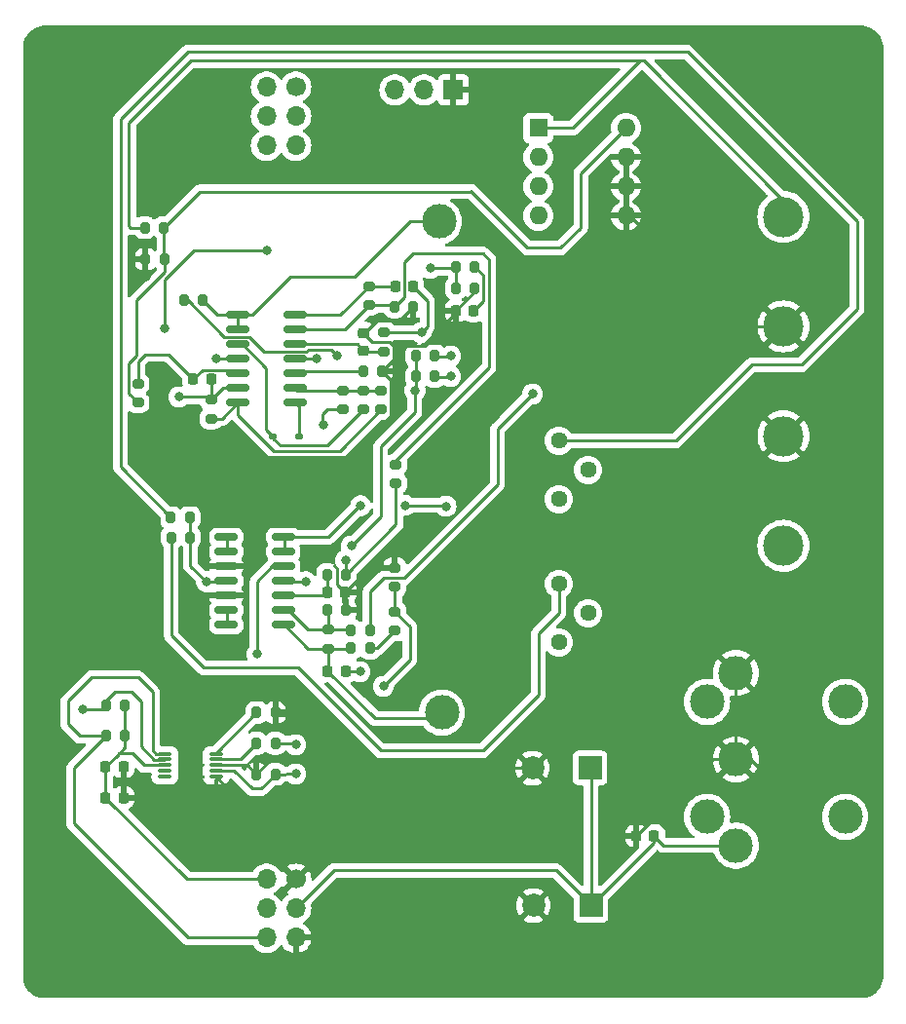
<source format=gbl>
G04 #@! TF.GenerationSoftware,KiCad,Pcbnew,8.0.4*
G04 #@! TF.CreationDate,2024-09-09T14:04:52-07:00*
G04 #@! TF.ProjectId,Bottom_Board,426f7474-6f6d-45f4-926f-6172642e6b69,0*
G04 #@! TF.SameCoordinates,Original*
G04 #@! TF.FileFunction,Copper,L2,Bot*
G04 #@! TF.FilePolarity,Positive*
%FSLAX46Y46*%
G04 Gerber Fmt 4.6, Leading zero omitted, Abs format (unit mm)*
G04 Created by KiCad (PCBNEW 8.0.4) date 2024-09-09 14:04:52*
%MOMM*%
%LPD*%
G01*
G04 APERTURE LIST*
G04 Aperture macros list*
%AMRoundRect*
0 Rectangle with rounded corners*
0 $1 Rounding radius*
0 $2 $3 $4 $5 $6 $7 $8 $9 X,Y pos of 4 corners*
0 Add a 4 corners polygon primitive as box body*
4,1,4,$2,$3,$4,$5,$6,$7,$8,$9,$2,$3,0*
0 Add four circle primitives for the rounded corners*
1,1,$1+$1,$2,$3*
1,1,$1+$1,$4,$5*
1,1,$1+$1,$6,$7*
1,1,$1+$1,$8,$9*
0 Add four rect primitives between the rounded corners*
20,1,$1+$1,$2,$3,$4,$5,0*
20,1,$1+$1,$4,$5,$6,$7,0*
20,1,$1+$1,$6,$7,$8,$9,0*
20,1,$1+$1,$8,$9,$2,$3,0*%
G04 Aperture macros list end*
G04 #@! TA.AperFunction,ComponentPad*
%ADD10R,1.600000X1.600000*%
G04 #@! TD*
G04 #@! TA.AperFunction,ComponentPad*
%ADD11O,1.600000X1.600000*%
G04 #@! TD*
G04 #@! TA.AperFunction,ComponentPad*
%ADD12R,2.000000X2.000000*%
G04 #@! TD*
G04 #@! TA.AperFunction,ComponentPad*
%ADD13C,2.000000*%
G04 #@! TD*
G04 #@! TA.AperFunction,ComponentPad*
%ADD14C,3.000000*%
G04 #@! TD*
G04 #@! TA.AperFunction,ComponentPad*
%ADD15C,1.700000*%
G04 #@! TD*
G04 #@! TA.AperFunction,ComponentPad*
%ADD16O,1.700000X1.700000*%
G04 #@! TD*
G04 #@! TA.AperFunction,ComponentPad*
%ADD17C,1.440000*%
G04 #@! TD*
G04 #@! TA.AperFunction,ComponentPad*
%ADD18R,1.700000X1.700000*%
G04 #@! TD*
G04 #@! TA.AperFunction,ComponentPad*
%ADD19C,3.500000*%
G04 #@! TD*
G04 #@! TA.AperFunction,SMDPad,CuDef*
%ADD20RoundRect,0.200000X-0.275000X0.200000X-0.275000X-0.200000X0.275000X-0.200000X0.275000X0.200000X0*%
G04 #@! TD*
G04 #@! TA.AperFunction,SMDPad,CuDef*
%ADD21RoundRect,0.225000X-0.225000X-0.250000X0.225000X-0.250000X0.225000X0.250000X-0.225000X0.250000X0*%
G04 #@! TD*
G04 #@! TA.AperFunction,SMDPad,CuDef*
%ADD22RoundRect,0.200000X0.275000X-0.200000X0.275000X0.200000X-0.275000X0.200000X-0.275000X-0.200000X0*%
G04 #@! TD*
G04 #@! TA.AperFunction,SMDPad,CuDef*
%ADD23RoundRect,0.200000X0.200000X0.275000X-0.200000X0.275000X-0.200000X-0.275000X0.200000X-0.275000X0*%
G04 #@! TD*
G04 #@! TA.AperFunction,SMDPad,CuDef*
%ADD24RoundRect,0.150000X0.825000X0.150000X-0.825000X0.150000X-0.825000X-0.150000X0.825000X-0.150000X0*%
G04 #@! TD*
G04 #@! TA.AperFunction,SMDPad,CuDef*
%ADD25RoundRect,0.225000X0.225000X0.250000X-0.225000X0.250000X-0.225000X-0.250000X0.225000X-0.250000X0*%
G04 #@! TD*
G04 #@! TA.AperFunction,SMDPad,CuDef*
%ADD26O,1.350000X0.299999*%
G04 #@! TD*
G04 #@! TA.AperFunction,SMDPad,CuDef*
%ADD27RoundRect,0.200000X-0.200000X-0.275000X0.200000X-0.275000X0.200000X0.275000X-0.200000X0.275000X0*%
G04 #@! TD*
G04 #@! TA.AperFunction,SMDPad,CuDef*
%ADD28RoundRect,0.225000X0.250000X-0.225000X0.250000X0.225000X-0.250000X0.225000X-0.250000X-0.225000X0*%
G04 #@! TD*
G04 #@! TA.AperFunction,SMDPad,CuDef*
%ADD29RoundRect,0.125000X-0.200000X-0.125000X0.200000X-0.125000X0.200000X0.125000X-0.200000X0.125000X0*%
G04 #@! TD*
G04 #@! TA.AperFunction,ViaPad*
%ADD30C,0.800000*%
G04 #@! TD*
G04 #@! TA.AperFunction,Conductor*
%ADD31C,0.250000*%
G04 #@! TD*
G04 APERTURE END LIST*
D10*
X144780000Y-71882000D03*
D11*
X144780000Y-74422000D03*
X144780000Y-76962000D03*
X144780000Y-79502000D03*
X152400000Y-79502000D03*
X152400000Y-76962000D03*
X152400000Y-74422000D03*
X152400000Y-71882000D03*
D12*
X149270323Y-127508000D03*
D13*
X144270323Y-127508000D03*
D14*
X161950000Y-119246000D03*
X161950000Y-126746000D03*
X161950000Y-134246000D03*
X159450000Y-121746000D03*
X159450000Y-131746000D03*
X171450000Y-121746000D03*
X171450000Y-131746000D03*
D12*
X149352000Y-139446000D03*
D13*
X144352000Y-139446000D03*
D15*
X123698000Y-68326000D03*
D16*
X121158000Y-68326000D03*
X123698000Y-70866000D03*
X121158000Y-70866000D03*
X123698000Y-73406000D03*
X121158000Y-73406000D03*
D14*
X136398000Y-122682000D03*
D15*
X123698000Y-137160000D03*
D16*
X121158000Y-137160000D03*
X123698000Y-139700000D03*
X121158000Y-139700000D03*
X123698000Y-142240000D03*
X121158000Y-142240000D03*
D17*
X146573000Y-116586000D03*
X149113000Y-114046000D03*
X146573000Y-111506000D03*
D18*
X137399000Y-68580000D03*
D16*
X134859000Y-68580000D03*
X132319000Y-68580000D03*
D14*
X136144000Y-80010000D03*
D19*
X166082500Y-108195000D03*
X166082500Y-98665000D03*
X166082500Y-89135000D03*
X166082500Y-79605000D03*
D17*
X146558000Y-104140000D03*
X149098000Y-101600000D03*
X146558000Y-99060000D03*
D20*
X129616200Y-94679000D03*
X129616200Y-96329000D03*
X116332000Y-95504000D03*
X116332000Y-97154000D03*
D21*
X126466600Y-119076200D03*
X128016600Y-119076200D03*
D22*
X132397600Y-102774500D03*
X132397600Y-101124500D03*
D23*
X121920000Y-125360000D03*
X120270000Y-125360000D03*
D21*
X132334000Y-85648800D03*
X133884000Y-85648800D03*
D24*
X123633000Y-88138000D03*
X123633000Y-89408000D03*
X123633000Y-90678000D03*
X123633000Y-91948000D03*
X123633000Y-93218000D03*
X123633000Y-94488000D03*
X123633000Y-95758000D03*
X118683000Y-95758000D03*
X118683000Y-94488000D03*
X118683000Y-93218000D03*
X118683000Y-91948000D03*
X118683000Y-90678000D03*
X118683000Y-89408000D03*
X118683000Y-88138000D03*
X122617000Y-107442000D03*
X122617000Y-108712000D03*
X122617000Y-109982000D03*
X122617000Y-111252000D03*
X122617000Y-112522000D03*
X122617000Y-113792000D03*
X122617000Y-115062000D03*
X117667000Y-115062000D03*
X117667000Y-113792000D03*
X117667000Y-112522000D03*
X117667000Y-111252000D03*
X117667000Y-109982000D03*
X117667000Y-108712000D03*
X117667000Y-107442000D03*
D25*
X108725000Y-130070000D03*
X107175000Y-130070000D03*
D20*
X132308600Y-110122200D03*
X132308600Y-111772200D03*
X127762000Y-94679000D03*
X127762000Y-96329000D03*
D25*
X154839000Y-133400800D03*
X153289000Y-133400800D03*
D26*
X116778999Y-126253999D03*
X116778999Y-126753998D03*
X116778999Y-127254000D03*
X116778999Y-127753999D03*
X116778999Y-128254001D03*
X112328998Y-128254001D03*
X112328998Y-127753999D03*
X112328998Y-127254000D03*
X112328998Y-126753998D03*
X112328998Y-126253999D03*
D23*
X108838000Y-124714000D03*
X107188000Y-124714000D03*
X130148600Y-117094000D03*
X128498600Y-117094000D03*
D27*
X112890800Y-107467400D03*
X114540800Y-107467400D03*
X137607600Y-83953100D03*
X139257600Y-83953100D03*
D25*
X108725000Y-127392000D03*
X107175000Y-127392000D03*
D23*
X115633000Y-86868000D03*
X113983000Y-86868000D03*
X135762000Y-91694000D03*
X134112000Y-91694000D03*
X128065800Y-113792000D03*
X126415800Y-113792000D03*
D27*
X137605000Y-85810475D03*
X139255000Y-85810475D03*
X120270000Y-122682000D03*
X121920000Y-122682000D03*
D25*
X128003600Y-112218200D03*
X126453600Y-112218200D03*
D28*
X129590800Y-91237400D03*
X129590800Y-89687400D03*
D22*
X131140200Y-96329000D03*
X131140200Y-94679000D03*
D27*
X128498600Y-115520200D03*
X130148600Y-115520200D03*
D23*
X128053600Y-110694200D03*
X126403600Y-110694200D03*
X114502200Y-105740200D03*
X112852200Y-105740200D03*
D27*
X110579400Y-80543400D03*
X112229400Y-80543400D03*
X132271000Y-87426800D03*
X133921000Y-87426800D03*
D29*
X121707000Y-98698000D03*
X123957000Y-98698000D03*
D27*
X134112000Y-93472000D03*
X135762000Y-93472000D03*
D25*
X139157600Y-87763100D03*
X137607600Y-87763100D03*
D20*
X131368800Y-89637400D03*
X131368800Y-91287400D03*
D23*
X108838000Y-122036000D03*
X107188000Y-122036000D03*
D20*
X126492000Y-115469400D03*
X126492000Y-117119400D03*
D23*
X112293400Y-83286600D03*
X110643400Y-83286600D03*
D25*
X116345000Y-93726000D03*
X114795000Y-93726000D03*
D20*
X132308600Y-113932200D03*
X132308600Y-115582200D03*
D22*
X130048000Y-87298800D03*
X130048000Y-85648800D03*
X109982000Y-95758000D03*
X109982000Y-94108000D03*
D23*
X121920000Y-128038000D03*
X120270000Y-128038000D03*
D27*
X129540000Y-93014800D03*
X131190000Y-93014800D03*
D30*
X128524000Y-108204000D03*
X134061200Y-94691200D03*
X125501400Y-91922600D03*
X124561600Y-111328200D03*
X105156000Y-122428000D03*
X115925600Y-111302800D03*
X116789200Y-91948000D03*
X131318000Y-120396000D03*
X120319800Y-117602000D03*
X123698000Y-128016000D03*
X123698000Y-125476000D03*
X133096000Y-107188000D03*
X126111000Y-102438200D03*
X111302800Y-77546200D03*
X110693200Y-84810600D03*
X113538000Y-95250000D03*
X112268000Y-89331800D03*
X135382000Y-84074000D03*
X121158000Y-82550000D03*
X144272000Y-94996000D03*
X126111000Y-97663000D03*
X137160000Y-91694000D03*
X129286000Y-119126000D03*
X128016000Y-109474000D03*
X134620000Y-89662000D03*
X127254000Y-91694000D03*
X137160000Y-93472000D03*
X136753600Y-104749600D03*
X129336800Y-104698800D03*
X133223000Y-104673400D03*
D31*
X134112000Y-91744800D02*
X134112000Y-93522800D01*
X146304000Y-136398000D02*
X149352000Y-139446000D01*
X131064000Y-99568000D02*
X134061200Y-96570800D01*
X127000000Y-136398000D02*
X146304000Y-136398000D01*
X122758200Y-111328200D02*
X122682000Y-111252000D01*
X128524000Y-108204000D02*
X131064000Y-105664000D01*
X134112000Y-93522800D02*
X134112000Y-94640400D01*
X154839000Y-133959000D02*
X149352000Y-139446000D01*
X154839000Y-133400800D02*
X154839000Y-133959000D01*
X161950000Y-134246000D02*
X155684200Y-134246000D01*
X149352000Y-139446000D02*
X149352000Y-127589677D01*
X134112000Y-94640400D02*
X134061200Y-94691200D01*
X149352000Y-127589677D02*
X149270323Y-127508000D01*
X155684200Y-134246000D02*
X154839000Y-133400800D01*
X125501400Y-91922600D02*
X123658400Y-91922600D01*
X131064000Y-105664000D02*
X131064000Y-99568000D01*
X124561600Y-111328200D02*
X122758200Y-111328200D01*
X123698000Y-139700000D02*
X127000000Y-136398000D01*
X123658400Y-91922600D02*
X123633000Y-91948000D01*
X134061200Y-96570800D02*
X134061200Y-94691200D01*
X107950000Y-120904000D02*
X109452731Y-120904000D01*
X107188000Y-122036000D02*
X106796000Y-122428000D01*
X107188000Y-121666000D02*
X107950000Y-120904000D01*
X107188000Y-122036000D02*
X107188000Y-121666000D01*
X112303996Y-126779000D02*
X112328998Y-126753998D01*
X109452731Y-120904000D02*
X110236000Y-121687269D01*
X106796000Y-122428000D02*
X105156000Y-122428000D01*
X111410604Y-126779000D02*
X112303996Y-126779000D01*
X110236000Y-121687269D02*
X110236000Y-125604396D01*
X110236000Y-125604396D02*
X111410604Y-126779000D01*
X148463000Y-75819000D02*
X148463000Y-80543400D01*
X146710400Y-82296000D02*
X143840200Y-82296000D01*
X152400000Y-71882000D02*
X148463000Y-75819000D01*
X109880400Y-91667204D02*
X109182000Y-92365604D01*
X112293400Y-84428204D02*
X109880400Y-86841204D01*
X138912600Y-77368400D02*
X138861800Y-77419200D01*
X138861800Y-77419200D02*
X115353600Y-77419200D01*
X109880400Y-86841204D02*
X109880400Y-91667204D01*
X109182000Y-94958000D02*
X109982000Y-95758000D01*
X143840200Y-82296000D02*
X138912600Y-77368400D01*
X112293400Y-83286600D02*
X112293400Y-84428204D01*
X112229400Y-80543400D02*
X112229400Y-83222600D01*
X148463000Y-80543400D02*
X146710400Y-82296000D01*
X115353600Y-77419200D02*
X112229400Y-80543400D01*
X112229400Y-83222600D02*
X112293400Y-83286600D01*
X109182000Y-92365604D02*
X109182000Y-94958000D01*
X126149800Y-112522000D02*
X126453600Y-112218200D01*
X122682000Y-112522000D02*
X126149800Y-112522000D01*
X126453600Y-110744200D02*
X126403600Y-110694200D01*
X126453600Y-112218200D02*
X126453600Y-110744200D01*
X121132600Y-92750849D02*
X121132600Y-98123600D01*
X121132600Y-98123600D02*
X121707000Y-98698000D01*
X118683000Y-90678000D02*
X119059751Y-90678000D01*
X121707000Y-98847000D02*
X122358000Y-99498000D01*
X121707000Y-98698000D02*
X121707000Y-98847000D01*
X122358000Y-99498000D02*
X126447200Y-99498000D01*
X119059751Y-90678000D02*
X121132600Y-92750849D01*
X126447200Y-99498000D02*
X129616200Y-96329000D01*
X123633000Y-95758000D02*
X123952000Y-96077000D01*
X123952000Y-98693000D02*
X123957000Y-98698000D01*
X123952000Y-96077000D02*
X123952000Y-98693000D01*
X114540800Y-105778800D02*
X114502200Y-105740200D01*
X114540800Y-107467400D02*
X114540800Y-109918000D01*
X115925600Y-111302800D02*
X117681200Y-111302800D01*
X114540800Y-107467400D02*
X114540800Y-105778800D01*
X114540800Y-109918000D02*
X115925600Y-111302800D01*
X118683000Y-91948000D02*
X116789200Y-91948000D01*
X153924000Y-66040000D02*
X153619200Y-66040000D01*
X144780000Y-71882000D02*
X147777200Y-71882000D01*
X147777200Y-71882000D02*
X153619200Y-66040000D01*
X110579400Y-80543400D02*
X109359800Y-80543400D01*
X109359800Y-80543400D02*
X109182000Y-80365600D01*
X114554000Y-66040000D02*
X109182000Y-71412000D01*
X166082500Y-79605000D02*
X166082500Y-78198500D01*
X109182000Y-71412000D02*
X109182000Y-80365600D01*
X166082500Y-78198500D02*
X153924000Y-66040000D01*
X153619200Y-66040000D02*
X114554000Y-66040000D01*
X128447800Y-115469400D02*
X128498600Y-115520200D01*
X124736151Y-115469400D02*
X126492000Y-115469400D01*
X123058751Y-113792000D02*
X124736151Y-115469400D01*
X122682000Y-113792000D02*
X123058751Y-113792000D01*
X126492000Y-113868200D02*
X126415800Y-113792000D01*
X126492000Y-115469400D02*
X128447800Y-115469400D01*
X126492000Y-115469400D02*
X126492000Y-113868200D01*
X121642001Y-109982000D02*
X120345200Y-111278801D01*
X116778999Y-127753999D02*
X118355999Y-127753999D01*
X118355999Y-127753999D02*
X119888000Y-129286000D01*
X133604000Y-118110000D02*
X133604000Y-115227600D01*
X120319800Y-117602000D02*
X120345200Y-117500400D01*
X120345200Y-111278801D02*
X120319800Y-117602000D01*
X120672000Y-129286000D02*
X121920000Y-128038000D01*
X133604000Y-115227600D02*
X132308600Y-113932200D01*
X131318000Y-120396000D02*
X133604000Y-118110000D01*
X119888000Y-129286000D02*
X120672000Y-129286000D01*
X132308600Y-111772200D02*
X132308600Y-113932200D01*
X122617000Y-109982000D02*
X121642001Y-109982000D01*
X121920000Y-128038000D02*
X123698000Y-128016000D01*
X110490000Y-127254000D02*
X112328998Y-127254000D01*
X108838000Y-125729000D02*
X108139500Y-126427500D01*
X123582000Y-125360000D02*
X123698000Y-125476000D01*
X109474000Y-126238000D02*
X110490000Y-127254000D01*
X108838000Y-124714000D02*
X108838000Y-125729000D01*
X107175000Y-130070000D02*
X114265000Y-137160000D01*
X121920000Y-125360000D02*
X123582000Y-125360000D01*
X107175000Y-127392000D02*
X108139500Y-126427500D01*
X108838000Y-122036000D02*
X108838000Y-124714000D01*
X107175000Y-130070000D02*
X107175000Y-127392000D01*
X108329000Y-126238000D02*
X109474000Y-126238000D01*
X114265000Y-137160000D02*
X121158000Y-137160000D01*
X108139500Y-126427500D02*
X108329000Y-126238000D01*
X104394000Y-132334000D02*
X114300000Y-142240000D01*
X112328998Y-126253999D02*
X111521999Y-126253999D01*
X109982000Y-119634000D02*
X105918000Y-119634000D01*
X111252000Y-125984000D02*
X111252000Y-120904000D01*
X103886000Y-121666000D02*
X103886000Y-123698000D01*
X107188000Y-124714000D02*
X104394000Y-127508000D01*
X111521999Y-126253999D02*
X111252000Y-125984000D01*
X114300000Y-142240000D02*
X121158000Y-142240000D01*
X105918000Y-119634000D02*
X103886000Y-121666000D01*
X104902000Y-124714000D02*
X107188000Y-124714000D01*
X111252000Y-120904000D02*
X109982000Y-119634000D01*
X104394000Y-127508000D02*
X104394000Y-132334000D01*
X103886000Y-123698000D02*
X104902000Y-124714000D01*
X117732000Y-113792000D02*
X117732000Y-115062000D01*
X117732000Y-107442000D02*
X117732000Y-108712000D01*
X110693200Y-84683600D02*
X110693200Y-84785200D01*
X132727200Y-88620600D02*
X133921000Y-87426800D01*
X132168800Y-92036000D02*
X132168800Y-90792200D01*
X129667000Y-89687400D02*
X130733800Y-88620600D01*
X128003600Y-112218200D02*
X128003600Y-113729800D01*
X137607600Y-87763100D02*
X137607600Y-87945796D01*
X131940200Y-96912062D02*
X131940200Y-93765000D01*
X131940200Y-93765000D02*
X131190000Y-93014800D01*
X124714000Y-129794000D02*
X123792000Y-130716000D01*
X133096000Y-107328200D02*
X133096000Y-107188000D01*
X127328600Y-110201738D02*
X127328600Y-111543200D01*
X139257600Y-86113100D02*
X137607600Y-87763100D01*
X124460000Y-126746000D02*
X123952000Y-126746000D01*
X127328600Y-111543200D02*
X128003600Y-112218200D01*
X111760000Y-95821000D02*
X111760000Y-98298000D01*
X137607600Y-87945796D02*
X134761196Y-90792200D01*
X123952000Y-126746000D02*
X124714000Y-127508000D01*
X123698000Y-137160000D02*
X133350000Y-127508000D01*
X130302000Y-110122200D02*
X130099600Y-110122200D01*
X131851400Y-90474800D02*
X130378200Y-90474800D01*
X111760000Y-98298000D02*
X113919000Y-100457000D01*
X159943800Y-126746000D02*
X161950000Y-126746000D01*
X128523131Y-100329131D02*
X131940200Y-96912062D01*
X150876000Y-125476000D02*
X146302323Y-125476000D01*
X153289000Y-133400800D02*
X159943800Y-126746000D01*
X130733800Y-88620600D02*
X132727200Y-88620600D01*
X126111000Y-102438200D02*
X126085600Y-102412800D01*
X108725000Y-130070000D02*
X108747000Y-130048000D01*
X119486000Y-127254000D02*
X120270000Y-128038000D01*
X166082500Y-89135000D02*
X162287000Y-89135000D01*
X165481000Y-129047000D02*
X163180000Y-126746000D01*
X123190000Y-122936000D02*
X125222000Y-124968000D01*
X125222000Y-124968000D02*
X125222000Y-125984000D01*
X134761196Y-90792200D02*
X132168800Y-90792200D01*
X119103499Y-130578501D02*
X119240998Y-130716000D01*
X130378200Y-90474800D02*
X129590800Y-89687400D01*
X126085600Y-100457000D02*
X128651000Y-100457000D01*
X132168800Y-90792200D02*
X131851400Y-90474800D01*
X163180000Y-126746000D02*
X152146000Y-126746000D01*
X133096000Y-107188000D02*
X133236200Y-107188000D01*
X165481000Y-136547000D02*
X165481000Y-129047000D01*
X121929305Y-122682000D02*
X122183305Y-122936000D01*
X121920000Y-130716000D02*
X121920000Y-135382000D01*
X113919000Y-100457000D02*
X128651000Y-100457000D01*
X130302000Y-110122200D02*
X133096000Y-107328200D01*
X128003600Y-113729800D02*
X128065800Y-113792000D01*
X132308600Y-110122200D02*
X130302000Y-110122200D01*
X133350000Y-127508000D02*
X144270323Y-127508000D01*
X108747000Y-130048000D02*
X118572998Y-130048000D01*
X110591600Y-84785200D02*
X110617000Y-84759800D01*
X110643400Y-84733400D02*
X110693200Y-84683600D01*
X121562000Y-126746000D02*
X123952000Y-126746000D01*
X128651000Y-100457000D02*
X128523131Y-100329131D01*
X124714000Y-127508000D02*
X124714000Y-129794000D01*
X162287000Y-89135000D02*
X152664000Y-79512000D01*
X120270000Y-128038000D02*
X121562000Y-126746000D01*
X125222000Y-125984000D02*
X124460000Y-126746000D01*
X131190000Y-93014800D02*
X132168800Y-92036000D01*
X119240998Y-130716000D02*
X121920000Y-130716000D01*
X141558000Y-142240000D02*
X144352000Y-139446000D01*
X129590800Y-89687400D02*
X129667000Y-89687400D01*
X150194000Y-145288000D02*
X156740000Y-145288000D01*
X161950000Y-126746000D02*
X161950000Y-117802000D01*
X126085600Y-102412800D02*
X126085600Y-100457000D01*
X116778999Y-128254001D02*
X119103499Y-130578501D01*
X121920000Y-135382000D02*
X123698000Y-137160000D01*
X123792000Y-130716000D02*
X121920000Y-130716000D01*
X133236200Y-107188000D02*
X133197600Y-107226600D01*
X110693200Y-84810600D02*
X110591600Y-84785200D01*
X156740000Y-145288000D02*
X165481000Y-136547000D01*
X122183305Y-122936000D02*
X123190000Y-122936000D01*
X127021062Y-109894200D02*
X127328600Y-110201738D01*
X152146000Y-126746000D02*
X150876000Y-125476000D01*
X146302323Y-125476000D02*
X144270323Y-127508000D01*
X130099600Y-110122200D02*
X128003600Y-112218200D01*
X110693200Y-84785200D02*
X110693200Y-84810600D01*
X144352000Y-139446000D02*
X150194000Y-145288000D01*
X110643400Y-83286600D02*
X110643400Y-84733400D01*
X152664000Y-79512000D02*
X152442500Y-79512000D01*
X121920000Y-122682000D02*
X121929305Y-122682000D01*
X123698000Y-142240000D02*
X141558000Y-142240000D01*
X118572998Y-130048000D02*
X119103499Y-130578501D01*
X116778999Y-127254000D02*
X119486000Y-127254000D01*
X108725000Y-127392000D02*
X108725000Y-130070000D01*
X139257600Y-85810475D02*
X139257600Y-86113100D01*
X139257600Y-83953100D02*
X139982600Y-84678100D01*
X139982600Y-86938100D02*
X139157600Y-87763100D01*
X139982600Y-84678100D02*
X139982600Y-86938100D01*
X129640800Y-91287400D02*
X129590800Y-91237400D01*
X131368800Y-91287400D02*
X129640800Y-91287400D01*
X129031400Y-90678000D02*
X123633000Y-90678000D01*
X129590800Y-91237400D02*
X129031400Y-90678000D01*
X113538000Y-95250000D02*
X116078000Y-95250000D01*
X116332000Y-95504000D02*
X117348000Y-94488000D01*
X116078000Y-95250000D02*
X116332000Y-95504000D01*
X137486700Y-84074000D02*
X135382000Y-84074000D01*
X117348000Y-94488000D02*
X118683000Y-94488000D01*
X112268000Y-85090000D02*
X114808000Y-82550000D01*
X114808000Y-82550000D02*
X121158000Y-82550000D01*
X137607600Y-83953100D02*
X137486700Y-84074000D01*
X116345000Y-93726000D02*
X116345000Y-95491000D01*
X116345000Y-95491000D02*
X116332000Y-95504000D01*
X137607600Y-85810475D02*
X137607600Y-83953100D01*
X112268000Y-89331800D02*
X112268000Y-85090000D01*
X112636000Y-91567000D02*
X110617000Y-91567000D01*
X110617000Y-91567000D02*
X109982000Y-92202000D01*
X114795000Y-93726000D02*
X112636000Y-91567000D01*
X118391000Y-92926000D02*
X118683000Y-93218000D01*
X115595000Y-92926000D02*
X118391000Y-92926000D01*
X114795000Y-93726000D02*
X115595000Y-92926000D01*
X109982000Y-92202000D02*
X109982000Y-94108000D01*
X140499000Y-92673000D02*
X140499000Y-83349000D01*
X133858000Y-82804000D02*
X133109000Y-83553000D01*
X133109000Y-83553000D02*
X133109000Y-86588800D01*
X127938800Y-89408000D02*
X130048000Y-87298800D01*
X123633000Y-89408000D02*
X127938800Y-89408000D01*
X132397600Y-100774400D02*
X140499000Y-92673000D01*
X140499000Y-83349000D02*
X139954000Y-82804000D01*
X132397600Y-101124500D02*
X132397600Y-100774400D01*
X139954000Y-82804000D02*
X133858000Y-82804000D01*
X132143000Y-87298800D02*
X132271000Y-87426800D01*
X133109000Y-86588800D02*
X132271000Y-87426800D01*
X130048000Y-87298800D02*
X132143000Y-87298800D01*
X118683000Y-88138000D02*
X116903000Y-88138000D01*
X128778000Y-84836000D02*
X133604000Y-80010000D01*
X118683000Y-88138000D02*
X119888000Y-88138000D01*
X133604000Y-80010000D02*
X136144000Y-80010000D01*
X118683000Y-89408000D02*
X118683000Y-88138000D01*
X123190000Y-84836000D02*
X128778000Y-84836000D01*
X119888000Y-88138000D02*
X123190000Y-84836000D01*
X116903000Y-88138000D02*
X115633000Y-86868000D01*
X123836200Y-93014800D02*
X123633000Y-93218000D01*
X129540000Y-93014800D02*
X123836200Y-93014800D01*
X125921000Y-94679000D02*
X125984000Y-94742000D01*
X126047000Y-94679000D02*
X129616200Y-94679000D01*
X123824000Y-94679000D02*
X125921000Y-94679000D01*
X123633000Y-94488000D02*
X123824000Y-94679000D01*
X131140200Y-94679000D02*
X129616200Y-94679000D01*
X125984000Y-94742000D02*
X126047000Y-94679000D01*
X116778999Y-126173001D02*
X120270000Y-122682000D01*
X116778999Y-126253999D02*
X116778999Y-126173001D01*
X120270000Y-125360000D02*
X118884000Y-126746000D01*
X118610002Y-126753998D02*
X116778999Y-126753998D01*
X118884000Y-126746000D02*
X118618000Y-126746000D01*
X118618000Y-126746000D02*
X118610002Y-126753998D01*
X133096000Y-110998000D02*
X141224000Y-102870000D01*
X130148600Y-115520200D02*
X130148600Y-112167400D01*
X130148600Y-112167400D02*
X131318000Y-110998000D01*
X141224000Y-102870000D02*
X141224000Y-98044000D01*
X131318000Y-110998000D02*
X133096000Y-110998000D01*
X141224000Y-98044000D02*
X144272000Y-94996000D01*
X156718000Y-99060000D02*
X163322000Y-92456000D01*
X108458000Y-71120000D02*
X108458000Y-101346000D01*
X172466000Y-80010000D02*
X157734000Y-65278000D01*
X157734000Y-65278000D02*
X114300000Y-65278000D01*
X114300000Y-65278000D02*
X108458000Y-71120000D01*
X146558000Y-99060000D02*
X156718000Y-99060000D01*
X108458000Y-101346000D02*
X112852200Y-105740200D01*
X167640000Y-92456000D02*
X172466000Y-87630000D01*
X163322000Y-92456000D02*
X167640000Y-92456000D01*
X172466000Y-87630000D02*
X172466000Y-80010000D01*
X127558800Y-88138000D02*
X130048000Y-85648800D01*
X132334000Y-85648800D02*
X130048000Y-85648800D01*
X123633000Y-88138000D02*
X127558800Y-88138000D01*
X125984000Y-96774000D02*
X125984000Y-97536000D01*
X125984000Y-97536000D02*
X126111000Y-97663000D01*
X127762000Y-96329000D02*
X126429000Y-96329000D01*
X126429000Y-96329000D02*
X125984000Y-96774000D01*
X137160000Y-91694000D02*
X137109200Y-91744800D01*
X135762000Y-91744800D02*
X137109200Y-91744800D01*
X136144000Y-123190000D02*
X130580400Y-123190000D01*
X122682000Y-115062000D02*
X124739400Y-117119400D01*
X130580400Y-123190000D02*
X126466600Y-119076200D01*
X126492000Y-117119400D02*
X128473200Y-117119400D01*
X126492000Y-117119400D02*
X126492000Y-119050800D01*
X128473200Y-117119400D02*
X128498600Y-117094000D01*
X124739400Y-117119400D02*
X126492000Y-117119400D01*
X126492000Y-119050800D02*
X126466600Y-119076200D01*
X117287000Y-97154000D02*
X116332000Y-97154000D01*
X118683000Y-95758000D02*
X117287000Y-97154000D01*
X121792000Y-99948000D02*
X118683000Y-96839000D01*
X127521200Y-99948000D02*
X121792000Y-99948000D01*
X118683000Y-96839000D02*
X118683000Y-95758000D01*
X131140200Y-96329000D02*
X127521200Y-99948000D01*
X132397600Y-106350200D02*
X128053600Y-110694200D01*
X129286000Y-119126000D02*
X129236200Y-119076200D01*
X128016000Y-110656600D02*
X128016000Y-109474000D01*
X128053600Y-110694200D02*
X128016000Y-110656600D01*
X132397600Y-102774500D02*
X132397600Y-106350200D01*
X128016600Y-119076200D02*
X129236200Y-119076200D01*
X114300000Y-86868000D02*
X113983000Y-86868000D01*
X135128000Y-89154000D02*
X134620000Y-89662000D01*
X126757600Y-91197600D02*
X124780151Y-91197600D01*
X134595400Y-89637400D02*
X134620000Y-89662000D01*
X119704751Y-90053000D02*
X117485000Y-90053000D01*
X117485000Y-90053000D02*
X114300000Y-86868000D01*
X131368800Y-89637400D02*
X134595400Y-89637400D01*
X120974751Y-91323000D02*
X119704751Y-90053000D01*
X127254000Y-91694000D02*
X126757600Y-91197600D01*
X124780151Y-91197600D02*
X124654751Y-91323000D01*
X135128000Y-86892800D02*
X133884000Y-85648800D01*
X135128000Y-86892800D02*
X135128000Y-89154000D01*
X124654751Y-91323000D02*
X120974751Y-91323000D01*
X146573000Y-114031000D02*
X146573000Y-111506000D01*
X144780000Y-115824000D02*
X146573000Y-114031000D01*
X112890800Y-107467400D02*
X112890800Y-115989600D01*
X144780000Y-121158000D02*
X144780000Y-115824000D01*
X115697000Y-118795800D02*
X123875800Y-118795800D01*
X139954000Y-125984000D02*
X144780000Y-121158000D01*
X112890800Y-115989600D02*
X115697000Y-118795800D01*
X123875800Y-118795800D02*
X131064000Y-125984000D01*
X131064000Y-125984000D02*
X139954000Y-125984000D01*
X136906000Y-93472000D02*
X137160000Y-93472000D01*
X136956800Y-93522800D02*
X136906000Y-93472000D01*
X135762000Y-93522800D02*
X136956800Y-93522800D01*
X130796800Y-117094000D02*
X132308600Y-115582200D01*
X130148600Y-117094000D02*
X130796800Y-117094000D01*
X129336800Y-104622600D02*
X126517400Y-107442000D01*
X136753600Y-104749600D02*
X136753600Y-104775000D01*
X129260600Y-104698800D02*
X129336800Y-104698800D01*
X129286000Y-104673400D02*
X129260600Y-104698800D01*
X126517400Y-107442000D02*
X122617000Y-107442000D01*
X136728200Y-104749600D02*
X136753600Y-104749600D01*
X129336800Y-104698800D02*
X129336800Y-104622600D01*
X122682000Y-107442000D02*
X122682000Y-108712000D01*
X136652000Y-104673400D02*
X136728200Y-104749600D01*
X136753600Y-104775000D02*
X136728200Y-104749600D01*
X133223000Y-104673400D02*
X136652000Y-104673400D01*
G04 #@! TA.AperFunction,Conductor*
G36*
X123232075Y-137352993D02*
G01*
X123297901Y-137467007D01*
X123390993Y-137560099D01*
X123505007Y-137625925D01*
X123568590Y-137642962D01*
X122936625Y-138274925D01*
X123007801Y-138324763D01*
X123051426Y-138379340D01*
X123058620Y-138448838D01*
X123027097Y-138511193D01*
X122995697Y-138535392D01*
X122952427Y-138558809D01*
X122952422Y-138558812D01*
X122774761Y-138697092D01*
X122774756Y-138697097D01*
X122622284Y-138862723D01*
X122622276Y-138862734D01*
X122531808Y-139001206D01*
X122478662Y-139046562D01*
X122409431Y-139055986D01*
X122346095Y-139026484D01*
X122324192Y-139001206D01*
X122266286Y-138912576D01*
X122233722Y-138862732D01*
X122233719Y-138862729D01*
X122233715Y-138862723D01*
X122081243Y-138697097D01*
X122081238Y-138697092D01*
X121903577Y-138558812D01*
X121903578Y-138558812D01*
X121903576Y-138558811D01*
X121867070Y-138539055D01*
X121817479Y-138489836D01*
X121802371Y-138421619D01*
X121826541Y-138356064D01*
X121867070Y-138320945D01*
X121867084Y-138320936D01*
X121903576Y-138301189D01*
X122081240Y-138162906D01*
X122233722Y-137997268D01*
X122327749Y-137853347D01*
X122380894Y-137807994D01*
X122450125Y-137798570D01*
X122513461Y-137828072D01*
X122533131Y-137850049D01*
X122583072Y-137921373D01*
X122583073Y-137921373D01*
X123215037Y-137289409D01*
X123232075Y-137352993D01*
G37*
G04 #@! TD.AperFunction*
G04 #@! TA.AperFunction,Conductor*
G36*
X119421043Y-127222500D02*
G01*
X119472610Y-127269644D01*
X119490503Y-127337184D01*
X119472664Y-127398032D01*
X119426982Y-127473599D01*
X119426981Y-127473601D01*
X119379793Y-127625033D01*
X119341055Y-127683180D01*
X119277030Y-127711154D01*
X119208045Y-127700072D01*
X119173727Y-127675823D01*
X119047467Y-127549563D01*
X119013982Y-127488240D01*
X119018966Y-127418548D01*
X119060838Y-127362615D01*
X119087691Y-127347323D01*
X119184075Y-127307400D01*
X119287833Y-127238071D01*
X119287837Y-127238066D01*
X119287868Y-127238042D01*
X119287892Y-127238031D01*
X119292898Y-127234687D01*
X119293531Y-127235635D01*
X119352173Y-127210719D01*
X119421043Y-127222500D01*
G37*
G04 #@! TD.AperFunction*
G04 #@! TA.AperFunction,Conductor*
G36*
X133957580Y-90290585D02*
G01*
X133982690Y-90311927D01*
X134008747Y-90340866D01*
X134163248Y-90453118D01*
X134208402Y-90473221D01*
X134261637Y-90518470D01*
X134281959Y-90585319D01*
X134262914Y-90652543D01*
X134210548Y-90698799D01*
X134157965Y-90710500D01*
X133854727Y-90710500D01*
X133783354Y-90716985D01*
X133783344Y-90716988D01*
X133619090Y-90768171D01*
X133471841Y-90857186D01*
X133350186Y-90978841D01*
X133261173Y-91126086D01*
X133209986Y-91290354D01*
X133203500Y-91361737D01*
X133203500Y-92026272D01*
X133209985Y-92097645D01*
X133209988Y-92097655D01*
X133261171Y-92261909D01*
X133261172Y-92261911D01*
X133261173Y-92261913D01*
X133350184Y-92409155D01*
X133436348Y-92495319D01*
X133469832Y-92556640D01*
X133464848Y-92626332D01*
X133436348Y-92670680D01*
X133350185Y-92756843D01*
X133261173Y-92904086D01*
X133209986Y-93068354D01*
X133203500Y-93139737D01*
X133203500Y-93804272D01*
X133209985Y-93875645D01*
X133209988Y-93875655D01*
X133261171Y-94039910D01*
X133262837Y-94042666D01*
X133282020Y-94074399D01*
X133288231Y-94084672D01*
X133306067Y-94152227D01*
X133289501Y-94210821D01*
X133226675Y-94319638D01*
X133226670Y-94319650D01*
X133167659Y-94501268D01*
X133167658Y-94501272D01*
X133147696Y-94691200D01*
X133167658Y-94881128D01*
X133167659Y-94881131D01*
X133226670Y-95062749D01*
X133226673Y-95062756D01*
X133306599Y-95201193D01*
X133322160Y-95228144D01*
X133395849Y-95309984D01*
X133426080Y-95372975D01*
X133427700Y-95392956D01*
X133427700Y-96257034D01*
X133408015Y-96324073D01*
X133391381Y-96344715D01*
X130660167Y-99075929D01*
X130632944Y-99103152D01*
X130571927Y-99164168D01*
X130502603Y-99267918D01*
X130502598Y-99267927D01*
X130454845Y-99383214D01*
X130454843Y-99383222D01*
X130430500Y-99505601D01*
X130430500Y-104341990D01*
X130410815Y-104409029D01*
X130358011Y-104454784D01*
X130288853Y-104464728D01*
X130225297Y-104435703D01*
X130188569Y-104380308D01*
X130171329Y-104327250D01*
X130171328Y-104327249D01*
X130171327Y-104327244D01*
X130075840Y-104161856D01*
X129948053Y-104019934D01*
X129793552Y-103907682D01*
X129619088Y-103830006D01*
X129619086Y-103830005D01*
X129432287Y-103790300D01*
X129241313Y-103790300D01*
X129054514Y-103830005D01*
X128880046Y-103907683D01*
X128725545Y-104019935D01*
X128597759Y-104161857D01*
X128502273Y-104327243D01*
X128502270Y-104327250D01*
X128443259Y-104508867D01*
X128443259Y-104508868D01*
X128443258Y-104508872D01*
X128437697Y-104561778D01*
X128434768Y-104589647D01*
X128408183Y-104654261D01*
X128399128Y-104664365D01*
X126291315Y-106772181D01*
X126229992Y-106805666D01*
X126203634Y-106808500D01*
X123941123Y-106808500D01*
X123874084Y-106788815D01*
X123853442Y-106772181D01*
X123848812Y-106767551D01*
X123848803Y-106767544D01*
X123705601Y-106682855D01*
X123705596Y-106682853D01*
X123545835Y-106636438D01*
X123545829Y-106636437D01*
X123508507Y-106633500D01*
X123508502Y-106633500D01*
X121725498Y-106633500D01*
X121725492Y-106633500D01*
X121688170Y-106636437D01*
X121688164Y-106636438D01*
X121528403Y-106682853D01*
X121528398Y-106682855D01*
X121385196Y-106767544D01*
X121385187Y-106767551D01*
X121267551Y-106885187D01*
X121267544Y-106885196D01*
X121182855Y-107028398D01*
X121182853Y-107028403D01*
X121136438Y-107188164D01*
X121136437Y-107188170D01*
X121133500Y-107225492D01*
X121133500Y-107658507D01*
X121136437Y-107695829D01*
X121136438Y-107695835D01*
X121182853Y-107855596D01*
X121182855Y-107855601D01*
X121267547Y-107998808D01*
X121269249Y-108001002D01*
X121270047Y-108003034D01*
X121271518Y-108005522D01*
X121271116Y-108005759D01*
X121294783Y-108066039D01*
X121281101Y-108134556D01*
X121269249Y-108152998D01*
X121267547Y-108155191D01*
X121182855Y-108298398D01*
X121182853Y-108298403D01*
X121136438Y-108458164D01*
X121136437Y-108458170D01*
X121133500Y-108495492D01*
X121133500Y-108928507D01*
X121136437Y-108965829D01*
X121136438Y-108965835D01*
X121182853Y-109125596D01*
X121182855Y-109125601D01*
X121267547Y-109268808D01*
X121269249Y-109271002D01*
X121270047Y-109273034D01*
X121271518Y-109275522D01*
X121271116Y-109275759D01*
X121294783Y-109336039D01*
X121281101Y-109404556D01*
X121269251Y-109422996D01*
X121267547Y-109425192D01*
X121224344Y-109498242D01*
X121205294Y-109522800D01*
X119898335Y-110829760D01*
X119897984Y-110830110D01*
X119854716Y-110873032D01*
X119854128Y-110873750D01*
X119853781Y-110874170D01*
X119853165Y-110874913D01*
X119819325Y-110925556D01*
X119819052Y-110925963D01*
X119784973Y-110976527D01*
X119784538Y-110977342D01*
X119784297Y-110977792D01*
X119783824Y-110978666D01*
X119772316Y-111006448D01*
X119760472Y-111035041D01*
X119760411Y-111035189D01*
X119736769Y-111091624D01*
X119736457Y-111092655D01*
X119736306Y-111093150D01*
X119736053Y-111093971D01*
X119724212Y-111153502D01*
X119724115Y-111153989D01*
X119711943Y-111213923D01*
X119711848Y-111214898D01*
X119711793Y-111215437D01*
X119711700Y-111216342D01*
X119711700Y-111277341D01*
X119711699Y-111277839D01*
X119689123Y-116897602D01*
X119669169Y-116964562D01*
X119657275Y-116980075D01*
X119580761Y-117065054D01*
X119580757Y-117065059D01*
X119485273Y-117230443D01*
X119485270Y-117230450D01*
X119426259Y-117412068D01*
X119426258Y-117412072D01*
X119406296Y-117602000D01*
X119426258Y-117791928D01*
X119426259Y-117791931D01*
X119485270Y-117973549D01*
X119485271Y-117973552D01*
X119485272Y-117973554D01*
X119485273Y-117973556D01*
X119486856Y-117976299D01*
X119487290Y-117978084D01*
X119487914Y-117979486D01*
X119487657Y-117979600D01*
X119503331Y-118044195D01*
X119480481Y-118110223D01*
X119425562Y-118153416D01*
X119379471Y-118162300D01*
X116010766Y-118162300D01*
X115943727Y-118142615D01*
X115923085Y-118125981D01*
X113560619Y-115763515D01*
X113527134Y-115702192D01*
X113524300Y-115675834D01*
X113524300Y-113575492D01*
X116183500Y-113575492D01*
X116183500Y-114008507D01*
X116186437Y-114045829D01*
X116186438Y-114045835D01*
X116232853Y-114205596D01*
X116232855Y-114205601D01*
X116317547Y-114348808D01*
X116319249Y-114351002D01*
X116320047Y-114353034D01*
X116321518Y-114355522D01*
X116321116Y-114355759D01*
X116344783Y-114416039D01*
X116331101Y-114484556D01*
X116319249Y-114502998D01*
X116317547Y-114505191D01*
X116232855Y-114648398D01*
X116232853Y-114648403D01*
X116186438Y-114808164D01*
X116186437Y-114808170D01*
X116183500Y-114845492D01*
X116183500Y-115278507D01*
X116186437Y-115315829D01*
X116186438Y-115315835D01*
X116232853Y-115475596D01*
X116232855Y-115475601D01*
X116317544Y-115618803D01*
X116317551Y-115618812D01*
X116435187Y-115736448D01*
X116435191Y-115736451D01*
X116435193Y-115736453D01*
X116578399Y-115821145D01*
X116620530Y-115833385D01*
X116738164Y-115867561D01*
X116738167Y-115867561D01*
X116738169Y-115867562D01*
X116775498Y-115870500D01*
X116775504Y-115870500D01*
X118558496Y-115870500D01*
X118558502Y-115870500D01*
X118595831Y-115867562D01*
X118595833Y-115867561D01*
X118595835Y-115867561D01*
X118647796Y-115852465D01*
X118755601Y-115821145D01*
X118898807Y-115736453D01*
X119016453Y-115618807D01*
X119101145Y-115475601D01*
X119142885Y-115331929D01*
X119147561Y-115315835D01*
X119147562Y-115315829D01*
X119150500Y-115278502D01*
X119150500Y-114845498D01*
X119147562Y-114808169D01*
X119146654Y-114805045D01*
X119104311Y-114659296D01*
X119101145Y-114648399D01*
X119061909Y-114582054D01*
X119016456Y-114505197D01*
X119014755Y-114503005D01*
X119013956Y-114500970D01*
X119012482Y-114498478D01*
X119012883Y-114498240D01*
X118989217Y-114437970D01*
X119002894Y-114369452D01*
X119014755Y-114350995D01*
X119016449Y-114348810D01*
X119016453Y-114348807D01*
X119101145Y-114205601D01*
X119147513Y-114046000D01*
X119147561Y-114045835D01*
X119147562Y-114045829D01*
X119150500Y-114008502D01*
X119150500Y-113575498D01*
X119147562Y-113538169D01*
X119101145Y-113378399D01*
X119016453Y-113235193D01*
X119016451Y-113235191D01*
X119011670Y-113229027D01*
X119013583Y-113227542D01*
X118985848Y-113176749D01*
X118990832Y-113107057D01*
X119005748Y-113080292D01*
X119005712Y-113080271D01*
X119006545Y-113078862D01*
X119009042Y-113074382D01*
X119009684Y-113073553D01*
X119093281Y-112932198D01*
X119139100Y-112774486D01*
X119139295Y-112772001D01*
X119139295Y-112772000D01*
X116194705Y-112772000D01*
X116194704Y-112772001D01*
X116194899Y-112774486D01*
X116240718Y-112932198D01*
X116324319Y-113073560D01*
X116324969Y-113074398D01*
X116325273Y-113075173D01*
X116328288Y-113080271D01*
X116327465Y-113080757D01*
X116350500Y-113139436D01*
X116336816Y-113207953D01*
X116321684Y-113228533D01*
X116322327Y-113229032D01*
X116317543Y-113235198D01*
X116232855Y-113378398D01*
X116232853Y-113378403D01*
X116186438Y-113538164D01*
X116186437Y-113538170D01*
X116183500Y-113575492D01*
X113524300Y-113575492D01*
X113524300Y-108362233D01*
X113543985Y-108295194D01*
X113560619Y-108274552D01*
X113628119Y-108207052D01*
X113689442Y-108173567D01*
X113759134Y-108178551D01*
X113803481Y-108207052D01*
X113870981Y-108274552D01*
X113904466Y-108335875D01*
X113907300Y-108362233D01*
X113907300Y-109980398D01*
X113931643Y-110102777D01*
X113931645Y-110102785D01*
X113979398Y-110218072D01*
X113979403Y-110218081D01*
X114048728Y-110321832D01*
X114048731Y-110321836D01*
X114978978Y-111252082D01*
X115012463Y-111313405D01*
X115014618Y-111326801D01*
X115020883Y-111386405D01*
X115032058Y-111492728D01*
X115032059Y-111492731D01*
X115091070Y-111674349D01*
X115091073Y-111674356D01*
X115186560Y-111839744D01*
X115314347Y-111981666D01*
X115468848Y-112093918D01*
X115643312Y-112171594D01*
X115830113Y-112211300D01*
X116021085Y-112211300D01*
X116021087Y-112211300D01*
X116050325Y-112205085D01*
X116119990Y-112210400D01*
X116167161Y-112242203D01*
X116194705Y-112272000D01*
X119139295Y-112272000D01*
X119139295Y-112271998D01*
X119139100Y-112269513D01*
X119093281Y-112111801D01*
X119009683Y-111970443D01*
X119009031Y-111969603D01*
X119008725Y-111968824D01*
X119005712Y-111963729D01*
X119006534Y-111963242D01*
X118983499Y-111904565D01*
X118997182Y-111836048D01*
X119012318Y-111815468D01*
X119011673Y-111814968D01*
X119016445Y-111808814D01*
X119016453Y-111808807D01*
X119101145Y-111665601D01*
X119140245Y-111531016D01*
X119147561Y-111505835D01*
X119147562Y-111505829D01*
X119148802Y-111490071D01*
X119150500Y-111468502D01*
X119150500Y-111035498D01*
X119147562Y-110998169D01*
X119141913Y-110978726D01*
X119101146Y-110838403D01*
X119101145Y-110838399D01*
X119016453Y-110695193D01*
X119016451Y-110695191D01*
X119011670Y-110689027D01*
X119013583Y-110687542D01*
X118985848Y-110636749D01*
X118990832Y-110567057D01*
X119005748Y-110540292D01*
X119005712Y-110540271D01*
X119006545Y-110538862D01*
X119009042Y-110534382D01*
X119009684Y-110533553D01*
X119093281Y-110392198D01*
X119139100Y-110234486D01*
X119139295Y-110232001D01*
X119139295Y-110232000D01*
X116194705Y-110232000D01*
X116194704Y-110232001D01*
X116194899Y-110234488D01*
X116194900Y-110234491D01*
X116198022Y-110245238D01*
X116197820Y-110315107D01*
X116159875Y-110373776D01*
X116096236Y-110402616D01*
X116053163Y-110401118D01*
X116021087Y-110394300D01*
X115964366Y-110394300D01*
X115897327Y-110374615D01*
X115876685Y-110357981D01*
X115210619Y-109691915D01*
X115177134Y-109630592D01*
X115174300Y-109604234D01*
X115174300Y-108362233D01*
X115193985Y-108295194D01*
X115210614Y-108274556D01*
X115302616Y-108182555D01*
X115391627Y-108035313D01*
X115442813Y-107871049D01*
X115449300Y-107799665D01*
X115449299Y-107225492D01*
X116183500Y-107225492D01*
X116183500Y-107658507D01*
X116186437Y-107695829D01*
X116186438Y-107695835D01*
X116232853Y-107855596D01*
X116232855Y-107855601D01*
X116317547Y-107998808D01*
X116319249Y-108001002D01*
X116320047Y-108003034D01*
X116321518Y-108005522D01*
X116321116Y-108005759D01*
X116344783Y-108066039D01*
X116331101Y-108134556D01*
X116319249Y-108152998D01*
X116317547Y-108155191D01*
X116232855Y-108298398D01*
X116232853Y-108298403D01*
X116186438Y-108458164D01*
X116186437Y-108458170D01*
X116183500Y-108495492D01*
X116183500Y-108928507D01*
X116186437Y-108965829D01*
X116186438Y-108965835D01*
X116232853Y-109125596D01*
X116232855Y-109125601D01*
X116317544Y-109268803D01*
X116322330Y-109274973D01*
X116320416Y-109276457D01*
X116348151Y-109327250D01*
X116343167Y-109396942D01*
X116328252Y-109423708D01*
X116328288Y-109423729D01*
X116327482Y-109425091D01*
X116324969Y-109429602D01*
X116324319Y-109430439D01*
X116240718Y-109571801D01*
X116194899Y-109729513D01*
X116194704Y-109731998D01*
X116194705Y-109732000D01*
X119139295Y-109732000D01*
X119139295Y-109731998D01*
X119139100Y-109729513D01*
X119093281Y-109571801D01*
X119009683Y-109430443D01*
X119009031Y-109429603D01*
X119008725Y-109428824D01*
X119005712Y-109423729D01*
X119006534Y-109423242D01*
X118983499Y-109364565D01*
X118997182Y-109296048D01*
X119012318Y-109275468D01*
X119011673Y-109274968D01*
X119016445Y-109268814D01*
X119016453Y-109268807D01*
X119101145Y-109125601D01*
X119147562Y-108965831D01*
X119150500Y-108928502D01*
X119150500Y-108495498D01*
X119147562Y-108458169D01*
X119128899Y-108393931D01*
X119101146Y-108298403D01*
X119101145Y-108298399D01*
X119067967Y-108242298D01*
X119016456Y-108155197D01*
X119014755Y-108153005D01*
X119013956Y-108150970D01*
X119012482Y-108148478D01*
X119012883Y-108148240D01*
X118989217Y-108087970D01*
X119002894Y-108019452D01*
X119014755Y-108000995D01*
X119016449Y-107998810D01*
X119016453Y-107998807D01*
X119101145Y-107855601D01*
X119147562Y-107695831D01*
X119150500Y-107658502D01*
X119150500Y-107225498D01*
X119147562Y-107188169D01*
X119132154Y-107135135D01*
X119101146Y-107028403D01*
X119101145Y-107028399D01*
X119024908Y-106899490D01*
X119016455Y-106885196D01*
X119016448Y-106885187D01*
X118898812Y-106767551D01*
X118898803Y-106767544D01*
X118755601Y-106682855D01*
X118755596Y-106682853D01*
X118595835Y-106636438D01*
X118595829Y-106636437D01*
X118558507Y-106633500D01*
X118558502Y-106633500D01*
X116775498Y-106633500D01*
X116775492Y-106633500D01*
X116738170Y-106636437D01*
X116738164Y-106636438D01*
X116578403Y-106682853D01*
X116578398Y-106682855D01*
X116435196Y-106767544D01*
X116435187Y-106767551D01*
X116317551Y-106885187D01*
X116317544Y-106885196D01*
X116232855Y-107028398D01*
X116232853Y-107028403D01*
X116186438Y-107188164D01*
X116186437Y-107188170D01*
X116183500Y-107225492D01*
X115449299Y-107225492D01*
X115449299Y-107135136D01*
X115449299Y-107135135D01*
X115449299Y-107135127D01*
X115442814Y-107063754D01*
X115442811Y-107063744D01*
X115391628Y-106899490D01*
X115391627Y-106899489D01*
X115391627Y-106899487D01*
X115302616Y-106752245D01*
X115302614Y-106752243D01*
X115302613Y-106752241D01*
X115222552Y-106672180D01*
X115189067Y-106610857D01*
X115194051Y-106541165D01*
X115222552Y-106496818D01*
X115264016Y-106455355D01*
X115353027Y-106308113D01*
X115404213Y-106143849D01*
X115410700Y-106072465D01*
X115410699Y-105407936D01*
X115410699Y-105407927D01*
X115404214Y-105336554D01*
X115404211Y-105336544D01*
X115353028Y-105172290D01*
X115353027Y-105172289D01*
X115353027Y-105172287D01*
X115264016Y-105025045D01*
X115264014Y-105025043D01*
X115264013Y-105025041D01*
X115142358Y-104903386D01*
X114995113Y-104814373D01*
X114995107Y-104814371D01*
X114830849Y-104763187D01*
X114830847Y-104763186D01*
X114830845Y-104763186D01*
X114780867Y-104758644D01*
X114759465Y-104756700D01*
X114759462Y-104756700D01*
X114244927Y-104756700D01*
X114173554Y-104763185D01*
X114173544Y-104763188D01*
X114009290Y-104814371D01*
X113862041Y-104903386D01*
X113862040Y-104903387D01*
X113764881Y-105000547D01*
X113703558Y-105034032D01*
X113633866Y-105029048D01*
X113589519Y-105000547D01*
X113492358Y-104903386D01*
X113345113Y-104814373D01*
X113345107Y-104814371D01*
X113180849Y-104763187D01*
X113180847Y-104763186D01*
X113180845Y-104763186D01*
X113130867Y-104758644D01*
X113109465Y-104756700D01*
X113109462Y-104756700D01*
X112815966Y-104756700D01*
X112748927Y-104737015D01*
X112728285Y-104720381D01*
X109127819Y-101119915D01*
X109094334Y-101058592D01*
X109091500Y-101032234D01*
X109091500Y-96633673D01*
X109111185Y-96566634D01*
X109163989Y-96520879D01*
X109233147Y-96510935D01*
X109279646Y-96527554D01*
X109414087Y-96608827D01*
X109578351Y-96660013D01*
X109649735Y-96666500D01*
X110314264Y-96666499D01*
X110314272Y-96666499D01*
X110385645Y-96660014D01*
X110385648Y-96660013D01*
X110385649Y-96660013D01*
X110549913Y-96608827D01*
X110697155Y-96519816D01*
X110818816Y-96398155D01*
X110907827Y-96250913D01*
X110959013Y-96086649D01*
X110965500Y-96015265D01*
X110965499Y-95500736D01*
X110965499Y-95500727D01*
X110959014Y-95429354D01*
X110959011Y-95429344D01*
X110907828Y-95265090D01*
X110907827Y-95265089D01*
X110907827Y-95265087D01*
X110818816Y-95117845D01*
X110818814Y-95117843D01*
X110818813Y-95117841D01*
X110721653Y-95020681D01*
X110688168Y-94959358D01*
X110693152Y-94889666D01*
X110721653Y-94845319D01*
X110818812Y-94748159D01*
X110818813Y-94748158D01*
X110818816Y-94748155D01*
X110907827Y-94600913D01*
X110959013Y-94436649D01*
X110965500Y-94365265D01*
X110965499Y-93850736D01*
X110965499Y-93850727D01*
X110959014Y-93779354D01*
X110959011Y-93779344D01*
X110907828Y-93615090D01*
X110907827Y-93615089D01*
X110907827Y-93615087D01*
X110818816Y-93467845D01*
X110818814Y-93467843D01*
X110818813Y-93467841D01*
X110697156Y-93346184D01*
X110675347Y-93333000D01*
X110628161Y-93281471D01*
X110615500Y-93226885D01*
X110615500Y-92515766D01*
X110635185Y-92448727D01*
X110651819Y-92428085D01*
X110843086Y-92236819D01*
X110904409Y-92203334D01*
X110930767Y-92200500D01*
X112322234Y-92200500D01*
X112389273Y-92220185D01*
X112409915Y-92236819D01*
X113800181Y-93627085D01*
X113833666Y-93688408D01*
X113836500Y-93714766D01*
X113836500Y-94024879D01*
X113846764Y-94125338D01*
X113846764Y-94125339D01*
X113871967Y-94201398D01*
X113874368Y-94271227D01*
X113838636Y-94331268D01*
X113776115Y-94362460D01*
X113728480Y-94361691D01*
X113633487Y-94341500D01*
X113442513Y-94341500D01*
X113255714Y-94381205D01*
X113255712Y-94381206D01*
X113088847Y-94455499D01*
X113081246Y-94458883D01*
X112926745Y-94571135D01*
X112798959Y-94713057D01*
X112703473Y-94878443D01*
X112703470Y-94878450D01*
X112648044Y-95049034D01*
X112644458Y-95060072D01*
X112624496Y-95250000D01*
X112644458Y-95439928D01*
X112644459Y-95439931D01*
X112703470Y-95621549D01*
X112703473Y-95621556D01*
X112798960Y-95786944D01*
X112885899Y-95883500D01*
X112907359Y-95907334D01*
X112926747Y-95928866D01*
X113081248Y-96041118D01*
X113255712Y-96118794D01*
X113442513Y-96158500D01*
X113633487Y-96158500D01*
X113820288Y-96118794D01*
X113994752Y-96041118D01*
X114149253Y-95928866D01*
X114153160Y-95924527D01*
X114212646Y-95887879D01*
X114245309Y-95883500D01*
X115279591Y-95883500D01*
X115346630Y-95903185D01*
X115392385Y-95955989D01*
X115397976Y-95970609D01*
X115399191Y-95974507D01*
X115406173Y-95996913D01*
X115479853Y-96118794D01*
X115495186Y-96144158D01*
X115592347Y-96241319D01*
X115625832Y-96302642D01*
X115620848Y-96372334D01*
X115592347Y-96416681D01*
X115495187Y-96513840D01*
X115495186Y-96513841D01*
X115406173Y-96661086D01*
X115354986Y-96825354D01*
X115348500Y-96896737D01*
X115348500Y-97411272D01*
X115354985Y-97482645D01*
X115354988Y-97482655D01*
X115406171Y-97646909D01*
X115406172Y-97646911D01*
X115406173Y-97646913D01*
X115483935Y-97775547D01*
X115495186Y-97794158D01*
X115616841Y-97915813D01*
X115616843Y-97915814D01*
X115616845Y-97915816D01*
X115764087Y-98004827D01*
X115928351Y-98056013D01*
X115999735Y-98062500D01*
X116664264Y-98062499D01*
X116664272Y-98062499D01*
X116735645Y-98056014D01*
X116735648Y-98056013D01*
X116735649Y-98056013D01*
X116899913Y-98004827D01*
X117047155Y-97915816D01*
X117139153Y-97823817D01*
X117200474Y-97790334D01*
X117226833Y-97787500D01*
X117349395Y-97787500D01*
X117349396Y-97787499D01*
X117471785Y-97763155D01*
X117587075Y-97715400D01*
X117690833Y-97646071D01*
X118054818Y-97282084D01*
X118116141Y-97248600D01*
X118185832Y-97253584D01*
X118230180Y-97282085D01*
X121299929Y-100351833D01*
X121372689Y-100424593D01*
X121388168Y-100440072D01*
X121491918Y-100509396D01*
X121491924Y-100509399D01*
X121491925Y-100509400D01*
X121607215Y-100557155D01*
X121729601Y-100581499D01*
X121729605Y-100581500D01*
X121729606Y-100581500D01*
X127583595Y-100581500D01*
X127583596Y-100581499D01*
X127705985Y-100557155D01*
X127821275Y-100509400D01*
X127925033Y-100440071D01*
X131091285Y-97273817D01*
X131152608Y-97240333D01*
X131178966Y-97237499D01*
X131472471Y-97237499D01*
X131543844Y-97231014D01*
X131543847Y-97231013D01*
X131543849Y-97231013D01*
X131708113Y-97179827D01*
X131855355Y-97090816D01*
X131977016Y-96969155D01*
X132066027Y-96821913D01*
X132117213Y-96657649D01*
X132123700Y-96586265D01*
X132123699Y-96071736D01*
X132123699Y-96071727D01*
X132117214Y-96000354D01*
X132117211Y-96000344D01*
X132066028Y-95836090D01*
X132066027Y-95836089D01*
X132066027Y-95836087D01*
X131977016Y-95688845D01*
X131977014Y-95688843D01*
X131977013Y-95688841D01*
X131879853Y-95591681D01*
X131846368Y-95530358D01*
X131851352Y-95460666D01*
X131879853Y-95416319D01*
X131977012Y-95319159D01*
X131977013Y-95319158D01*
X131977016Y-95319155D01*
X132066027Y-95171913D01*
X132117213Y-95007649D01*
X132123700Y-94936265D01*
X132123699Y-94421736D01*
X132123699Y-94421727D01*
X132117214Y-94350354D01*
X132117211Y-94350344D01*
X132066028Y-94186090D01*
X132066027Y-94186089D01*
X132066027Y-94186087D01*
X131977016Y-94038845D01*
X131891639Y-93953468D01*
X131858156Y-93892148D01*
X131863140Y-93822456D01*
X131891642Y-93778107D01*
X131945072Y-93724677D01*
X132033019Y-93579195D01*
X132083590Y-93416906D01*
X132090000Y-93346372D01*
X132090000Y-93264800D01*
X131064000Y-93264800D01*
X130996961Y-93245115D01*
X130951206Y-93192311D01*
X130940000Y-93140800D01*
X130940000Y-92888800D01*
X130959685Y-92821761D01*
X131012489Y-92776006D01*
X131064000Y-92764800D01*
X132089999Y-92764800D01*
X132089999Y-92683217D01*
X132083591Y-92612697D01*
X132083590Y-92612692D01*
X132033018Y-92450403D01*
X131945072Y-92304922D01*
X131940446Y-92299017D01*
X131942978Y-92297033D01*
X131916463Y-92248475D01*
X131921447Y-92178783D01*
X131963319Y-92122850D01*
X131973462Y-92116011D01*
X132083955Y-92049216D01*
X132205616Y-91927555D01*
X132294627Y-91780313D01*
X132345813Y-91616049D01*
X132352300Y-91544665D01*
X132352299Y-91030136D01*
X132352299Y-91030127D01*
X132345814Y-90958754D01*
X132345811Y-90958744D01*
X132294628Y-90794490D01*
X132294627Y-90794489D01*
X132294627Y-90794487D01*
X132205616Y-90647245D01*
X132205614Y-90647243D01*
X132205613Y-90647241D01*
X132108452Y-90550080D01*
X132074967Y-90488757D01*
X132079951Y-90419065D01*
X132108448Y-90374722D01*
X132175954Y-90307216D01*
X132237276Y-90273734D01*
X132263633Y-90270900D01*
X133890541Y-90270900D01*
X133957580Y-90290585D01*
G37*
G04 #@! TD.AperFunction*
G04 #@! TA.AperFunction,Conductor*
G36*
X130361211Y-104944331D02*
G01*
X130412687Y-104991575D01*
X130430500Y-105055609D01*
X130430500Y-105350234D01*
X130410815Y-105417273D01*
X130394181Y-105437915D01*
X128572915Y-107259181D01*
X128511592Y-107292666D01*
X128485234Y-107295500D01*
X128428513Y-107295500D01*
X128241714Y-107335205D01*
X128067246Y-107412883D01*
X127912745Y-107525135D01*
X127784959Y-107667057D01*
X127689473Y-107832443D01*
X127689470Y-107832450D01*
X127633925Y-108003401D01*
X127630458Y-108014072D01*
X127610496Y-108204000D01*
X127630458Y-108393928D01*
X127630459Y-108393931D01*
X127668978Y-108512480D01*
X127670973Y-108582321D01*
X127634893Y-108642154D01*
X127601484Y-108664077D01*
X127559247Y-108682882D01*
X127404745Y-108795135D01*
X127276959Y-108937057D01*
X127181473Y-109102443D01*
X127181470Y-109102450D01*
X127124047Y-109279181D01*
X127122458Y-109284072D01*
X127102496Y-109474000D01*
X127122458Y-109663928D01*
X127122459Y-109663931D01*
X127123138Y-109670390D01*
X127120969Y-109670617D01*
X127116409Y-109730217D01*
X127074259Y-109785941D01*
X127008674Y-109810032D01*
X126940476Y-109794840D01*
X126936313Y-109792433D01*
X126896513Y-109768373D01*
X126732249Y-109717187D01*
X126732247Y-109717186D01*
X126732245Y-109717186D01*
X126682267Y-109712644D01*
X126660865Y-109710700D01*
X126660862Y-109710700D01*
X126146327Y-109710700D01*
X126074954Y-109717185D01*
X126074944Y-109717188D01*
X125910690Y-109768371D01*
X125763441Y-109857386D01*
X125641786Y-109979041D01*
X125552773Y-110126286D01*
X125501586Y-110290554D01*
X125495100Y-110361937D01*
X125495100Y-110684195D01*
X125475415Y-110751234D01*
X125422611Y-110796989D01*
X125353453Y-110806933D01*
X125289897Y-110777908D01*
X125278950Y-110767167D01*
X125248154Y-110732965D01*
X125201909Y-110681604D01*
X125172854Y-110649335D01*
X125167279Y-110645284D01*
X125018352Y-110537082D01*
X124843888Y-110459406D01*
X124843886Y-110459405D01*
X124657087Y-110419700D01*
X124466113Y-110419700D01*
X124279313Y-110459405D01*
X124279310Y-110459406D01*
X124239993Y-110476911D01*
X124170742Y-110486195D01*
X124107466Y-110456565D01*
X124070254Y-110397430D01*
X124070482Y-110329038D01*
X124097562Y-110235831D01*
X124100500Y-110198502D01*
X124100500Y-109765498D01*
X124097562Y-109728169D01*
X124094371Y-109717187D01*
X124052435Y-109572839D01*
X124051145Y-109568399D01*
X124003196Y-109487322D01*
X123966456Y-109425197D01*
X123964755Y-109423005D01*
X123963956Y-109420970D01*
X123962482Y-109418478D01*
X123962883Y-109418240D01*
X123939217Y-109357970D01*
X123952894Y-109289452D01*
X123964755Y-109270995D01*
X123966449Y-109268810D01*
X123966453Y-109268807D01*
X124051145Y-109125601D01*
X124097562Y-108965831D01*
X124100500Y-108928502D01*
X124100500Y-108495498D01*
X124097562Y-108458169D01*
X124078899Y-108393931D01*
X124051146Y-108298403D01*
X124051144Y-108298397D01*
X124029986Y-108262621D01*
X124012803Y-108194897D01*
X124034963Y-108128634D01*
X124089429Y-108084871D01*
X124136718Y-108075500D01*
X126579795Y-108075500D01*
X126579796Y-108075499D01*
X126702185Y-108051155D01*
X126817475Y-108003400D01*
X126921233Y-107934071D01*
X128049638Y-106805666D01*
X129211686Y-105643619D01*
X129273009Y-105610134D01*
X129299367Y-105607300D01*
X129432287Y-105607300D01*
X129619088Y-105567594D01*
X129793552Y-105489918D01*
X129948053Y-105377666D01*
X130075840Y-105235744D01*
X130171327Y-105070356D01*
X130188569Y-105017290D01*
X130228006Y-104959616D01*
X130292365Y-104932417D01*
X130361211Y-104944331D01*
G37*
G04 #@! TD.AperFunction*
G04 #@! TA.AperFunction,Conductor*
G36*
X136900706Y-84727185D02*
G01*
X136921348Y-84743819D01*
X136937781Y-84760252D01*
X136971266Y-84821575D01*
X136974100Y-84847933D01*
X136974100Y-84913041D01*
X136954415Y-84980080D01*
X136937781Y-85000722D01*
X136843187Y-85095315D01*
X136843186Y-85095316D01*
X136754173Y-85242561D01*
X136702986Y-85406829D01*
X136696500Y-85478212D01*
X136696500Y-86142747D01*
X136702985Y-86214120D01*
X136702988Y-86214130D01*
X136754171Y-86378384D01*
X136754172Y-86378386D01*
X136754173Y-86378388D01*
X136826250Y-86497618D01*
X136843186Y-86525633D01*
X136964841Y-86647288D01*
X136964843Y-86647289D01*
X136964845Y-86647291D01*
X137013499Y-86676703D01*
X137060685Y-86728230D01*
X137072524Y-86797089D01*
X137045255Y-86861418D01*
X137014446Y-86888357D01*
X136929868Y-86940526D01*
X136810027Y-87060367D01*
X136810024Y-87060371D01*
X136721057Y-87204607D01*
X136721052Y-87204618D01*
X136667744Y-87365493D01*
X136657600Y-87464777D01*
X136657600Y-87513100D01*
X137733600Y-87513100D01*
X137800639Y-87532785D01*
X137846394Y-87585589D01*
X137857600Y-87637100D01*
X137857600Y-88738099D01*
X137880908Y-88738099D01*
X137880922Y-88738098D01*
X137980207Y-88727955D01*
X138141081Y-88674647D01*
X138141092Y-88674642D01*
X138285328Y-88585675D01*
X138285332Y-88585672D01*
X138288909Y-88582096D01*
X138350232Y-88548611D01*
X138419924Y-88553595D01*
X138464271Y-88582096D01*
X138474559Y-88592384D01*
X138474563Y-88592387D01*
X138620490Y-88682397D01*
X138620493Y-88682398D01*
X138620499Y-88682402D01*
X138783264Y-88736336D01*
X138883728Y-88746600D01*
X138883733Y-88746600D01*
X139431467Y-88746600D01*
X139431472Y-88746600D01*
X139531936Y-88736336D01*
X139694701Y-88682402D01*
X139694702Y-88682400D01*
X139701556Y-88680130D01*
X139702504Y-88682991D01*
X139758101Y-88674513D01*
X139821901Y-88702996D01*
X139860175Y-88761450D01*
X139865500Y-88797397D01*
X139865500Y-92359233D01*
X139845815Y-92426272D01*
X139829181Y-92446914D01*
X132091317Y-100184777D01*
X132029994Y-100218262D01*
X132014860Y-100220586D01*
X131993951Y-100222487D01*
X131914947Y-100247105D01*
X131858389Y-100264729D01*
X131788529Y-100265879D01*
X131729137Y-100229078D01*
X131699069Y-100166009D01*
X131697500Y-100146343D01*
X131697500Y-99881766D01*
X131717185Y-99814727D01*
X131733819Y-99794085D01*
X134553268Y-96974636D01*
X134553271Y-96974633D01*
X134622600Y-96870875D01*
X134670355Y-96755585D01*
X134694700Y-96633194D01*
X134694700Y-96508406D01*
X134694700Y-95392956D01*
X134714385Y-95325917D01*
X134726546Y-95309988D01*
X134800240Y-95228144D01*
X134895727Y-95062756D01*
X134954742Y-94881128D01*
X134974704Y-94691200D01*
X134954742Y-94501272D01*
X134938985Y-94452780D01*
X134936989Y-94382941D01*
X134973069Y-94323107D01*
X135035769Y-94292278D01*
X135105184Y-94300242D01*
X135121066Y-94308345D01*
X135121844Y-94308815D01*
X135121845Y-94308816D01*
X135269087Y-94397827D01*
X135433351Y-94449013D01*
X135504735Y-94455500D01*
X136019264Y-94455499D01*
X136019272Y-94455499D01*
X136090645Y-94449014D01*
X136090648Y-94449013D01*
X136090649Y-94449013D01*
X136254913Y-94397827D01*
X136402155Y-94308816D01*
X136480439Y-94230531D01*
X136541760Y-94197048D01*
X136611452Y-94202032D01*
X136641004Y-94217896D01*
X136703243Y-94263115D01*
X136703245Y-94263116D01*
X136703248Y-94263118D01*
X136877712Y-94340794D01*
X137064513Y-94380500D01*
X137255487Y-94380500D01*
X137442288Y-94340794D01*
X137616752Y-94263118D01*
X137771253Y-94150866D01*
X137899040Y-94008944D01*
X137994527Y-93843556D01*
X138053542Y-93661928D01*
X138073504Y-93472000D01*
X138053542Y-93282072D01*
X137994527Y-93100444D01*
X137899040Y-92935056D01*
X137771253Y-92793134D01*
X137620102Y-92683316D01*
X137577439Y-92627988D01*
X137571460Y-92558375D01*
X137604066Y-92496580D01*
X137620099Y-92482685D01*
X137771253Y-92372866D01*
X137899040Y-92230944D01*
X137994527Y-92065556D01*
X138053542Y-91883928D01*
X138073504Y-91694000D01*
X138053542Y-91504072D01*
X137994527Y-91322444D01*
X137899040Y-91157056D01*
X137771253Y-91015134D01*
X137616752Y-90902882D01*
X137442288Y-90825206D01*
X137442286Y-90825205D01*
X137255487Y-90785500D01*
X137064513Y-90785500D01*
X136877714Y-90825205D01*
X136703243Y-90902884D01*
X136641004Y-90948104D01*
X136575198Y-90971584D01*
X136507144Y-90955758D01*
X136480441Y-90935470D01*
X136402155Y-90857184D01*
X136254913Y-90768173D01*
X136090649Y-90716987D01*
X136090647Y-90716986D01*
X136090645Y-90716986D01*
X136040667Y-90712444D01*
X136019265Y-90710500D01*
X136019262Y-90710500D01*
X135504727Y-90710500D01*
X135433354Y-90716985D01*
X135433344Y-90716988D01*
X135269090Y-90768171D01*
X135121841Y-90857186D01*
X135121840Y-90857187D01*
X135024681Y-90954347D01*
X134963358Y-90987832D01*
X134893666Y-90982848D01*
X134849319Y-90954347D01*
X134752158Y-90857186D01*
X134752155Y-90857184D01*
X134658468Y-90800548D01*
X134611283Y-90749022D01*
X134599444Y-90680163D01*
X134626713Y-90615834D01*
X134684431Y-90576460D01*
X134709658Y-90571112D01*
X134715474Y-90570500D01*
X134715487Y-90570500D01*
X134902288Y-90530794D01*
X135076752Y-90453118D01*
X135231253Y-90340866D01*
X135359040Y-90198944D01*
X135454527Y-90033556D01*
X135513542Y-89851928D01*
X135530981Y-89685999D01*
X135557564Y-89621388D01*
X135566621Y-89611282D01*
X135620071Y-89557833D01*
X135689400Y-89454075D01*
X135693637Y-89443845D01*
X135737155Y-89338785D01*
X135761500Y-89216394D01*
X135761500Y-88061422D01*
X136657601Y-88061422D01*
X136667744Y-88160707D01*
X136721052Y-88321581D01*
X136721057Y-88321592D01*
X136810024Y-88465828D01*
X136810027Y-88465832D01*
X136929867Y-88585672D01*
X136929871Y-88585675D01*
X137074107Y-88674642D01*
X137074118Y-88674647D01*
X137234993Y-88727955D01*
X137334283Y-88738099D01*
X137357600Y-88738098D01*
X137357600Y-88013100D01*
X136657601Y-88013100D01*
X136657601Y-88061422D01*
X135761500Y-88061422D01*
X135761500Y-86830406D01*
X135737155Y-86708015D01*
X135705793Y-86632300D01*
X135689401Y-86592725D01*
X135670929Y-86565080D01*
X135620072Y-86488966D01*
X134878819Y-85747713D01*
X134845334Y-85686390D01*
X134842500Y-85660032D01*
X134842500Y-85349933D01*
X134842499Y-85349920D01*
X134839042Y-85316085D01*
X134832236Y-85249464D01*
X134778302Y-85086699D01*
X134741086Y-85026363D01*
X134722646Y-84958974D01*
X134743568Y-84892310D01*
X134797209Y-84847540D01*
X134866540Y-84838878D01*
X134919508Y-84860948D01*
X134924086Y-84864273D01*
X134925248Y-84865118D01*
X135099712Y-84942794D01*
X135286513Y-84982500D01*
X135477487Y-84982500D01*
X135664288Y-84942794D01*
X135838752Y-84865118D01*
X135993253Y-84752866D01*
X135997160Y-84748527D01*
X136056646Y-84711879D01*
X136089309Y-84707500D01*
X136833667Y-84707500D01*
X136900706Y-84727185D01*
G37*
G04 #@! TD.AperFunction*
G04 #@! TA.AperFunction,Conductor*
G36*
X134114039Y-87196485D02*
G01*
X134159794Y-87249289D01*
X134171000Y-87300800D01*
X134171000Y-88401799D01*
X134177581Y-88401799D01*
X134248102Y-88395391D01*
X134248107Y-88395390D01*
X134333609Y-88368747D01*
X134403469Y-88367595D01*
X134462862Y-88404396D01*
X134492930Y-88467464D01*
X134494500Y-88487132D01*
X134494500Y-88659466D01*
X134474815Y-88726505D01*
X134422011Y-88772260D01*
X134396282Y-88780756D01*
X134337713Y-88793205D01*
X134253822Y-88830556D01*
X134176040Y-88865187D01*
X134163244Y-88870884D01*
X134117607Y-88904042D01*
X134019833Y-88975080D01*
X134012761Y-88980218D01*
X133946954Y-89003698D01*
X133939875Y-89003900D01*
X132263633Y-89003900D01*
X132196594Y-88984215D01*
X132175956Y-88967585D01*
X132083955Y-88875584D01*
X131936713Y-88786573D01*
X131772449Y-88735387D01*
X131772447Y-88735386D01*
X131772445Y-88735386D01*
X131722467Y-88730844D01*
X131701065Y-88728900D01*
X131701062Y-88728900D01*
X131036527Y-88728900D01*
X130965154Y-88735385D01*
X130965144Y-88735388D01*
X130800890Y-88786571D01*
X130653643Y-88875585D01*
X130554147Y-88975081D01*
X130492824Y-89008565D01*
X130423132Y-89003581D01*
X130378785Y-88975080D01*
X130293532Y-88889827D01*
X130293528Y-88889824D01*
X130149292Y-88800857D01*
X130149281Y-88800852D01*
X129988406Y-88747544D01*
X129889122Y-88737400D01*
X129804664Y-88737400D01*
X129737625Y-88717715D01*
X129691870Y-88664911D01*
X129681926Y-88595753D01*
X129710951Y-88532197D01*
X129716966Y-88525736D01*
X129999085Y-88243617D01*
X130060408Y-88210133D01*
X130086766Y-88207299D01*
X130380271Y-88207299D01*
X130451644Y-88200814D01*
X130451647Y-88200813D01*
X130451649Y-88200813D01*
X130615913Y-88149627D01*
X130763155Y-88060616D01*
X130855153Y-87968617D01*
X130916474Y-87935134D01*
X130942833Y-87932300D01*
X131312507Y-87932300D01*
X131379546Y-87951985D01*
X131418624Y-87992150D01*
X131420172Y-87994711D01*
X131420173Y-87994713D01*
X131443822Y-88033833D01*
X131509186Y-88141958D01*
X131630841Y-88263613D01*
X131630843Y-88263614D01*
X131630845Y-88263616D01*
X131778087Y-88352627D01*
X131942351Y-88403813D01*
X132013735Y-88410300D01*
X132528264Y-88410299D01*
X132528272Y-88410299D01*
X132599645Y-88403814D01*
X132599648Y-88403813D01*
X132599649Y-88403813D01*
X132763913Y-88352627D01*
X132911155Y-88263616D01*
X133014330Y-88160440D01*
X133075651Y-88126956D01*
X133145342Y-88131940D01*
X133189691Y-88160441D01*
X133286122Y-88256872D01*
X133431604Y-88344819D01*
X133431603Y-88344819D01*
X133593894Y-88395390D01*
X133593893Y-88395390D01*
X133664408Y-88401798D01*
X133664426Y-88401799D01*
X133670999Y-88401798D01*
X133671000Y-88401798D01*
X133671000Y-87300800D01*
X133690685Y-87233761D01*
X133743489Y-87188006D01*
X133795000Y-87176800D01*
X134047000Y-87176800D01*
X134114039Y-87196485D01*
G37*
G04 #@! TD.AperFunction*
G04 #@! TA.AperFunction,Conductor*
G36*
X138479342Y-86515615D02*
G01*
X138523691Y-86544116D01*
X138620121Y-86640546D01*
X138625365Y-86644654D01*
X138666002Y-86701491D01*
X138669459Y-86771275D01*
X138634639Y-86831850D01*
X138613997Y-86847808D01*
X138474560Y-86933814D01*
X138474559Y-86933815D01*
X138464271Y-86944104D01*
X138402948Y-86977589D01*
X138333256Y-86972605D01*
X138288909Y-86944104D01*
X138285332Y-86940527D01*
X138285328Y-86940524D01*
X138198180Y-86886770D01*
X138151455Y-86834822D01*
X138140234Y-86765860D01*
X138168077Y-86701778D01*
X138199126Y-86675116D01*
X138245155Y-86647291D01*
X138348330Y-86544115D01*
X138409651Y-86510631D01*
X138479342Y-86515615D01*
G37*
G04 #@! TD.AperFunction*
G04 #@! TA.AperFunction,Conductor*
G36*
X109239691Y-81165419D02*
G01*
X109297404Y-81176899D01*
X109297405Y-81176900D01*
X109297406Y-81176900D01*
X109422194Y-81176900D01*
X109698285Y-81176900D01*
X109765324Y-81196585D01*
X109804402Y-81236750D01*
X109817581Y-81258551D01*
X109817582Y-81258552D01*
X109817584Y-81258555D01*
X109939245Y-81380216D01*
X110086487Y-81469227D01*
X110250751Y-81520413D01*
X110322135Y-81526900D01*
X110836664Y-81526899D01*
X110836672Y-81526899D01*
X110908045Y-81520414D01*
X110908048Y-81520413D01*
X110908049Y-81520413D01*
X111072313Y-81469227D01*
X111219555Y-81380216D01*
X111316720Y-81283050D01*
X111378041Y-81249567D01*
X111447733Y-81254551D01*
X111492081Y-81283052D01*
X111559581Y-81350552D01*
X111593066Y-81411875D01*
X111595900Y-81438233D01*
X111595900Y-82455766D01*
X111576215Y-82522805D01*
X111559581Y-82543447D01*
X111550070Y-82552958D01*
X111488747Y-82586443D01*
X111419055Y-82581459D01*
X111374708Y-82552958D01*
X111278277Y-82456527D01*
X111132795Y-82368580D01*
X111132796Y-82368580D01*
X110970505Y-82318009D01*
X110970506Y-82318009D01*
X110899972Y-82311600D01*
X110893400Y-82311600D01*
X110893400Y-84261599D01*
X110899981Y-84261599D01*
X110970502Y-84255191D01*
X110970507Y-84255190D01*
X111132796Y-84204618D01*
X111278277Y-84116672D01*
X111278278Y-84116671D01*
X111374706Y-84020242D01*
X111436029Y-83986756D01*
X111505720Y-83991740D01*
X111550068Y-84020240D01*
X111590082Y-84060253D01*
X111623568Y-84121575D01*
X111618584Y-84191267D01*
X111590083Y-84235616D01*
X110509615Y-85316085D01*
X109476567Y-86349133D01*
X109447316Y-86378384D01*
X109388327Y-86437372D01*
X109318602Y-86541723D01*
X109264989Y-86586528D01*
X109195664Y-86595235D01*
X109132637Y-86565080D01*
X109095918Y-86505637D01*
X109091500Y-86472832D01*
X109091500Y-83618182D01*
X109743401Y-83618182D01*
X109749808Y-83688702D01*
X109749809Y-83688707D01*
X109800381Y-83850996D01*
X109888327Y-83996477D01*
X110008522Y-84116672D01*
X110154004Y-84204619D01*
X110154003Y-84204619D01*
X110316294Y-84255190D01*
X110316293Y-84255190D01*
X110386808Y-84261598D01*
X110386826Y-84261599D01*
X110393399Y-84261598D01*
X110393400Y-84261598D01*
X110393400Y-83536600D01*
X109743401Y-83536600D01*
X109743401Y-83618182D01*
X109091500Y-83618182D01*
X109091500Y-82955027D01*
X109743400Y-82955027D01*
X109743400Y-83036600D01*
X110393400Y-83036600D01*
X110393400Y-82311600D01*
X110393399Y-82311599D01*
X110386836Y-82311600D01*
X110386817Y-82311601D01*
X110316297Y-82318008D01*
X110316292Y-82318009D01*
X110154003Y-82368581D01*
X110008522Y-82456527D01*
X109888327Y-82576722D01*
X109800380Y-82722204D01*
X109749809Y-82884493D01*
X109743400Y-82955027D01*
X109091500Y-82955027D01*
X109091500Y-81287037D01*
X109111185Y-81219998D01*
X109163989Y-81174243D01*
X109233147Y-81164299D01*
X109239691Y-81165419D01*
G37*
G04 #@! TD.AperFunction*
G04 #@! TA.AperFunction,Conductor*
G36*
X152650000Y-79186314D02*
G01*
X152645606Y-79181920D01*
X152554394Y-79129259D01*
X152452661Y-79102000D01*
X152347339Y-79102000D01*
X152245606Y-79129259D01*
X152154394Y-79181920D01*
X152150000Y-79186314D01*
X152150000Y-77277686D01*
X152154394Y-77282080D01*
X152245606Y-77334741D01*
X152347339Y-77362000D01*
X152452661Y-77362000D01*
X152554394Y-77334741D01*
X152645606Y-77282080D01*
X152650000Y-77277686D01*
X152650000Y-79186314D01*
G37*
G04 #@! TD.AperFunction*
G04 #@! TA.AperFunction,Conductor*
G36*
X152650000Y-76646314D02*
G01*
X152645606Y-76641920D01*
X152554394Y-76589259D01*
X152452661Y-76562000D01*
X152347339Y-76562000D01*
X152245606Y-76589259D01*
X152154394Y-76641920D01*
X152150000Y-76646314D01*
X152150000Y-74737686D01*
X152154394Y-74742080D01*
X152245606Y-74794741D01*
X152347339Y-74822000D01*
X152452661Y-74822000D01*
X152554394Y-74794741D01*
X152645606Y-74742080D01*
X152650000Y-74737686D01*
X152650000Y-76646314D01*
G37*
G04 #@! TD.AperFunction*
G04 #@! TA.AperFunction,Conductor*
G36*
X172843918Y-62995819D02*
G01*
X172971280Y-62998091D01*
X172986699Y-62999332D01*
X173239946Y-63035743D01*
X173257232Y-63039503D01*
X173501641Y-63111269D01*
X173518214Y-63117450D01*
X173749930Y-63223271D01*
X173765452Y-63231747D01*
X173979744Y-63369465D01*
X173993899Y-63380061D01*
X174186420Y-63546880D01*
X174198919Y-63559379D01*
X174202564Y-63563585D01*
X174365735Y-63751896D01*
X174376337Y-63766059D01*
X174514050Y-63980345D01*
X174522529Y-63995872D01*
X174628348Y-64227583D01*
X174634531Y-64244160D01*
X174706295Y-64488566D01*
X174710056Y-64505854D01*
X174746466Y-64759092D01*
X174747708Y-64774527D01*
X174749980Y-64901877D01*
X174750000Y-64904089D01*
X174750000Y-145591710D01*
X174749980Y-145593921D01*
X174747714Y-145720971D01*
X174746472Y-145736408D01*
X174710146Y-145989054D01*
X174706385Y-146006340D01*
X174634792Y-146250168D01*
X174628609Y-146266746D01*
X174523040Y-146497907D01*
X174514562Y-146513434D01*
X174377171Y-146727220D01*
X174366568Y-146741384D01*
X174200150Y-146933440D01*
X174187640Y-146945950D01*
X173995584Y-147112368D01*
X173981420Y-147122971D01*
X173767634Y-147260362D01*
X173752107Y-147268840D01*
X173520946Y-147374409D01*
X173504368Y-147380592D01*
X173260540Y-147452185D01*
X173243254Y-147455946D01*
X172990608Y-147492272D01*
X172975171Y-147493514D01*
X172848114Y-147495780D01*
X172845918Y-147495800D01*
X101908297Y-147504199D01*
X101906071Y-147504179D01*
X101778728Y-147501908D01*
X101763292Y-147500666D01*
X101510054Y-147464256D01*
X101492766Y-147460495D01*
X101248360Y-147388731D01*
X101231783Y-147382548D01*
X101000072Y-147276729D01*
X100984545Y-147268250D01*
X100770259Y-147130537D01*
X100756096Y-147119935D01*
X100747363Y-147112368D01*
X100563579Y-146953119D01*
X100551080Y-146940620D01*
X100384261Y-146748099D01*
X100373662Y-146733940D01*
X100369343Y-146727220D01*
X100235947Y-146519652D01*
X100227470Y-146504127D01*
X100224629Y-146497907D01*
X100121650Y-146272414D01*
X100115468Y-146255839D01*
X100043704Y-146011433D01*
X100039943Y-145994145D01*
X100003533Y-145740907D01*
X100002291Y-145725481D01*
X100000018Y-145598009D01*
X99999999Y-145596017D01*
X99998750Y-121603601D01*
X103252500Y-121603601D01*
X103252500Y-123760398D01*
X103276843Y-123882777D01*
X103276845Y-123882785D01*
X103324598Y-123998072D01*
X103324603Y-123998081D01*
X103393928Y-124101832D01*
X103393931Y-124101836D01*
X104498163Y-125206068D01*
X104498167Y-125206071D01*
X104601918Y-125275396D01*
X104601924Y-125275399D01*
X104601925Y-125275400D01*
X104717215Y-125323155D01*
X104839601Y-125347499D01*
X104839605Y-125347500D01*
X104839606Y-125347500D01*
X104964394Y-125347500D01*
X105359233Y-125347500D01*
X105426272Y-125367185D01*
X105472027Y-125419989D01*
X105481971Y-125489147D01*
X105452946Y-125552703D01*
X105446914Y-125559181D01*
X104708313Y-126297783D01*
X103990167Y-127015929D01*
X103964021Y-127042075D01*
X103901927Y-127104168D01*
X103832603Y-127207918D01*
X103832598Y-127207927D01*
X103784845Y-127323214D01*
X103784843Y-127323222D01*
X103760500Y-127445601D01*
X103760500Y-132396398D01*
X103784843Y-132518777D01*
X103784845Y-132518785D01*
X103832598Y-132634072D01*
X103832603Y-132634081D01*
X103901928Y-132737832D01*
X103901931Y-132737836D01*
X113896163Y-142732069D01*
X113896167Y-142732072D01*
X113999921Y-142801399D01*
X113999923Y-142801399D01*
X113999925Y-142801401D01*
X114081447Y-142835168D01*
X114115215Y-142849155D01*
X114115217Y-142849155D01*
X114115222Y-142849157D01*
X114237601Y-142873499D01*
X114237605Y-142873500D01*
X114237606Y-142873500D01*
X114237607Y-142873500D01*
X114362394Y-142873500D01*
X119882044Y-142873500D01*
X119949083Y-142893185D01*
X119985852Y-142929678D01*
X120082276Y-143077265D01*
X120082284Y-143077276D01*
X120234756Y-143242902D01*
X120234760Y-143242906D01*
X120412424Y-143381189D01*
X120412425Y-143381189D01*
X120412427Y-143381191D01*
X120472314Y-143413600D01*
X120610426Y-143488342D01*
X120823365Y-143561444D01*
X121045431Y-143598500D01*
X121270569Y-143598500D01*
X121492635Y-143561444D01*
X121705574Y-143488342D01*
X121903576Y-143381189D01*
X122081240Y-143242906D01*
X122202594Y-143111082D01*
X122233715Y-143077276D01*
X122233715Y-143077275D01*
X122233722Y-143077268D01*
X122327749Y-142933347D01*
X122380894Y-142887994D01*
X122450125Y-142878570D01*
X122513461Y-142908072D01*
X122533130Y-142930048D01*
X122659890Y-143111078D01*
X122826917Y-143278105D01*
X123020421Y-143413600D01*
X123234507Y-143513429D01*
X123234516Y-143513433D01*
X123448000Y-143570634D01*
X123448000Y-142673012D01*
X123505007Y-142705925D01*
X123632174Y-142740000D01*
X123763826Y-142740000D01*
X123890993Y-142705925D01*
X123948000Y-142673012D01*
X123948000Y-143570633D01*
X124161483Y-143513433D01*
X124161492Y-143513429D01*
X124375578Y-143413600D01*
X124569082Y-143278105D01*
X124736105Y-143111082D01*
X124871600Y-142917578D01*
X124971429Y-142703492D01*
X124971432Y-142703486D01*
X125028636Y-142490000D01*
X124131012Y-142490000D01*
X124163925Y-142432993D01*
X124198000Y-142305826D01*
X124198000Y-142174174D01*
X124163925Y-142047007D01*
X124131012Y-141990000D01*
X125028636Y-141990000D01*
X125028635Y-141989999D01*
X124971432Y-141776513D01*
X124971429Y-141776507D01*
X124871600Y-141562422D01*
X124871599Y-141562420D01*
X124736113Y-141368926D01*
X124736108Y-141368920D01*
X124569082Y-141201894D01*
X124388197Y-141075236D01*
X124344572Y-141020659D01*
X124337380Y-140951160D01*
X124368902Y-140888806D01*
X124400300Y-140864608D01*
X124443576Y-140841189D01*
X124621240Y-140702906D01*
X124757211Y-140555204D01*
X124773715Y-140537276D01*
X124773717Y-140537273D01*
X124773722Y-140537268D01*
X124896860Y-140348791D01*
X124987296Y-140142616D01*
X125042564Y-139924368D01*
X125061156Y-139700000D01*
X125060637Y-139693738D01*
X125042565Y-139475640D01*
X125042563Y-139475628D01*
X125035059Y-139445994D01*
X142846859Y-139445994D01*
X142846859Y-139446005D01*
X142867385Y-139693729D01*
X142867387Y-139693738D01*
X142928412Y-139934717D01*
X143028266Y-140162364D01*
X143128564Y-140315882D01*
X143869037Y-139575409D01*
X143886075Y-139638993D01*
X143951901Y-139753007D01*
X144044993Y-139846099D01*
X144159007Y-139911925D01*
X144222590Y-139928962D01*
X143481942Y-140669609D01*
X143528768Y-140706055D01*
X143528770Y-140706056D01*
X143747385Y-140824364D01*
X143747396Y-140824369D01*
X143982506Y-140905083D01*
X144227707Y-140946000D01*
X144476293Y-140946000D01*
X144721493Y-140905083D01*
X144956603Y-140824369D01*
X144956614Y-140824364D01*
X145175228Y-140706057D01*
X145175231Y-140706055D01*
X145222056Y-140669609D01*
X144481409Y-139928962D01*
X144544993Y-139911925D01*
X144659007Y-139846099D01*
X144752099Y-139753007D01*
X144817925Y-139638993D01*
X144834962Y-139575410D01*
X145575434Y-140315882D01*
X145675731Y-140162369D01*
X145775587Y-139934717D01*
X145836612Y-139693738D01*
X145836614Y-139693729D01*
X145857141Y-139446005D01*
X145857141Y-139445994D01*
X145836614Y-139198270D01*
X145836612Y-139198261D01*
X145775587Y-138957282D01*
X145675731Y-138729630D01*
X145575434Y-138576116D01*
X144834962Y-139316589D01*
X144817925Y-139253007D01*
X144752099Y-139138993D01*
X144659007Y-139045901D01*
X144544993Y-138980075D01*
X144481410Y-138963037D01*
X145222057Y-138222390D01*
X145222056Y-138222389D01*
X145175229Y-138185943D01*
X144956614Y-138067635D01*
X144956603Y-138067630D01*
X144721493Y-137986916D01*
X144476293Y-137946000D01*
X144227707Y-137946000D01*
X143982506Y-137986916D01*
X143747396Y-138067630D01*
X143747390Y-138067632D01*
X143528761Y-138185949D01*
X143481942Y-138222388D01*
X143481942Y-138222390D01*
X144222590Y-138963037D01*
X144159007Y-138980075D01*
X144044993Y-139045901D01*
X143951901Y-139138993D01*
X143886075Y-139253007D01*
X143869037Y-139316589D01*
X143128564Y-138576116D01*
X143028267Y-138729632D01*
X142928412Y-138957282D01*
X142867387Y-139198261D01*
X142867385Y-139198270D01*
X142846859Y-139445994D01*
X125035059Y-139445994D01*
X125014538Y-139364960D01*
X125017163Y-139295140D01*
X125047061Y-139246841D01*
X127226085Y-137067819D01*
X127287408Y-137034334D01*
X127313766Y-137031500D01*
X145990234Y-137031500D01*
X146057273Y-137051185D01*
X146077915Y-137067819D01*
X147807181Y-138797085D01*
X147840666Y-138858408D01*
X147843500Y-138884766D01*
X147843500Y-140494654D01*
X147850011Y-140555202D01*
X147850011Y-140555204D01*
X147892683Y-140669609D01*
X147901111Y-140692204D01*
X147988739Y-140809261D01*
X148105796Y-140896889D01*
X148242799Y-140947989D01*
X148270050Y-140950918D01*
X148303345Y-140954499D01*
X148303362Y-140954500D01*
X150400638Y-140954500D01*
X150400654Y-140954499D01*
X150427692Y-140951591D01*
X150461201Y-140947989D01*
X150598204Y-140896889D01*
X150715261Y-140809261D01*
X150802889Y-140692204D01*
X150853989Y-140555201D01*
X150857591Y-140521692D01*
X150860499Y-140494654D01*
X150860500Y-140494637D01*
X150860500Y-138884766D01*
X150880185Y-138817727D01*
X150896819Y-138797085D01*
X152934003Y-136759901D01*
X155030420Y-134663483D01*
X155091741Y-134630000D01*
X155161433Y-134634984D01*
X155205780Y-134663485D01*
X155280363Y-134738068D01*
X155280367Y-134738071D01*
X155384118Y-134807396D01*
X155384124Y-134807399D01*
X155384125Y-134807400D01*
X155499415Y-134855155D01*
X155621801Y-134879499D01*
X155621805Y-134879500D01*
X155621806Y-134879500D01*
X155746593Y-134879500D01*
X159956042Y-134879500D01*
X160023081Y-134899185D01*
X160068836Y-134951989D01*
X160072882Y-134961975D01*
X160103475Y-135048054D01*
X160103474Y-135048054D01*
X160229889Y-135292024D01*
X160229893Y-135292030D01*
X160388340Y-135516499D01*
X160388343Y-135516502D01*
X160575889Y-135717314D01*
X160789031Y-135890718D01*
X160789033Y-135890719D01*
X160789034Y-135890720D01*
X161023801Y-136033485D01*
X161228348Y-136122331D01*
X161275823Y-136142953D01*
X161540404Y-136217085D01*
X161779720Y-136249978D01*
X161812614Y-136254500D01*
X161812615Y-136254500D01*
X162087386Y-136254500D01*
X162116733Y-136250466D01*
X162359596Y-136217085D01*
X162624177Y-136142953D01*
X162828725Y-136054105D01*
X162876198Y-136033485D01*
X162900327Y-136018812D01*
X163110969Y-135890718D01*
X163324111Y-135717314D01*
X163511657Y-135516502D01*
X163670111Y-135292023D01*
X163796523Y-135048058D01*
X163888538Y-134789153D01*
X163888539Y-134789146D01*
X163888541Y-134789141D01*
X163920575Y-134634984D01*
X163944442Y-134520130D01*
X163963193Y-134246000D01*
X163944442Y-133971870D01*
X163891497Y-133717084D01*
X163888541Y-133702858D01*
X163888536Y-133702841D01*
X163855764Y-133610631D01*
X163796523Y-133443942D01*
X163670111Y-133199977D01*
X163670110Y-133199975D01*
X163670106Y-133199969D01*
X163511659Y-132975500D01*
X163493031Y-132955555D01*
X163324111Y-132774686D01*
X163110969Y-132601282D01*
X163110967Y-132601281D01*
X163110965Y-132601279D01*
X162876198Y-132458514D01*
X162624178Y-132349047D01*
X162359602Y-132274916D01*
X162359597Y-132274915D01*
X162359596Y-132274915D01*
X162223490Y-132256207D01*
X162087386Y-132237500D01*
X162087385Y-132237500D01*
X161812615Y-132237500D01*
X161812614Y-132237500D01*
X161561150Y-132272063D01*
X161492054Y-132261690D01*
X161439535Y-132215609D01*
X161420267Y-132148448D01*
X161422858Y-132123996D01*
X161444442Y-132020130D01*
X161463193Y-131746000D01*
X169436807Y-131746000D01*
X169455557Y-132020130D01*
X169455558Y-132020132D01*
X169511458Y-132289141D01*
X169511463Y-132289158D01*
X169603476Y-132548056D01*
X169729889Y-132792024D01*
X169729893Y-132792030D01*
X169888340Y-133016499D01*
X169888343Y-133016502D01*
X170075889Y-133217314D01*
X170289031Y-133390718D01*
X170289033Y-133390719D01*
X170289034Y-133390720D01*
X170523801Y-133533485D01*
X170701410Y-133610631D01*
X170775823Y-133642953D01*
X171040404Y-133717085D01*
X171279720Y-133749978D01*
X171312614Y-133754500D01*
X171312615Y-133754500D01*
X171587386Y-133754500D01*
X171616733Y-133750466D01*
X171859596Y-133717085D01*
X172124177Y-133642953D01*
X172376200Y-133533484D01*
X172610969Y-133390718D01*
X172824111Y-133217314D01*
X173011657Y-133016502D01*
X173170111Y-132792023D01*
X173296523Y-132548058D01*
X173388538Y-132289153D01*
X173388539Y-132289146D01*
X173388541Y-132289141D01*
X173438943Y-132046591D01*
X173444442Y-132020130D01*
X173463193Y-131746000D01*
X173444442Y-131471870D01*
X173425141Y-131378989D01*
X173388541Y-131202858D01*
X173388536Y-131202841D01*
X173335460Y-131053500D01*
X173296523Y-130943942D01*
X173170111Y-130699977D01*
X173170110Y-130699975D01*
X173170106Y-130699969D01*
X173011659Y-130475500D01*
X172912081Y-130368879D01*
X172824111Y-130274686D01*
X172610969Y-130101282D01*
X172610967Y-130101281D01*
X172610965Y-130101279D01*
X172376198Y-129958514D01*
X172124178Y-129849047D01*
X171859602Y-129774916D01*
X171859597Y-129774915D01*
X171859596Y-129774915D01*
X171723490Y-129756207D01*
X171587386Y-129737500D01*
X171587385Y-129737500D01*
X171312615Y-129737500D01*
X171312614Y-129737500D01*
X171040404Y-129774915D01*
X171040397Y-129774916D01*
X170775821Y-129849047D01*
X170523801Y-129958514D01*
X170289034Y-130101279D01*
X170075892Y-130274683D01*
X169888340Y-130475500D01*
X169729893Y-130699969D01*
X169729889Y-130699975D01*
X169603476Y-130943943D01*
X169511463Y-131202841D01*
X169511458Y-131202858D01*
X169455558Y-131471867D01*
X169455557Y-131471869D01*
X169436807Y-131746000D01*
X161463193Y-131746000D01*
X161444442Y-131471870D01*
X161425141Y-131378989D01*
X161388541Y-131202858D01*
X161388536Y-131202841D01*
X161335460Y-131053500D01*
X161296523Y-130943942D01*
X161170111Y-130699977D01*
X161170110Y-130699975D01*
X161170106Y-130699969D01*
X161011659Y-130475500D01*
X160912081Y-130368879D01*
X160824111Y-130274686D01*
X160610969Y-130101282D01*
X160610967Y-130101281D01*
X160610965Y-130101279D01*
X160376198Y-129958514D01*
X160124178Y-129849047D01*
X159859602Y-129774916D01*
X159859597Y-129774915D01*
X159859596Y-129774915D01*
X159723490Y-129756207D01*
X159587386Y-129737500D01*
X159587385Y-129737500D01*
X159312615Y-129737500D01*
X159312614Y-129737500D01*
X159040404Y-129774915D01*
X159040397Y-129774916D01*
X158775821Y-129849047D01*
X158523801Y-129958514D01*
X158289034Y-130101279D01*
X158075892Y-130274683D01*
X157888340Y-130475500D01*
X157729893Y-130699969D01*
X157729889Y-130699975D01*
X157603476Y-130943943D01*
X157511463Y-131202841D01*
X157511458Y-131202858D01*
X157455558Y-131471867D01*
X157455557Y-131471869D01*
X157436807Y-131746000D01*
X157455557Y-132020130D01*
X157455558Y-132020132D01*
X157511458Y-132289141D01*
X157511463Y-132289158D01*
X157603476Y-132548056D01*
X157729889Y-132792024D01*
X157729893Y-132792030D01*
X157888340Y-133016499D01*
X157888343Y-133016502D01*
X158075889Y-133217314D01*
X158289031Y-133390718D01*
X158289033Y-133390719D01*
X158290991Y-133392312D01*
X158330571Y-133449889D01*
X158332740Y-133519725D01*
X158296809Y-133579647D01*
X158234184Y-133610631D01*
X158212736Y-133612500D01*
X155997966Y-133612500D01*
X155930927Y-133592815D01*
X155910285Y-133576181D01*
X155833819Y-133499715D01*
X155800334Y-133438392D01*
X155797500Y-133412034D01*
X155797500Y-133101933D01*
X155797499Y-133101920D01*
X155788772Y-133016502D01*
X155787236Y-133001464D01*
X155733302Y-132838699D01*
X155733298Y-132838693D01*
X155733297Y-132838690D01*
X155643287Y-132692763D01*
X155643284Y-132692759D01*
X155522040Y-132571515D01*
X155522036Y-132571512D01*
X155376109Y-132481502D01*
X155376103Y-132481499D01*
X155376101Y-132481498D01*
X155213336Y-132427564D01*
X155112879Y-132417300D01*
X155112872Y-132417300D01*
X154565128Y-132417300D01*
X154565120Y-132417300D01*
X154464663Y-132427564D01*
X154301901Y-132481497D01*
X154301890Y-132481502D01*
X154155963Y-132571512D01*
X154155959Y-132571515D01*
X154145671Y-132581804D01*
X154084348Y-132615289D01*
X154014656Y-132610305D01*
X153970309Y-132581804D01*
X153966732Y-132578227D01*
X153966728Y-132578224D01*
X153822492Y-132489257D01*
X153822481Y-132489252D01*
X153661606Y-132435944D01*
X153562322Y-132425800D01*
X153539000Y-132425800D01*
X153539000Y-134311733D01*
X153519315Y-134378772D01*
X153502681Y-134399414D01*
X150197181Y-137704914D01*
X150135858Y-137738399D01*
X150066166Y-137733415D01*
X150010233Y-137691543D01*
X149985816Y-137626079D01*
X149985500Y-137617233D01*
X149985500Y-133699122D01*
X152339001Y-133699122D01*
X152349144Y-133798407D01*
X152402452Y-133959281D01*
X152402457Y-133959292D01*
X152491424Y-134103528D01*
X152491427Y-134103532D01*
X152611267Y-134223372D01*
X152611271Y-134223375D01*
X152755507Y-134312342D01*
X152755518Y-134312347D01*
X152916393Y-134365655D01*
X153015683Y-134375799D01*
X153039000Y-134375798D01*
X153039000Y-133650800D01*
X152339001Y-133650800D01*
X152339001Y-133699122D01*
X149985500Y-133699122D01*
X149985500Y-133102477D01*
X152339000Y-133102477D01*
X152339000Y-133150800D01*
X153039000Y-133150800D01*
X153039000Y-132425799D01*
X153015693Y-132425800D01*
X153015674Y-132425801D01*
X152916392Y-132435944D01*
X152755518Y-132489252D01*
X152755507Y-132489257D01*
X152611271Y-132578224D01*
X152611267Y-132578227D01*
X152491427Y-132698067D01*
X152491424Y-132698071D01*
X152402457Y-132842307D01*
X152402452Y-132842318D01*
X152349144Y-133003193D01*
X152339000Y-133102477D01*
X149985500Y-133102477D01*
X149985500Y-129140500D01*
X150005185Y-129073461D01*
X150057989Y-129027706D01*
X150109500Y-129016500D01*
X150318961Y-129016500D01*
X150318977Y-129016499D01*
X150346015Y-129013591D01*
X150379524Y-129009989D01*
X150516527Y-128958889D01*
X150633584Y-128871261D01*
X150721212Y-128754204D01*
X150772312Y-128617201D01*
X150775914Y-128583692D01*
X150778822Y-128556654D01*
X150778823Y-128556637D01*
X150778823Y-126745998D01*
X159944891Y-126745998D01*
X159944891Y-126746001D01*
X159965300Y-127031362D01*
X160026109Y-127310895D01*
X160126091Y-127578958D01*
X160263191Y-127830038D01*
X160263196Y-127830046D01*
X160369882Y-127972561D01*
X160369883Y-127972562D01*
X161195884Y-127146561D01*
X161196740Y-127148626D01*
X161289762Y-127287844D01*
X161408156Y-127406238D01*
X161547374Y-127499260D01*
X161549437Y-127500114D01*
X160723436Y-128326115D01*
X160865960Y-128432807D01*
X160865961Y-128432808D01*
X161117042Y-128569908D01*
X161117041Y-128569908D01*
X161385104Y-128669890D01*
X161664637Y-128730699D01*
X161949999Y-128751109D01*
X161950001Y-128751109D01*
X162235362Y-128730699D01*
X162514895Y-128669890D01*
X162782958Y-128569908D01*
X163034047Y-128432803D01*
X163176561Y-128326116D01*
X163176562Y-128326115D01*
X162350562Y-127500114D01*
X162352626Y-127499260D01*
X162491844Y-127406238D01*
X162610238Y-127287844D01*
X162703260Y-127148626D01*
X162704114Y-127146561D01*
X163530115Y-127972562D01*
X163530116Y-127972561D01*
X163636803Y-127830047D01*
X163773908Y-127578958D01*
X163873890Y-127310895D01*
X163934699Y-127031362D01*
X163955109Y-126746001D01*
X163955109Y-126745998D01*
X163934699Y-126460637D01*
X163873890Y-126181104D01*
X163773908Y-125913041D01*
X163636808Y-125661961D01*
X163636807Y-125661960D01*
X163530115Y-125519436D01*
X162704114Y-126345437D01*
X162703260Y-126343374D01*
X162610238Y-126204156D01*
X162491844Y-126085762D01*
X162352626Y-125992740D01*
X162350561Y-125991884D01*
X163176562Y-125165883D01*
X163176561Y-125165882D01*
X163034046Y-125059196D01*
X163034038Y-125059191D01*
X162782957Y-124922091D01*
X162782958Y-124922091D01*
X162514895Y-124822109D01*
X162235362Y-124761300D01*
X161950001Y-124740891D01*
X161949999Y-124740891D01*
X161664637Y-124761300D01*
X161385104Y-124822109D01*
X161117041Y-124922091D01*
X160865961Y-125059191D01*
X160865953Y-125059196D01*
X160723437Y-125165882D01*
X160723436Y-125165883D01*
X161549438Y-125991884D01*
X161547374Y-125992740D01*
X161408156Y-126085762D01*
X161289762Y-126204156D01*
X161196740Y-126343374D01*
X161195885Y-126345438D01*
X160369883Y-125519436D01*
X160369882Y-125519437D01*
X160263196Y-125661953D01*
X160263191Y-125661961D01*
X160126091Y-125913041D01*
X160026109Y-126181104D01*
X159965300Y-126460637D01*
X159944891Y-126745998D01*
X150778823Y-126745998D01*
X150778823Y-126459362D01*
X150778822Y-126459345D01*
X150774458Y-126418764D01*
X150772312Y-126398799D01*
X150769942Y-126392446D01*
X150742494Y-126318855D01*
X150721212Y-126261796D01*
X150633584Y-126144739D01*
X150516527Y-126057111D01*
X150379526Y-126006011D01*
X150318977Y-125999500D01*
X150318961Y-125999500D01*
X148221685Y-125999500D01*
X148221668Y-125999500D01*
X148161120Y-126006011D01*
X148161118Y-126006011D01*
X148024118Y-126057111D01*
X147907062Y-126144739D01*
X147819434Y-126261795D01*
X147768334Y-126398795D01*
X147768334Y-126398797D01*
X147761823Y-126459345D01*
X147761823Y-128556654D01*
X147768334Y-128617202D01*
X147768334Y-128617204D01*
X147806835Y-128720426D01*
X147819434Y-128754204D01*
X147907062Y-128871261D01*
X148024119Y-128958889D01*
X148161122Y-129009989D01*
X148188373Y-129012918D01*
X148221668Y-129016499D01*
X148221685Y-129016500D01*
X148594500Y-129016500D01*
X148661539Y-129036185D01*
X148707294Y-129088989D01*
X148718500Y-129140500D01*
X148718500Y-137617233D01*
X148698815Y-137684272D01*
X148646011Y-137730027D01*
X148576853Y-137739971D01*
X148513297Y-137710946D01*
X148506819Y-137704914D01*
X146707836Y-135905931D01*
X146707832Y-135905928D01*
X146604081Y-135836603D01*
X146604072Y-135836598D01*
X146488785Y-135788845D01*
X146488777Y-135788843D01*
X146366398Y-135764500D01*
X146366394Y-135764500D01*
X127062394Y-135764500D01*
X126937606Y-135764500D01*
X126937601Y-135764500D01*
X126815222Y-135788843D01*
X126815214Y-135788845D01*
X126699927Y-135836598D01*
X126699918Y-135836603D01*
X126596167Y-135905928D01*
X126596163Y-135905931D01*
X125264434Y-137237659D01*
X125203111Y-137271144D01*
X125133419Y-137266160D01*
X125077486Y-137224288D01*
X125053225Y-137160785D01*
X125032569Y-136924684D01*
X125032567Y-136924673D01*
X124971433Y-136696516D01*
X124971429Y-136696507D01*
X124871600Y-136482423D01*
X124871599Y-136482421D01*
X124812925Y-136398626D01*
X124812925Y-136398625D01*
X124180962Y-137030589D01*
X124163925Y-136967007D01*
X124098099Y-136852993D01*
X124005007Y-136759901D01*
X123890993Y-136694075D01*
X123827410Y-136677037D01*
X124459373Y-136045073D01*
X124459373Y-136045072D01*
X124375583Y-135986402D01*
X124375579Y-135986400D01*
X124161492Y-135886570D01*
X124161483Y-135886566D01*
X123933326Y-135825432D01*
X123933315Y-135825430D01*
X123698002Y-135804843D01*
X123697998Y-135804843D01*
X123462684Y-135825430D01*
X123462673Y-135825432D01*
X123234516Y-135886566D01*
X123234507Y-135886570D01*
X123020419Y-135986401D01*
X122936625Y-136045072D01*
X123568590Y-136677037D01*
X123505007Y-136694075D01*
X123390993Y-136759901D01*
X123297901Y-136852993D01*
X123232075Y-136967007D01*
X123215037Y-137030590D01*
X122583072Y-136398625D01*
X122583072Y-136398626D01*
X122533131Y-136469950D01*
X122478555Y-136513575D01*
X122409056Y-136520769D01*
X122346701Y-136489246D01*
X122327748Y-136466649D01*
X122233723Y-136322734D01*
X122233715Y-136322723D01*
X122081243Y-136157097D01*
X122081238Y-136157092D01*
X121922429Y-136033485D01*
X121903576Y-136018811D01*
X121903575Y-136018810D01*
X121903572Y-136018808D01*
X121705580Y-135911661D01*
X121705577Y-135911659D01*
X121705574Y-135911658D01*
X121705571Y-135911657D01*
X121705569Y-135911656D01*
X121492637Y-135838556D01*
X121270569Y-135801500D01*
X121045431Y-135801500D01*
X120823362Y-135838556D01*
X120610430Y-135911656D01*
X120610419Y-135911661D01*
X120412427Y-136018808D01*
X120412422Y-136018812D01*
X120234761Y-136157092D01*
X120234756Y-136157097D01*
X120082284Y-136322723D01*
X120082276Y-136322734D01*
X119985852Y-136470322D01*
X119932706Y-136515679D01*
X119882044Y-136526500D01*
X114578766Y-136526500D01*
X114511727Y-136506815D01*
X114491085Y-136490181D01*
X109193305Y-131192401D01*
X109159820Y-131131078D01*
X109164804Y-131061386D01*
X109206676Y-131005453D01*
X109241985Y-130987013D01*
X109258483Y-130981546D01*
X109258492Y-130981542D01*
X109402728Y-130892575D01*
X109402732Y-130892572D01*
X109522572Y-130772732D01*
X109522575Y-130772728D01*
X109611542Y-130628492D01*
X109611547Y-130628481D01*
X109664855Y-130467606D01*
X109674999Y-130368322D01*
X109675000Y-130368309D01*
X109675000Y-130320000D01*
X108599000Y-130320000D01*
X108531961Y-130300315D01*
X108486206Y-130247511D01*
X108475000Y-130196000D01*
X108475000Y-129820000D01*
X108975000Y-129820000D01*
X109674999Y-129820000D01*
X109674999Y-129771692D01*
X109674998Y-129771677D01*
X109664855Y-129672392D01*
X109611547Y-129511518D01*
X109611542Y-129511507D01*
X109522575Y-129367271D01*
X109522572Y-129367267D01*
X109402732Y-129247427D01*
X109402728Y-129247424D01*
X109258492Y-129158457D01*
X109258481Y-129158452D01*
X109097606Y-129105144D01*
X108998322Y-129095000D01*
X108975000Y-129095000D01*
X108975000Y-129820000D01*
X108475000Y-129820000D01*
X108475000Y-129094999D01*
X108451693Y-129095000D01*
X108451674Y-129095001D01*
X108352392Y-129105144D01*
X108191518Y-129158452D01*
X108191507Y-129158457D01*
X108047271Y-129247424D01*
X108047267Y-129247427D01*
X108043691Y-129251004D01*
X107982368Y-129284489D01*
X107912676Y-129279505D01*
X107868329Y-129251004D01*
X107858038Y-129240713D01*
X107855581Y-129238770D01*
X107854334Y-129237009D01*
X107852933Y-129235608D01*
X107853172Y-129235368D01*
X107815209Y-129181745D01*
X107808500Y-129141510D01*
X107808500Y-128320489D01*
X107828185Y-128253450D01*
X107855589Y-128223223D01*
X107858034Y-128221288D01*
X107858040Y-128221285D01*
X107868329Y-128210996D01*
X107929652Y-128177511D01*
X107999344Y-128182495D01*
X108043691Y-128210996D01*
X108047267Y-128214572D01*
X108047271Y-128214575D01*
X108191507Y-128303542D01*
X108191518Y-128303547D01*
X108352393Y-128356855D01*
X108451683Y-128366999D01*
X108475000Y-128366998D01*
X108475000Y-127266000D01*
X108494685Y-127198961D01*
X108547489Y-127153206D01*
X108599000Y-127142000D01*
X108851000Y-127142000D01*
X108918039Y-127161685D01*
X108963794Y-127214489D01*
X108975000Y-127266000D01*
X108975000Y-128366999D01*
X108998308Y-128366999D01*
X108998322Y-128366998D01*
X109097607Y-128356855D01*
X109258481Y-128303547D01*
X109258492Y-128303542D01*
X109402728Y-128214575D01*
X109402732Y-128214572D01*
X109522572Y-128094732D01*
X109522575Y-128094728D01*
X109611542Y-127950492D01*
X109611547Y-127950481D01*
X109664855Y-127789606D01*
X109674999Y-127690322D01*
X109674999Y-127634268D01*
X109694682Y-127567228D01*
X109747486Y-127521473D01*
X109816644Y-127511528D01*
X109880200Y-127540552D01*
X109886680Y-127546585D01*
X110086163Y-127746068D01*
X110086167Y-127746071D01*
X110189918Y-127815396D01*
X110189924Y-127815399D01*
X110189925Y-127815400D01*
X110305215Y-127863155D01*
X110427601Y-127887499D01*
X110427605Y-127887500D01*
X110427606Y-127887500D01*
X110552394Y-127887500D01*
X111057473Y-127887500D01*
X111124512Y-127907185D01*
X111170267Y-127959989D01*
X111180211Y-128029147D01*
X111172035Y-128058950D01*
X111170805Y-128061918D01*
X111170803Y-128061925D01*
X111145498Y-128189142D01*
X111145498Y-128189145D01*
X111145498Y-128318857D01*
X111145498Y-128318859D01*
X111145497Y-128318859D01*
X111170802Y-128446072D01*
X111170804Y-128446078D01*
X111220441Y-128565914D01*
X111220446Y-128565923D01*
X111292507Y-128673769D01*
X111292510Y-128673773D01*
X111384224Y-128765487D01*
X111384228Y-128765490D01*
X111492074Y-128837551D01*
X111492080Y-128837554D01*
X111492081Y-128837555D01*
X111611920Y-128887194D01*
X111611924Y-128887194D01*
X111611925Y-128887195D01*
X111739138Y-128912500D01*
X111739141Y-128912500D01*
X112918857Y-128912500D01*
X113004444Y-128895475D01*
X113046076Y-128887194D01*
X113165915Y-128837555D01*
X113273768Y-128765490D01*
X113365488Y-128673770D01*
X113437553Y-128565917D01*
X113487192Y-128446078D01*
X113495625Y-128403684D01*
X113512498Y-128318859D01*
X113512498Y-128189142D01*
X113487193Y-128061929D01*
X113487192Y-128061928D01*
X113487192Y-128061924D01*
X113482854Y-128051452D01*
X113475385Y-127981987D01*
X113482852Y-127956552D01*
X113487192Y-127946076D01*
X113503686Y-127863155D01*
X113512498Y-127818857D01*
X113512498Y-127689140D01*
X113487193Y-127561927D01*
X113487192Y-127561926D01*
X113487192Y-127561922D01*
X113482854Y-127551451D01*
X113475386Y-127481982D01*
X113482855Y-127456545D01*
X113487192Y-127446077D01*
X113497454Y-127394489D01*
X113512498Y-127318858D01*
X113512498Y-127189141D01*
X113487193Y-127061928D01*
X113487192Y-127061927D01*
X113487192Y-127061923D01*
X113482854Y-127051451D01*
X113475385Y-126981986D01*
X113482852Y-126956551D01*
X113487192Y-126946075D01*
X113512498Y-126818854D01*
X113512498Y-126689142D01*
X113512498Y-126689139D01*
X113487193Y-126561926D01*
X113487192Y-126561925D01*
X113487192Y-126561921D01*
X113482854Y-126551450D01*
X113475386Y-126481981D01*
X113482855Y-126456544D01*
X113487192Y-126446076D01*
X113492625Y-126418764D01*
X113512498Y-126318857D01*
X115595498Y-126318857D01*
X115620803Y-126446070D01*
X115620805Y-126446075D01*
X115625143Y-126456549D01*
X115632609Y-126526018D01*
X115625145Y-126551442D01*
X115620805Y-126561921D01*
X115620803Y-126561927D01*
X115595499Y-126689139D01*
X115595499Y-126689142D01*
X115595499Y-126818854D01*
X115595499Y-126818856D01*
X115595498Y-126818856D01*
X115620804Y-126946073D01*
X115620806Y-126946080D01*
X115629742Y-126967654D01*
X115637209Y-127037123D01*
X115629746Y-127062546D01*
X115628978Y-127064398D01*
X115628977Y-127064403D01*
X115621100Y-127104000D01*
X115621101Y-127104001D01*
X115629613Y-127104001D01*
X115696652Y-127123686D01*
X115732715Y-127159110D01*
X115742509Y-127173768D01*
X115743792Y-127175331D01*
X115744207Y-127176309D01*
X115745893Y-127178832D01*
X115745414Y-127179151D01*
X115771107Y-127239640D01*
X115759317Y-127308508D01*
X115743799Y-127332657D01*
X115742510Y-127334227D01*
X115732713Y-127348890D01*
X115679100Y-127393695D01*
X115629611Y-127403999D01*
X115621101Y-127403999D01*
X115628976Y-127443592D01*
X115628980Y-127443605D01*
X115629744Y-127445449D01*
X115629855Y-127446491D01*
X115630746Y-127449425D01*
X115630189Y-127449593D01*
X115637208Y-127514919D01*
X115629743Y-127540342D01*
X115620805Y-127561921D01*
X115620803Y-127561928D01*
X115595499Y-127689140D01*
X115595499Y-127689143D01*
X115595499Y-127818855D01*
X115595499Y-127818857D01*
X115595498Y-127818857D01*
X115620804Y-127946074D01*
X115620806Y-127946081D01*
X115629742Y-127967655D01*
X115637209Y-128037124D01*
X115629746Y-128062547D01*
X115628978Y-128064399D01*
X115628977Y-128064404D01*
X115621100Y-128104001D01*
X115621101Y-128104002D01*
X115629613Y-128104002D01*
X115696652Y-128123687D01*
X115732715Y-128159111D01*
X115742508Y-128173767D01*
X115742511Y-128173771D01*
X115761059Y-128192319D01*
X115794544Y-128253642D01*
X115789560Y-128323334D01*
X115747688Y-128379267D01*
X115682224Y-128403684D01*
X115673378Y-128404000D01*
X115621101Y-128404000D01*
X115628976Y-128443593D01*
X115628979Y-128443603D01*
X115677973Y-128561886D01*
X115677974Y-128561888D01*
X115749110Y-128668350D01*
X115749113Y-128668354D01*
X115839644Y-128758885D01*
X115839648Y-128758888D01*
X115946110Y-128830024D01*
X115946112Y-128830025D01*
X116064395Y-128879019D01*
X116064407Y-128879022D01*
X116189974Y-128903999D01*
X116189978Y-128904000D01*
X116629000Y-128904000D01*
X116629000Y-128536498D01*
X116648685Y-128469459D01*
X116701489Y-128423704D01*
X116753000Y-128412498D01*
X116804998Y-128412498D01*
X116872037Y-128432183D01*
X116917792Y-128484987D01*
X116928998Y-128536498D01*
X116928998Y-128904000D01*
X117368020Y-128904000D01*
X117368023Y-128903999D01*
X117493590Y-128879022D01*
X117493602Y-128879019D01*
X117611885Y-128830025D01*
X117611887Y-128830024D01*
X117718349Y-128758888D01*
X117718353Y-128758885D01*
X117808884Y-128668354D01*
X117808887Y-128668350D01*
X117880023Y-128561888D01*
X117880024Y-128561886D01*
X117920550Y-128464047D01*
X117964390Y-128409643D01*
X118030684Y-128387578D01*
X118035111Y-128387499D01*
X118042233Y-128387499D01*
X118109272Y-128407184D01*
X118129914Y-128423818D01*
X119484163Y-129778069D01*
X119484167Y-129778072D01*
X119587921Y-129847399D01*
X119587923Y-129847399D01*
X119587925Y-129847401D01*
X119669447Y-129881168D01*
X119703215Y-129895155D01*
X119703217Y-129895155D01*
X119703222Y-129895157D01*
X119825601Y-129919499D01*
X119825605Y-129919500D01*
X119825606Y-129919500D01*
X120734395Y-129919500D01*
X120734396Y-129919499D01*
X120856785Y-129895155D01*
X120972075Y-129847400D01*
X121075833Y-129778071D01*
X121796085Y-129057817D01*
X121857408Y-129024333D01*
X121883766Y-129021499D01*
X122177271Y-129021499D01*
X122248644Y-129015014D01*
X122248647Y-129015013D01*
X122248649Y-129015013D01*
X122412913Y-128963827D01*
X122560155Y-128874816D01*
X122681816Y-128753155D01*
X122701601Y-128720425D01*
X122753128Y-128673238D01*
X122806183Y-128660583D01*
X122997002Y-128658221D01*
X123064278Y-128677075D01*
X123081220Y-128691290D01*
X123081917Y-128690517D01*
X123086744Y-128694863D01*
X123086747Y-128694866D01*
X123241248Y-128807118D01*
X123415712Y-128884794D01*
X123602513Y-128924500D01*
X123793487Y-128924500D01*
X123980288Y-128884794D01*
X124154752Y-128807118D01*
X124309253Y-128694866D01*
X124437040Y-128552944D01*
X124532527Y-128387556D01*
X124591542Y-128205928D01*
X124611504Y-128016000D01*
X124591542Y-127826072D01*
X124532527Y-127644444D01*
X124453747Y-127507994D01*
X142765182Y-127507994D01*
X142765182Y-127508005D01*
X142785708Y-127755729D01*
X142785710Y-127755738D01*
X142846735Y-127996717D01*
X142946589Y-128224364D01*
X143046887Y-128377882D01*
X143787360Y-127637409D01*
X143804398Y-127700993D01*
X143870224Y-127815007D01*
X143963316Y-127908099D01*
X144077330Y-127973925D01*
X144140913Y-127990962D01*
X143400265Y-128731609D01*
X143447091Y-128768055D01*
X143447093Y-128768056D01*
X143665708Y-128886364D01*
X143665719Y-128886369D01*
X143900829Y-128967083D01*
X144146030Y-129008000D01*
X144394616Y-129008000D01*
X144639816Y-128967083D01*
X144874926Y-128886369D01*
X144874937Y-128886364D01*
X145093551Y-128768057D01*
X145093554Y-128768055D01*
X145140379Y-128731609D01*
X144399732Y-127990962D01*
X144463316Y-127973925D01*
X144577330Y-127908099D01*
X144670422Y-127815007D01*
X144736248Y-127700993D01*
X144753285Y-127637410D01*
X145493757Y-128377882D01*
X145594054Y-128224369D01*
X145693910Y-127996717D01*
X145754935Y-127755738D01*
X145754937Y-127755729D01*
X145775464Y-127508005D01*
X145775464Y-127507994D01*
X145754937Y-127260270D01*
X145754935Y-127260261D01*
X145693910Y-127019282D01*
X145594054Y-126791630D01*
X145493757Y-126638116D01*
X144753285Y-127378589D01*
X144736248Y-127315007D01*
X144670422Y-127200993D01*
X144577330Y-127107901D01*
X144463316Y-127042075D01*
X144399733Y-127025037D01*
X145140380Y-126284390D01*
X145140379Y-126284389D01*
X145093552Y-126247943D01*
X144874937Y-126129635D01*
X144874926Y-126129630D01*
X144639816Y-126048916D01*
X144394616Y-126008000D01*
X144146030Y-126008000D01*
X143900829Y-126048916D01*
X143665719Y-126129630D01*
X143665713Y-126129632D01*
X143447084Y-126247949D01*
X143400265Y-126284388D01*
X143400265Y-126284390D01*
X144140913Y-127025037D01*
X144077330Y-127042075D01*
X143963316Y-127107901D01*
X143870224Y-127200993D01*
X143804398Y-127315007D01*
X143787360Y-127378589D01*
X143046887Y-126638116D01*
X142946590Y-126791632D01*
X142846735Y-127019282D01*
X142785710Y-127260261D01*
X142785708Y-127260270D01*
X142765182Y-127507994D01*
X124453747Y-127507994D01*
X124437040Y-127479056D01*
X124309253Y-127337134D01*
X124154752Y-127224882D01*
X123980288Y-127147206D01*
X123980286Y-127147205D01*
X123793487Y-127107500D01*
X123602513Y-127107500D01*
X123415714Y-127147205D01*
X123241246Y-127224883D01*
X123086745Y-127337135D01*
X123074921Y-127350267D01*
X123015433Y-127386912D01*
X122984310Y-127391281D01*
X122796072Y-127393611D01*
X122728794Y-127374757D01*
X122688418Y-127333766D01*
X122681818Y-127322848D01*
X122681817Y-127322847D01*
X122681816Y-127322845D01*
X122560155Y-127201184D01*
X122412913Y-127112173D01*
X122248649Y-127060987D01*
X122248647Y-127060986D01*
X122248645Y-127060986D01*
X122198667Y-127056444D01*
X122177265Y-127054500D01*
X122177262Y-127054500D01*
X121662727Y-127054500D01*
X121591354Y-127060985D01*
X121591344Y-127060988D01*
X121427090Y-127112171D01*
X121279841Y-127201186D01*
X121279840Y-127201187D01*
X121176670Y-127304358D01*
X121115347Y-127337843D01*
X121045655Y-127332859D01*
X121001308Y-127304358D01*
X120904877Y-127207927D01*
X120759395Y-127119980D01*
X120759396Y-127119980D01*
X120597105Y-127069409D01*
X120597106Y-127069409D01*
X120526572Y-127063000D01*
X120520000Y-127063000D01*
X120520000Y-128164000D01*
X120500315Y-128231039D01*
X120447511Y-128276794D01*
X120396000Y-128288000D01*
X120144000Y-128288000D01*
X120076961Y-128268315D01*
X120031206Y-128215511D01*
X120020000Y-128164000D01*
X120020000Y-127063000D01*
X120019999Y-127062999D01*
X120013436Y-127063000D01*
X120013417Y-127063001D01*
X119942897Y-127069408D01*
X119942892Y-127069409D01*
X119780603Y-127119981D01*
X119707145Y-127164388D01*
X119639590Y-127182224D01*
X119573116Y-127160706D01*
X119528829Y-127106666D01*
X119520788Y-127037260D01*
X119551547Y-126974526D01*
X119555314Y-126970590D01*
X120146085Y-126379818D01*
X120207408Y-126346333D01*
X120233766Y-126343499D01*
X120527271Y-126343499D01*
X120598644Y-126337014D01*
X120598647Y-126337013D01*
X120598649Y-126337013D01*
X120762913Y-126285827D01*
X120910155Y-126196816D01*
X120952107Y-126154864D01*
X121007319Y-126099653D01*
X121068642Y-126066168D01*
X121138334Y-126071152D01*
X121182681Y-126099653D01*
X121279841Y-126196813D01*
X121279843Y-126196814D01*
X121279845Y-126196816D01*
X121427087Y-126285827D01*
X121591351Y-126337013D01*
X121662735Y-126343500D01*
X122177264Y-126343499D01*
X122177272Y-126343499D01*
X122248645Y-126337014D01*
X122248648Y-126337013D01*
X122248649Y-126337013D01*
X122412913Y-126285827D01*
X122560155Y-126196816D01*
X122681816Y-126075155D01*
X122694998Y-126053350D01*
X122746526Y-126006163D01*
X122801115Y-125993500D01*
X122886244Y-125993500D01*
X122953283Y-126013185D01*
X122978394Y-126034528D01*
X123086745Y-126154864D01*
X123086747Y-126154866D01*
X123241248Y-126267118D01*
X123415712Y-126344794D01*
X123602513Y-126384500D01*
X123793487Y-126384500D01*
X123980288Y-126344794D01*
X124154752Y-126267118D01*
X124309253Y-126154866D01*
X124437040Y-126012944D01*
X124532527Y-125847556D01*
X124591542Y-125665928D01*
X124611504Y-125476000D01*
X124591542Y-125286072D01*
X124532527Y-125104444D01*
X124437040Y-124939056D01*
X124309253Y-124797134D01*
X124154752Y-124684882D01*
X123980288Y-124607206D01*
X123980286Y-124607205D01*
X123793487Y-124567500D01*
X123602513Y-124567500D01*
X123415714Y-124607205D01*
X123241246Y-124684883D01*
X123216560Y-124702819D01*
X123150753Y-124726298D01*
X123143675Y-124726500D01*
X122801115Y-124726500D01*
X122734076Y-124706815D01*
X122694998Y-124666650D01*
X122681818Y-124644848D01*
X122681817Y-124644847D01*
X122681816Y-124644845D01*
X122560155Y-124523184D01*
X122412913Y-124434173D01*
X122248649Y-124382987D01*
X122248647Y-124382986D01*
X122248645Y-124382986D01*
X122198667Y-124378444D01*
X122177265Y-124376500D01*
X122177262Y-124376500D01*
X121662727Y-124376500D01*
X121591354Y-124382985D01*
X121591344Y-124382988D01*
X121427090Y-124434171D01*
X121279841Y-124523186D01*
X121279840Y-124523187D01*
X121182681Y-124620347D01*
X121121358Y-124653832D01*
X121051666Y-124648848D01*
X121007319Y-124620347D01*
X120910158Y-124523186D01*
X120762913Y-124434173D01*
X120762907Y-124434171D01*
X120598649Y-124382987D01*
X120598647Y-124382986D01*
X120598645Y-124382986D01*
X120548667Y-124378444D01*
X120527265Y-124376500D01*
X120527262Y-124376500D01*
X120012727Y-124376500D01*
X119941354Y-124382985D01*
X119941344Y-124382988D01*
X119777090Y-124434171D01*
X119732258Y-124461273D01*
X119664703Y-124479108D01*
X119598229Y-124457589D01*
X119553942Y-124403548D01*
X119545902Y-124334143D01*
X119576662Y-124271409D01*
X119580405Y-124267497D01*
X120146085Y-123701818D01*
X120207408Y-123668333D01*
X120233766Y-123665499D01*
X120527271Y-123665499D01*
X120598644Y-123659014D01*
X120598647Y-123659013D01*
X120598649Y-123659013D01*
X120762913Y-123607827D01*
X120910155Y-123518816D01*
X121013330Y-123415640D01*
X121074651Y-123382156D01*
X121144342Y-123387140D01*
X121188691Y-123415641D01*
X121285122Y-123512072D01*
X121430604Y-123600019D01*
X121430603Y-123600019D01*
X121592894Y-123650590D01*
X121592893Y-123650590D01*
X121663408Y-123656998D01*
X121663426Y-123656999D01*
X122170000Y-123656999D01*
X122176581Y-123656999D01*
X122247102Y-123650591D01*
X122247107Y-123650590D01*
X122409396Y-123600018D01*
X122554877Y-123512072D01*
X122675072Y-123391877D01*
X122763019Y-123246395D01*
X122813590Y-123084106D01*
X122820000Y-123013572D01*
X122820000Y-122932000D01*
X122170000Y-122932000D01*
X122170000Y-123656999D01*
X121663426Y-123656999D01*
X121669999Y-123656998D01*
X121670000Y-123656998D01*
X121670000Y-122432000D01*
X122170000Y-122432000D01*
X122819999Y-122432000D01*
X122819999Y-122350417D01*
X122813591Y-122279897D01*
X122813590Y-122279892D01*
X122763018Y-122117603D01*
X122675072Y-121972122D01*
X122554877Y-121851927D01*
X122409395Y-121763980D01*
X122409396Y-121763980D01*
X122247105Y-121713409D01*
X122247106Y-121713409D01*
X122176572Y-121707000D01*
X122170000Y-121707000D01*
X122170000Y-122432000D01*
X121670000Y-122432000D01*
X121670000Y-121707000D01*
X121669999Y-121706999D01*
X121663436Y-121707000D01*
X121663417Y-121707001D01*
X121592897Y-121713408D01*
X121592892Y-121713409D01*
X121430603Y-121763981D01*
X121285124Y-121851926D01*
X121188691Y-121948359D01*
X121127368Y-121981843D01*
X121057676Y-121976859D01*
X121013330Y-121948359D01*
X120910155Y-121845184D01*
X120762913Y-121756173D01*
X120598649Y-121704987D01*
X120598647Y-121704986D01*
X120598645Y-121704986D01*
X120548667Y-121700444D01*
X120527265Y-121698500D01*
X120527262Y-121698500D01*
X120012727Y-121698500D01*
X119941354Y-121704985D01*
X119941344Y-121704988D01*
X119777090Y-121756171D01*
X119629841Y-121845186D01*
X119508186Y-121966841D01*
X119419173Y-122114086D01*
X119367986Y-122278354D01*
X119361500Y-122349737D01*
X119361500Y-122643233D01*
X119341815Y-122710272D01*
X119325181Y-122730914D01*
X116496915Y-125559181D01*
X116435592Y-125592666D01*
X116409234Y-125595500D01*
X116189140Y-125595500D01*
X116061926Y-125620804D01*
X116061920Y-125620806D01*
X115942084Y-125670443D01*
X115942075Y-125670448D01*
X115834229Y-125742509D01*
X115834225Y-125742512D01*
X115742511Y-125834226D01*
X115742508Y-125834230D01*
X115670447Y-125942076D01*
X115670442Y-125942085D01*
X115620805Y-126061921D01*
X115620803Y-126061927D01*
X115595499Y-126189140D01*
X115595499Y-126189143D01*
X115595499Y-126318855D01*
X115595499Y-126318857D01*
X115595498Y-126318857D01*
X113512498Y-126318857D01*
X113512498Y-126189140D01*
X113487193Y-126061927D01*
X113487192Y-126061926D01*
X113487192Y-126061922D01*
X113437553Y-125942083D01*
X113437552Y-125942082D01*
X113437549Y-125942076D01*
X113365488Y-125834230D01*
X113365485Y-125834226D01*
X113273771Y-125742512D01*
X113273767Y-125742509D01*
X113165921Y-125670448D01*
X113165912Y-125670443D01*
X113046076Y-125620806D01*
X113046070Y-125620804D01*
X112918857Y-125595500D01*
X112918855Y-125595500D01*
X112009500Y-125595500D01*
X111942461Y-125575815D01*
X111896706Y-125523011D01*
X111885500Y-125471500D01*
X111885500Y-120841605D01*
X111885499Y-120841601D01*
X111874250Y-120785047D01*
X111861155Y-120719215D01*
X111813400Y-120603925D01*
X111813399Y-120603924D01*
X111813396Y-120603918D01*
X111744072Y-120500168D01*
X111716465Y-120472561D01*
X111655833Y-120411929D01*
X111655832Y-120411928D01*
X111031748Y-119787844D01*
X110385836Y-119141931D01*
X110385832Y-119141928D01*
X110282081Y-119072603D01*
X110282072Y-119072598D01*
X110166785Y-119024845D01*
X110166777Y-119024843D01*
X110044398Y-119000500D01*
X110044394Y-119000500D01*
X105980394Y-119000500D01*
X105855606Y-119000500D01*
X105855601Y-119000500D01*
X105733222Y-119024843D01*
X105733214Y-119024845D01*
X105617927Y-119072598D01*
X105617918Y-119072603D01*
X105514167Y-119141928D01*
X105514163Y-119141931D01*
X103982596Y-120673500D01*
X103482167Y-121173929D01*
X103456912Y-121199184D01*
X103393927Y-121262168D01*
X103324603Y-121365918D01*
X103324598Y-121365927D01*
X103276845Y-121481214D01*
X103276843Y-121481222D01*
X103252500Y-121603601D01*
X99998750Y-121603601D01*
X99996120Y-71057601D01*
X107824500Y-71057601D01*
X107824500Y-101408398D01*
X107848843Y-101530777D01*
X107848845Y-101530785D01*
X107896598Y-101646072D01*
X107896603Y-101646081D01*
X107965928Y-101749832D01*
X107965931Y-101749836D01*
X111907381Y-105691285D01*
X111940866Y-105752608D01*
X111943700Y-105778966D01*
X111943700Y-106072472D01*
X111950185Y-106143845D01*
X111950188Y-106143855D01*
X112001371Y-106308109D01*
X112001372Y-106308111D01*
X112001373Y-106308113D01*
X112090384Y-106455355D01*
X112170448Y-106535419D01*
X112203932Y-106596740D01*
X112198948Y-106666432D01*
X112170448Y-106710779D01*
X112128987Y-106752239D01*
X112128986Y-106752241D01*
X112039973Y-106899486D01*
X111988786Y-107063754D01*
X111982300Y-107135137D01*
X111982300Y-107799672D01*
X111988785Y-107871045D01*
X111988788Y-107871055D01*
X112039971Y-108035309D01*
X112039972Y-108035311D01*
X112039973Y-108035313D01*
X112128984Y-108182555D01*
X112220982Y-108274553D01*
X112254466Y-108335874D01*
X112257300Y-108362233D01*
X112257300Y-116051998D01*
X112281643Y-116174377D01*
X112281645Y-116174385D01*
X112329398Y-116289672D01*
X112329403Y-116289681D01*
X112398728Y-116393432D01*
X112398731Y-116393436D01*
X115293163Y-119287868D01*
X115293167Y-119287871D01*
X115396918Y-119357196D01*
X115396924Y-119357199D01*
X115396925Y-119357200D01*
X115512215Y-119404955D01*
X115634601Y-119429299D01*
X115634605Y-119429300D01*
X115634606Y-119429300D01*
X115759394Y-119429300D01*
X123562034Y-119429300D01*
X123629073Y-119448985D01*
X123649715Y-119465619D01*
X130571929Y-126387833D01*
X130630166Y-126446070D01*
X130660168Y-126476072D01*
X130763918Y-126545396D01*
X130763927Y-126545401D01*
X130778533Y-126551451D01*
X130879215Y-126593155D01*
X131001601Y-126617499D01*
X131001605Y-126617500D01*
X131001606Y-126617500D01*
X140016395Y-126617500D01*
X140016396Y-126617499D01*
X140138785Y-126593155D01*
X140254075Y-126545400D01*
X140357833Y-126476071D01*
X145087905Y-121746000D01*
X157436807Y-121746000D01*
X157455557Y-122020130D01*
X157455558Y-122020132D01*
X157511458Y-122289141D01*
X157511463Y-122289158D01*
X157603476Y-122548056D01*
X157729889Y-122792024D01*
X157729893Y-122792030D01*
X157888340Y-123016499D01*
X157916280Y-123046416D01*
X158075889Y-123217314D01*
X158289031Y-123390718D01*
X158289033Y-123390719D01*
X158289034Y-123390720D01*
X158523801Y-123533485D01*
X158676979Y-123600019D01*
X158775823Y-123642953D01*
X159040404Y-123717085D01*
X159279720Y-123749978D01*
X159312614Y-123754500D01*
X159312615Y-123754500D01*
X159587386Y-123754500D01*
X159616733Y-123750466D01*
X159859596Y-123717085D01*
X160124177Y-123642953D01*
X160376200Y-123533484D01*
X160610969Y-123390718D01*
X160824111Y-123217314D01*
X161011657Y-123016502D01*
X161170111Y-122792023D01*
X161296523Y-122548058D01*
X161388538Y-122289153D01*
X161388539Y-122289146D01*
X161388541Y-122289141D01*
X161424917Y-122114087D01*
X161444442Y-122020130D01*
X161463193Y-121746000D01*
X169436807Y-121746000D01*
X169455557Y-122020130D01*
X169455558Y-122020132D01*
X169511458Y-122289141D01*
X169511463Y-122289158D01*
X169603476Y-122548056D01*
X169729889Y-122792024D01*
X169729893Y-122792030D01*
X169888340Y-123016499D01*
X169916280Y-123046416D01*
X170075889Y-123217314D01*
X170289031Y-123390718D01*
X170289033Y-123390719D01*
X170289034Y-123390720D01*
X170523801Y-123533485D01*
X170676979Y-123600019D01*
X170775823Y-123642953D01*
X171040404Y-123717085D01*
X171279720Y-123749978D01*
X171312614Y-123754500D01*
X171312615Y-123754500D01*
X171587386Y-123754500D01*
X171616733Y-123750466D01*
X171859596Y-123717085D01*
X172124177Y-123642953D01*
X172376200Y-123533484D01*
X172610969Y-123390718D01*
X172824111Y-123217314D01*
X173011657Y-123016502D01*
X173170111Y-122792023D01*
X173296523Y-122548058D01*
X173388538Y-122289153D01*
X173388539Y-122289146D01*
X173388541Y-122289141D01*
X173424917Y-122114087D01*
X173444442Y-122020130D01*
X173463193Y-121746000D01*
X173444442Y-121471870D01*
X173420385Y-121356104D01*
X173388541Y-121202858D01*
X173388536Y-121202841D01*
X173296523Y-120943943D01*
X173296523Y-120943942D01*
X173170111Y-120699977D01*
X173170110Y-120699975D01*
X173170106Y-120699969D01*
X173011659Y-120475500D01*
X172952287Y-120411929D01*
X172824111Y-120274686D01*
X172610969Y-120101282D01*
X172610967Y-120101281D01*
X172610965Y-120101279D01*
X172376198Y-119958514D01*
X172124178Y-119849047D01*
X171859602Y-119774916D01*
X171859597Y-119774915D01*
X171859596Y-119774915D01*
X171723490Y-119756207D01*
X171587386Y-119737500D01*
X171587385Y-119737500D01*
X171312615Y-119737500D01*
X171312614Y-119737500D01*
X171040404Y-119774915D01*
X171040397Y-119774916D01*
X170775821Y-119849047D01*
X170523801Y-119958514D01*
X170289034Y-120101279D01*
X170075892Y-120274683D01*
X169888340Y-120475500D01*
X169729893Y-120699969D01*
X169729889Y-120699975D01*
X169603476Y-120943943D01*
X169511463Y-121202841D01*
X169511458Y-121202858D01*
X169455558Y-121471867D01*
X169455557Y-121471869D01*
X169436807Y-121746000D01*
X161463193Y-121746000D01*
X161444442Y-121471870D01*
X161420385Y-121356102D01*
X161426018Y-121286462D01*
X161468408Y-121230920D01*
X161534097Y-121207114D01*
X161568150Y-121209709D01*
X161664640Y-121230699D01*
X161664637Y-121230699D01*
X161949999Y-121251109D01*
X161950001Y-121251109D01*
X162235362Y-121230699D01*
X162514895Y-121169890D01*
X162782958Y-121069908D01*
X163034047Y-120932803D01*
X163176561Y-120826116D01*
X163176562Y-120826115D01*
X162350561Y-120000114D01*
X162352626Y-119999260D01*
X162491844Y-119906238D01*
X162610238Y-119787844D01*
X162703260Y-119648626D01*
X162704114Y-119646561D01*
X163530115Y-120472562D01*
X163530116Y-120472561D01*
X163636803Y-120330047D01*
X163773908Y-120078958D01*
X163873890Y-119810895D01*
X163934699Y-119531362D01*
X163955109Y-119246001D01*
X163955109Y-119245998D01*
X163934699Y-118960637D01*
X163873890Y-118681104D01*
X163773908Y-118413041D01*
X163636808Y-118161961D01*
X163636807Y-118161960D01*
X163530115Y-118019436D01*
X162704114Y-118845437D01*
X162703260Y-118843374D01*
X162610238Y-118704156D01*
X162491844Y-118585762D01*
X162352626Y-118492740D01*
X162350561Y-118491884D01*
X163176562Y-117665883D01*
X163176561Y-117665882D01*
X163034046Y-117559196D01*
X163034038Y-117559191D01*
X162782957Y-117422091D01*
X162782958Y-117422091D01*
X162514895Y-117322109D01*
X162235362Y-117261300D01*
X161950001Y-117240891D01*
X161949999Y-117240891D01*
X161664637Y-117261300D01*
X161385104Y-117322109D01*
X161117041Y-117422091D01*
X160865961Y-117559191D01*
X160865953Y-117559196D01*
X160723437Y-117665882D01*
X160723436Y-117665883D01*
X161549438Y-118491884D01*
X161547374Y-118492740D01*
X161408156Y-118585762D01*
X161289762Y-118704156D01*
X161196740Y-118843374D01*
X161195884Y-118845438D01*
X160369882Y-118019436D01*
X160263196Y-118161953D01*
X160263191Y-118161961D01*
X160126091Y-118413041D01*
X160026109Y-118681104D01*
X159965300Y-118960637D01*
X159944891Y-119245998D01*
X159944891Y-119246001D01*
X159965300Y-119531362D01*
X159965301Y-119531366D01*
X159985460Y-119624038D01*
X159980476Y-119693729D01*
X159938604Y-119749663D01*
X159873139Y-119774079D01*
X159847409Y-119773240D01*
X159747939Y-119759568D01*
X159587386Y-119737500D01*
X159587385Y-119737500D01*
X159312615Y-119737500D01*
X159312614Y-119737500D01*
X159040404Y-119774915D01*
X159040397Y-119774916D01*
X158775821Y-119849047D01*
X158523801Y-119958514D01*
X158289034Y-120101279D01*
X158075892Y-120274683D01*
X157888340Y-120475500D01*
X157729893Y-120699969D01*
X157729889Y-120699975D01*
X157603476Y-120943943D01*
X157511463Y-121202841D01*
X157511458Y-121202858D01*
X157455558Y-121471867D01*
X157455557Y-121471869D01*
X157436807Y-121746000D01*
X145087905Y-121746000D01*
X145272072Y-121561833D01*
X145341401Y-121458075D01*
X145389155Y-121342784D01*
X145394822Y-121314297D01*
X145413499Y-121220397D01*
X145413500Y-121220394D01*
X145413500Y-117463225D01*
X145433185Y-117396186D01*
X145485989Y-117350431D01*
X145555147Y-117340487D01*
X145618703Y-117369512D01*
X145625181Y-117375544D01*
X145780317Y-117530680D01*
X145956398Y-117653973D01*
X145956400Y-117653974D01*
X145956403Y-117653976D01*
X146151223Y-117744822D01*
X146358858Y-117800458D01*
X146511816Y-117813840D01*
X146572998Y-117819193D01*
X146573000Y-117819193D01*
X146573002Y-117819193D01*
X146626535Y-117814509D01*
X146787142Y-117800458D01*
X146994777Y-117744822D01*
X147189597Y-117653976D01*
X147365681Y-117530681D01*
X147517681Y-117378681D01*
X147640976Y-117202597D01*
X147731822Y-117007777D01*
X147787458Y-116800142D01*
X147806193Y-116586000D01*
X147787458Y-116371858D01*
X147731822Y-116164223D01*
X147640976Y-115969404D01*
X147517681Y-115793319D01*
X147517679Y-115793316D01*
X147365682Y-115641319D01*
X147189601Y-115518026D01*
X147189597Y-115518024D01*
X147123428Y-115487169D01*
X146994777Y-115427178D01*
X146994774Y-115427177D01*
X146994772Y-115427176D01*
X146787144Y-115371542D01*
X146787136Y-115371541D01*
X146573002Y-115352807D01*
X146572998Y-115352807D01*
X146445652Y-115363948D01*
X146377152Y-115350181D01*
X146326969Y-115301566D01*
X146311036Y-115233537D01*
X146334412Y-115167694D01*
X146347164Y-115152739D01*
X146547614Y-114952290D01*
X147065071Y-114434833D01*
X147134400Y-114331075D01*
X147182155Y-114215785D01*
X147206500Y-114093394D01*
X147206500Y-114045998D01*
X147879807Y-114045998D01*
X147879807Y-114046001D01*
X147898541Y-114260136D01*
X147898542Y-114260144D01*
X147954176Y-114467772D01*
X147954177Y-114467774D01*
X147954178Y-114467777D01*
X148002945Y-114572358D01*
X148045024Y-114662597D01*
X148045026Y-114662601D01*
X148168319Y-114838682D01*
X148320317Y-114990680D01*
X148496398Y-115113973D01*
X148496400Y-115113974D01*
X148496403Y-115113976D01*
X148691223Y-115204822D01*
X148898858Y-115260458D01*
X149051816Y-115273840D01*
X149112998Y-115279193D01*
X149113000Y-115279193D01*
X149113002Y-115279193D01*
X149166535Y-115274509D01*
X149327142Y-115260458D01*
X149534777Y-115204822D01*
X149729597Y-115113976D01*
X149905681Y-114990681D01*
X150057681Y-114838681D01*
X150180976Y-114662597D01*
X150271822Y-114467777D01*
X150327458Y-114260142D01*
X150346193Y-114046000D01*
X150327458Y-113831858D01*
X150271822Y-113624223D01*
X150180976Y-113429404D01*
X150057681Y-113253319D01*
X150057679Y-113253316D01*
X149905682Y-113101319D01*
X149729601Y-112978026D01*
X149729597Y-112978024D01*
X149709479Y-112968643D01*
X149534777Y-112887178D01*
X149534774Y-112887177D01*
X149534772Y-112887176D01*
X149327144Y-112831542D01*
X149327136Y-112831541D01*
X149113002Y-112812807D01*
X149112998Y-112812807D01*
X148898863Y-112831541D01*
X148898855Y-112831542D01*
X148691227Y-112887176D01*
X148691221Y-112887179D01*
X148496405Y-112978023D01*
X148496403Y-112978024D01*
X148320316Y-113101320D01*
X148168320Y-113253316D01*
X148045024Y-113429403D01*
X148045023Y-113429405D01*
X147954179Y-113624221D01*
X147954176Y-113624227D01*
X147898542Y-113831855D01*
X147898541Y-113831863D01*
X147879807Y-114045998D01*
X147206500Y-114045998D01*
X147206500Y-113968606D01*
X147206500Y-112626690D01*
X147226185Y-112559651D01*
X147259375Y-112525116D01*
X147365681Y-112450681D01*
X147517681Y-112298681D01*
X147640976Y-112122597D01*
X147731822Y-111927777D01*
X147787458Y-111720142D01*
X147806193Y-111506000D01*
X147804799Y-111490071D01*
X147795730Y-111386405D01*
X147787458Y-111291858D01*
X147731822Y-111084223D01*
X147640976Y-110889404D01*
X147517681Y-110713319D01*
X147517679Y-110713316D01*
X147365682Y-110561319D01*
X147189601Y-110438026D01*
X147189597Y-110438024D01*
X147113664Y-110402616D01*
X146994777Y-110347178D01*
X146994774Y-110347177D01*
X146994772Y-110347176D01*
X146787144Y-110291542D01*
X146787136Y-110291541D01*
X146573002Y-110272807D01*
X146572998Y-110272807D01*
X146358863Y-110291541D01*
X146358855Y-110291542D01*
X146151227Y-110347176D01*
X146151221Y-110347179D01*
X145956405Y-110438023D01*
X145956403Y-110438024D01*
X145780316Y-110561320D01*
X145628320Y-110713316D01*
X145505024Y-110889403D01*
X145505023Y-110889405D01*
X145414179Y-111084221D01*
X145414176Y-111084227D01*
X145358542Y-111291855D01*
X145358541Y-111291863D01*
X145339807Y-111505998D01*
X145339807Y-111506001D01*
X145358541Y-111720136D01*
X145358542Y-111720144D01*
X145414176Y-111927772D01*
X145414177Y-111927774D01*
X145414178Y-111927777D01*
X145461596Y-112029465D01*
X145505024Y-112122597D01*
X145505026Y-112122601D01*
X145628319Y-112298682D01*
X145780316Y-112450679D01*
X145780319Y-112450681D01*
X145886623Y-112525115D01*
X145930248Y-112579691D01*
X145939500Y-112626690D01*
X145939500Y-113717234D01*
X145919815Y-113784273D01*
X145903181Y-113804915D01*
X144376167Y-115331929D01*
X144344148Y-115363948D01*
X144287927Y-115420168D01*
X144218603Y-115523918D01*
X144218598Y-115523927D01*
X144170845Y-115639214D01*
X144170843Y-115639222D01*
X144146500Y-115761601D01*
X144146500Y-120844233D01*
X144126815Y-120911272D01*
X144110181Y-120931914D01*
X139727915Y-125314181D01*
X139666592Y-125347666D01*
X139640234Y-125350500D01*
X131377766Y-125350500D01*
X131310727Y-125330815D01*
X131290085Y-125314181D01*
X126247285Y-120271381D01*
X126213800Y-120210058D01*
X126218784Y-120140366D01*
X126260656Y-120084433D01*
X126326120Y-120060016D01*
X126334966Y-120059700D01*
X126502834Y-120059700D01*
X126569873Y-120079385D01*
X126590515Y-120096019D01*
X130176563Y-123682069D01*
X130176567Y-123682072D01*
X130280321Y-123751399D01*
X130280323Y-123751399D01*
X130280325Y-123751401D01*
X130395615Y-123799155D01*
X130395617Y-123799155D01*
X130395622Y-123799157D01*
X130518001Y-123823499D01*
X130518005Y-123823500D01*
X130518006Y-123823500D01*
X130642794Y-123823500D01*
X134681032Y-123823500D01*
X134748071Y-123843185D01*
X134782335Y-123875991D01*
X134787126Y-123882777D01*
X134836344Y-123952504D01*
X134899989Y-124020650D01*
X135023889Y-124153314D01*
X135237031Y-124326718D01*
X135237033Y-124326719D01*
X135237034Y-124326720D01*
X135471801Y-124469485D01*
X135676348Y-124558331D01*
X135723823Y-124578953D01*
X135988404Y-124653085D01*
X136219742Y-124684882D01*
X136260614Y-124690500D01*
X136260615Y-124690500D01*
X136535386Y-124690500D01*
X136576258Y-124684882D01*
X136807596Y-124653085D01*
X137072177Y-124578953D01*
X137324200Y-124469484D01*
X137558969Y-124326718D01*
X137772111Y-124153314D01*
X137959657Y-123952502D01*
X138118111Y-123728023D01*
X138244523Y-123484058D01*
X138336538Y-123225153D01*
X138336539Y-123225146D01*
X138336541Y-123225141D01*
X138375604Y-123037156D01*
X138392442Y-122956130D01*
X138411193Y-122682000D01*
X138392442Y-122407870D01*
X138365528Y-122278354D01*
X138336541Y-122138858D01*
X138336536Y-122138841D01*
X138244523Y-121879943D01*
X138244523Y-121879942D01*
X138118111Y-121635977D01*
X138118110Y-121635975D01*
X138118106Y-121635969D01*
X137959659Y-121411500D01*
X137928235Y-121377853D01*
X137772111Y-121210686D01*
X137558969Y-121037282D01*
X137558967Y-121037281D01*
X137558965Y-121037279D01*
X137324198Y-120894514D01*
X137072178Y-120785047D01*
X136807602Y-120710916D01*
X136807597Y-120710915D01*
X136807596Y-120710915D01*
X136671490Y-120692207D01*
X136535386Y-120673500D01*
X136535385Y-120673500D01*
X136260615Y-120673500D01*
X136260614Y-120673500D01*
X135988404Y-120710915D01*
X135988397Y-120710916D01*
X135723821Y-120785047D01*
X135471801Y-120894514D01*
X135237034Y-121037279D01*
X135023892Y-121210683D01*
X134836340Y-121411500D01*
X134677893Y-121635969D01*
X134677889Y-121635975D01*
X134551476Y-121879943D01*
X134459463Y-122138841D01*
X134459458Y-122138858D01*
X134403558Y-122407867D01*
X134403558Y-122407869D01*
X134401294Y-122440963D01*
X134377080Y-122506503D01*
X134321276Y-122548547D01*
X134277583Y-122556500D01*
X130894167Y-122556500D01*
X130827128Y-122536815D01*
X130806486Y-122520181D01*
X129652223Y-121365918D01*
X128491629Y-120205325D01*
X128458145Y-120144003D01*
X128463129Y-120074311D01*
X128505001Y-120018378D01*
X128540308Y-119999939D01*
X128553701Y-119995502D01*
X128690338Y-119911222D01*
X128757729Y-119892782D01*
X128824392Y-119913704D01*
X128828321Y-119916445D01*
X128829248Y-119917118D01*
X129003712Y-119994794D01*
X129190513Y-120034500D01*
X129381487Y-120034500D01*
X129568288Y-119994794D01*
X129742752Y-119917118D01*
X129897253Y-119804866D01*
X130025040Y-119662944D01*
X130120527Y-119497556D01*
X130179542Y-119315928D01*
X130199504Y-119126000D01*
X130179542Y-118936072D01*
X130120527Y-118754444D01*
X130025040Y-118589056D01*
X129897253Y-118447134D01*
X129742752Y-118334882D01*
X129568288Y-118257206D01*
X129568286Y-118257205D01*
X129381487Y-118217500D01*
X129190513Y-118217500D01*
X129098155Y-118237131D01*
X129028488Y-118231815D01*
X128972754Y-118189678D01*
X128948649Y-118124098D01*
X128963826Y-118055896D01*
X129008222Y-118009725D01*
X129138755Y-117930816D01*
X129187121Y-117882450D01*
X129235919Y-117833653D01*
X129297242Y-117800168D01*
X129366934Y-117805152D01*
X129411281Y-117833653D01*
X129508441Y-117930813D01*
X129508443Y-117930814D01*
X129508445Y-117930816D01*
X129655687Y-118019827D01*
X129819951Y-118071013D01*
X129891335Y-118077500D01*
X130405864Y-118077499D01*
X130405872Y-118077499D01*
X130477245Y-118071014D01*
X130477248Y-118071013D01*
X130477249Y-118071013D01*
X130641513Y-118019827D01*
X130788755Y-117930816D01*
X130910416Y-117809155D01*
X130951068Y-117741906D01*
X131002593Y-117694720D01*
X131009732Y-117691496D01*
X131096868Y-117655403D01*
X131096868Y-117655402D01*
X131096875Y-117655400D01*
X131200633Y-117586071D01*
X132259685Y-116527017D01*
X132321008Y-116493533D01*
X132347366Y-116490699D01*
X132640871Y-116490699D01*
X132712244Y-116484214D01*
X132712247Y-116484213D01*
X132712249Y-116484213D01*
X132747470Y-116473238D01*
X132809609Y-116453875D01*
X132879470Y-116452723D01*
X132938862Y-116489524D01*
X132968930Y-116552593D01*
X132970500Y-116572260D01*
X132970500Y-117796234D01*
X132950815Y-117863273D01*
X132934181Y-117883915D01*
X131366915Y-119451181D01*
X131305592Y-119484666D01*
X131279234Y-119487500D01*
X131222513Y-119487500D01*
X131035714Y-119527205D01*
X130861246Y-119604883D01*
X130706745Y-119717135D01*
X130578959Y-119859057D01*
X130483473Y-120024443D01*
X130483470Y-120024450D01*
X130424700Y-120205326D01*
X130424458Y-120206072D01*
X130404496Y-120396000D01*
X130424458Y-120585928D01*
X130424459Y-120585931D01*
X130483470Y-120767549D01*
X130483473Y-120767556D01*
X130578960Y-120932944D01*
X130588863Y-120943942D01*
X130692449Y-121058987D01*
X130706747Y-121074866D01*
X130861248Y-121187118D01*
X131035712Y-121264794D01*
X131222513Y-121304500D01*
X131413487Y-121304500D01*
X131600288Y-121264794D01*
X131774752Y-121187118D01*
X131929253Y-121074866D01*
X132057040Y-120932944D01*
X132152527Y-120767556D01*
X132211542Y-120585928D01*
X132228981Y-120419997D01*
X132255564Y-120355387D01*
X132264611Y-120345291D01*
X134096071Y-118513833D01*
X134165400Y-118410075D01*
X134213155Y-118294785D01*
X134237500Y-118172394D01*
X134237500Y-118047606D01*
X134237500Y-115165206D01*
X134213155Y-115042815D01*
X134165400Y-114927525D01*
X134165399Y-114927524D01*
X134165396Y-114927518D01*
X134096072Y-114823768D01*
X134052851Y-114780547D01*
X134007833Y-114735529D01*
X133328418Y-114056114D01*
X133294933Y-113994791D01*
X133292099Y-113968433D01*
X133292099Y-113674927D01*
X133285614Y-113603555D01*
X133285611Y-113603544D01*
X133234428Y-113439290D01*
X133234427Y-113439289D01*
X133234427Y-113439287D01*
X133145416Y-113292045D01*
X133145414Y-113292043D01*
X133145413Y-113292041D01*
X133023756Y-113170384D01*
X133001947Y-113157200D01*
X132954761Y-113105671D01*
X132942100Y-113051085D01*
X132942100Y-112653314D01*
X132961785Y-112586275D01*
X133001951Y-112547196D01*
X133023755Y-112534016D01*
X133145416Y-112412355D01*
X133234427Y-112265113D01*
X133285613Y-112100849D01*
X133292100Y-112029465D01*
X133292099Y-111685321D01*
X133311783Y-111618283D01*
X133364587Y-111572528D01*
X133368621Y-111570771D01*
X133396075Y-111559400D01*
X133499833Y-111490071D01*
X136794904Y-108195000D01*
X163819154Y-108195000D01*
X163836402Y-108458164D01*
X163838517Y-108490424D01*
X163838518Y-108490436D01*
X163896274Y-108780789D01*
X163896279Y-108780809D01*
X163991437Y-109061137D01*
X163991441Y-109061147D01*
X164122379Y-109326663D01*
X164122388Y-109326678D01*
X164191719Y-109430439D01*
X164283900Y-109568398D01*
X164286868Y-109572839D01*
X164482072Y-109795427D01*
X164655893Y-109947864D01*
X164704662Y-109990633D01*
X164950827Y-110155115D01*
X164950830Y-110155116D01*
X164950836Y-110155120D01*
X165216352Y-110286058D01*
X165216362Y-110286062D01*
X165496690Y-110381220D01*
X165496694Y-110381221D01*
X165496703Y-110381224D01*
X165690133Y-110419700D01*
X165787063Y-110438981D01*
X165787064Y-110438981D01*
X165787074Y-110438983D01*
X166082500Y-110458346D01*
X166377926Y-110438983D01*
X166668297Y-110381224D01*
X166690238Y-110373776D01*
X166948637Y-110286062D01*
X166948647Y-110286058D01*
X167214163Y-110155120D01*
X167214163Y-110155119D01*
X167214173Y-110155115D01*
X167460338Y-109990633D01*
X167682927Y-109795427D01*
X167878133Y-109572838D01*
X168042615Y-109326673D01*
X168063626Y-109284068D01*
X168173558Y-109061147D01*
X168173562Y-109061137D01*
X168268720Y-108780809D01*
X168268720Y-108780808D01*
X168268724Y-108780797D01*
X168326483Y-108490426D01*
X168345846Y-108195000D01*
X168326483Y-107899574D01*
X168268724Y-107609203D01*
X168202083Y-107412883D01*
X168173562Y-107328862D01*
X168173558Y-107328852D01*
X168042620Y-107063336D01*
X168042611Y-107063321D01*
X168040394Y-107060003D01*
X167878133Y-106817162D01*
X167821197Y-106752239D01*
X167682927Y-106594572D01*
X167460339Y-106399368D01*
X167214178Y-106234888D01*
X167214163Y-106234879D01*
X166948647Y-106103941D01*
X166948637Y-106103937D01*
X166668309Y-106008779D01*
X166668289Y-106008774D01*
X166377936Y-105951018D01*
X166377927Y-105951017D01*
X166377926Y-105951017D01*
X166082500Y-105931654D01*
X165787074Y-105951017D01*
X165787073Y-105951017D01*
X165787063Y-105951018D01*
X165496710Y-106008774D01*
X165496690Y-106008779D01*
X165216362Y-106103937D01*
X165216352Y-106103941D01*
X164950836Y-106234879D01*
X164950821Y-106234888D01*
X164704660Y-106399368D01*
X164482072Y-106594572D01*
X164286868Y-106817160D01*
X164122388Y-107063321D01*
X164122379Y-107063336D01*
X163991441Y-107328852D01*
X163991437Y-107328862D01*
X163896279Y-107609190D01*
X163896274Y-107609210D01*
X163838518Y-107899563D01*
X163838517Y-107899573D01*
X163838517Y-107899574D01*
X163819154Y-108195000D01*
X136794904Y-108195000D01*
X140849906Y-104139998D01*
X145324807Y-104139998D01*
X145324807Y-104140001D01*
X145343541Y-104354136D01*
X145343542Y-104354144D01*
X145399176Y-104561772D01*
X145399177Y-104561774D01*
X145399178Y-104561777D01*
X145412174Y-104589647D01*
X145490024Y-104756597D01*
X145490026Y-104756601D01*
X145613319Y-104932682D01*
X145765317Y-105084680D01*
X145941398Y-105207973D01*
X145941400Y-105207974D01*
X145941403Y-105207976D01*
X146136223Y-105298822D01*
X146343858Y-105354458D01*
X146496816Y-105367840D01*
X146557998Y-105373193D01*
X146558000Y-105373193D01*
X146558002Y-105373193D01*
X146611535Y-105368509D01*
X146772142Y-105354458D01*
X146979777Y-105298822D01*
X147174597Y-105207976D01*
X147350681Y-105084681D01*
X147502681Y-104932681D01*
X147625976Y-104756597D01*
X147716822Y-104561777D01*
X147772458Y-104354142D01*
X147791193Y-104140000D01*
X147772458Y-103925858D01*
X147716822Y-103718223D01*
X147625976Y-103523404D01*
X147502681Y-103347319D01*
X147502679Y-103347316D01*
X147350682Y-103195319D01*
X147174601Y-103072026D01*
X147174597Y-103072024D01*
X147137628Y-103054785D01*
X146979777Y-102981178D01*
X146979774Y-102981177D01*
X146979772Y-102981176D01*
X146772144Y-102925542D01*
X146772136Y-102925541D01*
X146558002Y-102906807D01*
X146557998Y-102906807D01*
X146343863Y-102925541D01*
X146343855Y-102925542D01*
X146136227Y-102981176D01*
X146136221Y-102981179D01*
X145941405Y-103072023D01*
X145941403Y-103072024D01*
X145765316Y-103195320D01*
X145613320Y-103347316D01*
X145490024Y-103523403D01*
X145490023Y-103523405D01*
X145399179Y-103718221D01*
X145399176Y-103718227D01*
X145343542Y-103925855D01*
X145343541Y-103925863D01*
X145324807Y-104139998D01*
X140849906Y-104139998D01*
X141716071Y-103273833D01*
X141785400Y-103170075D01*
X141833155Y-103054785D01*
X141857500Y-102932394D01*
X141857500Y-102807606D01*
X141857500Y-101599998D01*
X147864807Y-101599998D01*
X147864807Y-101600001D01*
X147883541Y-101814136D01*
X147883542Y-101814144D01*
X147939176Y-102021772D01*
X147939177Y-102021774D01*
X147939178Y-102021777D01*
X148030024Y-102216597D01*
X148030026Y-102216601D01*
X148153319Y-102392682D01*
X148305317Y-102544680D01*
X148481398Y-102667973D01*
X148481400Y-102667974D01*
X148481403Y-102667976D01*
X148676223Y-102758822D01*
X148883858Y-102814458D01*
X149036816Y-102827840D01*
X149097998Y-102833193D01*
X149098000Y-102833193D01*
X149098002Y-102833193D01*
X149151535Y-102828509D01*
X149312142Y-102814458D01*
X149519777Y-102758822D01*
X149714597Y-102667976D01*
X149890681Y-102544681D01*
X150042681Y-102392681D01*
X150165976Y-102216597D01*
X150256822Y-102021777D01*
X150312458Y-101814142D01*
X150331193Y-101600000D01*
X150312458Y-101385858D01*
X150256822Y-101178223D01*
X150165976Y-100983404D01*
X150073658Y-100851559D01*
X150042679Y-100807316D01*
X149890682Y-100655319D01*
X149714601Y-100532026D01*
X149714597Y-100532024D01*
X149666082Y-100509401D01*
X149519777Y-100441178D01*
X149519774Y-100441177D01*
X149519772Y-100441176D01*
X149312144Y-100385542D01*
X149312136Y-100385541D01*
X149098002Y-100366807D01*
X149097998Y-100366807D01*
X148883863Y-100385541D01*
X148883855Y-100385542D01*
X148676227Y-100441176D01*
X148676221Y-100441179D01*
X148481405Y-100532023D01*
X148481403Y-100532024D01*
X148305316Y-100655320D01*
X148153320Y-100807316D01*
X148030024Y-100983403D01*
X148030023Y-100983405D01*
X147939179Y-101178221D01*
X147939176Y-101178227D01*
X147883542Y-101385855D01*
X147883541Y-101385863D01*
X147864807Y-101599998D01*
X141857500Y-101599998D01*
X141857500Y-98357766D01*
X141877185Y-98290727D01*
X141893819Y-98270085D01*
X144223085Y-95940819D01*
X144284408Y-95907334D01*
X144310766Y-95904500D01*
X144367487Y-95904500D01*
X144554288Y-95864794D01*
X144728752Y-95787118D01*
X144883253Y-95674866D01*
X145011040Y-95532944D01*
X145106527Y-95367556D01*
X145165542Y-95185928D01*
X145185504Y-94996000D01*
X145165542Y-94806072D01*
X145106527Y-94624444D01*
X145011040Y-94459056D01*
X144883253Y-94317134D01*
X144728752Y-94204882D01*
X144554288Y-94127206D01*
X144554286Y-94127205D01*
X144367487Y-94087500D01*
X144176513Y-94087500D01*
X143989714Y-94127205D01*
X143933514Y-94152227D01*
X143857463Y-94186087D01*
X143815246Y-94204883D01*
X143660745Y-94317135D01*
X143532959Y-94459057D01*
X143437473Y-94624443D01*
X143437470Y-94624450D01*
X143397275Y-94748159D01*
X143378458Y-94806072D01*
X143362347Y-94959358D01*
X143361019Y-94971996D01*
X143334434Y-95036610D01*
X143325379Y-95046715D01*
X141409596Y-96962500D01*
X140820167Y-97551929D01*
X140789524Y-97582572D01*
X140731927Y-97640168D01*
X140662603Y-97743918D01*
X140662598Y-97743927D01*
X140614845Y-97859214D01*
X140614843Y-97859222D01*
X140590500Y-97981601D01*
X140590500Y-102556233D01*
X140570815Y-102623272D01*
X140554181Y-102643914D01*
X133452123Y-109745971D01*
X133390800Y-109779456D01*
X133321108Y-109774472D01*
X133265175Y-109732600D01*
X133246057Y-109695181D01*
X133226618Y-109632803D01*
X133138672Y-109487322D01*
X133018477Y-109367127D01*
X132872995Y-109279180D01*
X132872996Y-109279180D01*
X132710705Y-109228609D01*
X132710706Y-109228609D01*
X132640172Y-109222200D01*
X132558600Y-109222200D01*
X132558600Y-110240500D01*
X132538915Y-110307539D01*
X132486111Y-110353294D01*
X132434600Y-110364500D01*
X131255601Y-110364500D01*
X131133222Y-110388843D01*
X131133214Y-110388845D01*
X131017927Y-110436598D01*
X131017918Y-110436603D01*
X130914167Y-110505928D01*
X130914163Y-110505931D01*
X130033691Y-111386405D01*
X129744767Y-111675329D01*
X129720340Y-111699756D01*
X129656527Y-111763568D01*
X129587203Y-111867318D01*
X129587198Y-111867327D01*
X129539445Y-111982614D01*
X129539443Y-111982622D01*
X129515100Y-112105001D01*
X129515100Y-114625366D01*
X129495415Y-114692405D01*
X129478781Y-114713047D01*
X129411281Y-114780547D01*
X129349958Y-114814032D01*
X129280266Y-114809048D01*
X129235919Y-114780547D01*
X129138758Y-114683386D01*
X129115819Y-114669519D01*
X128991513Y-114594373D01*
X128951974Y-114582052D01*
X128893829Y-114543316D01*
X128865855Y-114479291D01*
X128876936Y-114410306D01*
X128882751Y-114399516D01*
X128908819Y-114356394D01*
X128959390Y-114194106D01*
X128965800Y-114123572D01*
X128965800Y-114042000D01*
X127939800Y-114042000D01*
X127872761Y-114022315D01*
X127827006Y-113969511D01*
X127815800Y-113918000D01*
X127815800Y-113236200D01*
X127789919Y-113210319D01*
X127756434Y-113148996D01*
X127753600Y-113122638D01*
X127753600Y-112774000D01*
X128253600Y-112774000D01*
X128279481Y-112799881D01*
X128312966Y-112861204D01*
X128315800Y-112887562D01*
X128315800Y-113542000D01*
X128965799Y-113542000D01*
X128965799Y-113460417D01*
X128959391Y-113389897D01*
X128959390Y-113389892D01*
X128908818Y-113227603D01*
X128820872Y-113082122D01*
X128816523Y-113077773D01*
X128783038Y-113016450D01*
X128788022Y-112946758D01*
X128798666Y-112924994D01*
X128890144Y-112776688D01*
X128890147Y-112776681D01*
X128943455Y-112615806D01*
X128953599Y-112516522D01*
X128953600Y-112516509D01*
X128953600Y-112468200D01*
X128253600Y-112468200D01*
X128253600Y-112774000D01*
X127753600Y-112774000D01*
X127753600Y-112092200D01*
X127773285Y-112025161D01*
X127826089Y-111979406D01*
X127877600Y-111968200D01*
X128953599Y-111968200D01*
X128953599Y-111919892D01*
X128953598Y-111919877D01*
X128943455Y-111820592D01*
X128890147Y-111659718D01*
X128890142Y-111659707D01*
X128815721Y-111539053D01*
X128797280Y-111471661D01*
X128815142Y-111409806D01*
X128815412Y-111409358D01*
X128815416Y-111409355D01*
X128904427Y-111262113D01*
X128955613Y-111097849D01*
X128962100Y-111026465D01*
X128962099Y-110732964D01*
X128981783Y-110665926D01*
X128998413Y-110645289D01*
X129778076Y-109865627D01*
X131333600Y-109865627D01*
X131333600Y-109872200D01*
X132058600Y-109872200D01*
X132058600Y-109222200D01*
X132058599Y-109222199D01*
X131977017Y-109222200D01*
X131906497Y-109228608D01*
X131906492Y-109228609D01*
X131744203Y-109279181D01*
X131598722Y-109367127D01*
X131478527Y-109487322D01*
X131390580Y-109632804D01*
X131340009Y-109795093D01*
X131333600Y-109865627D01*
X129778076Y-109865627D01*
X132889672Y-106754033D01*
X132959001Y-106650275D01*
X133006755Y-106534984D01*
X133031100Y-106412593D01*
X133031100Y-106287806D01*
X133031100Y-105705900D01*
X133050785Y-105638861D01*
X133103589Y-105593106D01*
X133155100Y-105581900D01*
X133318487Y-105581900D01*
X133505288Y-105542194D01*
X133679752Y-105464518D01*
X133834253Y-105352266D01*
X133838160Y-105347927D01*
X133897646Y-105311279D01*
X133930309Y-105306900D01*
X135977681Y-105306900D01*
X136044720Y-105326585D01*
X136069829Y-105347926D01*
X136142347Y-105428466D01*
X136296848Y-105540718D01*
X136471312Y-105618394D01*
X136658113Y-105658100D01*
X136849087Y-105658100D01*
X137035888Y-105618394D01*
X137210352Y-105540718D01*
X137364853Y-105428466D01*
X137492640Y-105286544D01*
X137588127Y-105121156D01*
X137647142Y-104939528D01*
X137667104Y-104749600D01*
X137647142Y-104559672D01*
X137588127Y-104378044D01*
X137492640Y-104212656D01*
X137364853Y-104070734D01*
X137210352Y-103958482D01*
X137035888Y-103880806D01*
X137035886Y-103880805D01*
X136849087Y-103841100D01*
X136658113Y-103841100D01*
X136471314Y-103880805D01*
X136296846Y-103958483D01*
X136256344Y-103987909D01*
X136217380Y-104016218D01*
X136151575Y-104039698D01*
X136144496Y-104039900D01*
X133930309Y-104039900D01*
X133863270Y-104020215D01*
X133838160Y-103998873D01*
X133834254Y-103994535D01*
X133739736Y-103925863D01*
X133679752Y-103882282D01*
X133505288Y-103804606D01*
X133505286Y-103804605D01*
X133318487Y-103764900D01*
X133179442Y-103764900D01*
X133112403Y-103745215D01*
X133066648Y-103692411D01*
X133056704Y-103623253D01*
X133085729Y-103559697D01*
X133107296Y-103541520D01*
X133106846Y-103540946D01*
X133112750Y-103536319D01*
X133112749Y-103536319D01*
X133112755Y-103536316D01*
X133234416Y-103414655D01*
X133323427Y-103267413D01*
X133374613Y-103103149D01*
X133381100Y-103031765D01*
X133381099Y-102517236D01*
X133381099Y-102517227D01*
X133374614Y-102445854D01*
X133374611Y-102445844D01*
X133323428Y-102281590D01*
X133323427Y-102281589D01*
X133323427Y-102281587D01*
X133234416Y-102134345D01*
X133234414Y-102134343D01*
X133234413Y-102134341D01*
X133137253Y-102037181D01*
X133103768Y-101975858D01*
X133108752Y-101906166D01*
X133137253Y-101861819D01*
X133234412Y-101764659D01*
X133234413Y-101764658D01*
X133234416Y-101764655D01*
X133323427Y-101617413D01*
X133374613Y-101453149D01*
X133381100Y-101381765D01*
X133381099Y-100867236D01*
X133381099Y-100867227D01*
X133374613Y-100795851D01*
X133372547Y-100789219D01*
X133371397Y-100719359D01*
X133403250Y-100664652D01*
X140991072Y-93076833D01*
X141060401Y-92973075D01*
X141108155Y-92857785D01*
X141108739Y-92854852D01*
X141128233Y-92756845D01*
X141132500Y-92735394D01*
X141132500Y-92610606D01*
X141132500Y-89135000D01*
X163827672Y-89135000D01*
X163846962Y-89429312D01*
X163846964Y-89429324D01*
X163904501Y-89718584D01*
X163904505Y-89718599D01*
X163999312Y-89997888D01*
X164129758Y-90262406D01*
X164129765Y-90262419D01*
X164293623Y-90507649D01*
X164322905Y-90541040D01*
X165273997Y-89589947D01*
X165364005Y-89724653D01*
X165492847Y-89853495D01*
X165627550Y-89943501D01*
X164676458Y-90894593D01*
X164709850Y-90923876D01*
X164955080Y-91087734D01*
X164955093Y-91087741D01*
X165219611Y-91218187D01*
X165498900Y-91312994D01*
X165498915Y-91312998D01*
X165788175Y-91370535D01*
X165788187Y-91370537D01*
X166082500Y-91389827D01*
X166376812Y-91370537D01*
X166376824Y-91370535D01*
X166666084Y-91312998D01*
X166666099Y-91312994D01*
X166945388Y-91218187D01*
X167209906Y-91087741D01*
X167209919Y-91087734D01*
X167455148Y-90923877D01*
X167488539Y-90894593D01*
X166537448Y-89943501D01*
X166672153Y-89853495D01*
X166800995Y-89724653D01*
X166891001Y-89589948D01*
X167842093Y-90541039D01*
X167871377Y-90507648D01*
X168035234Y-90262419D01*
X168035241Y-90262406D01*
X168165687Y-89997888D01*
X168260494Y-89718599D01*
X168260498Y-89718584D01*
X168318035Y-89429324D01*
X168318037Y-89429312D01*
X168337327Y-89135000D01*
X168318037Y-88840687D01*
X168318035Y-88840675D01*
X168260498Y-88551415D01*
X168260494Y-88551400D01*
X168165687Y-88272111D01*
X168035241Y-88007593D01*
X168035234Y-88007580D01*
X167871376Y-87762350D01*
X167842093Y-87728958D01*
X166891001Y-88680050D01*
X166800995Y-88545347D01*
X166672153Y-88416505D01*
X166537448Y-88326497D01*
X167488540Y-87375405D01*
X167455149Y-87346123D01*
X167209919Y-87182265D01*
X167209906Y-87182258D01*
X166945388Y-87051812D01*
X166666099Y-86957005D01*
X166666084Y-86957001D01*
X166376824Y-86899464D01*
X166376812Y-86899462D01*
X166082500Y-86880172D01*
X165788187Y-86899462D01*
X165788175Y-86899464D01*
X165498915Y-86957001D01*
X165498900Y-86957005D01*
X165219611Y-87051812D01*
X164955093Y-87182258D01*
X164955080Y-87182265D01*
X164709846Y-87346126D01*
X164709839Y-87346131D01*
X164676459Y-87375403D01*
X164676459Y-87375405D01*
X165627551Y-88326497D01*
X165492847Y-88416505D01*
X165364005Y-88545347D01*
X165273997Y-88680051D01*
X164322905Y-87728959D01*
X164322903Y-87728959D01*
X164293631Y-87762339D01*
X164293626Y-87762346D01*
X164129765Y-88007580D01*
X164129758Y-88007593D01*
X163999312Y-88272111D01*
X163904505Y-88551400D01*
X163904501Y-88551415D01*
X163846964Y-88840675D01*
X163846962Y-88840687D01*
X163827672Y-89135000D01*
X141132500Y-89135000D01*
X141132500Y-83286606D01*
X141108155Y-83164215D01*
X141060400Y-83048925D01*
X141060399Y-83048924D01*
X141060396Y-83048918D01*
X140991072Y-82945168D01*
X140951058Y-82905154D01*
X140902833Y-82856929D01*
X140632347Y-82586443D01*
X140357836Y-82311931D01*
X140357832Y-82311928D01*
X140254081Y-82242603D01*
X140254072Y-82242598D01*
X140138785Y-82194845D01*
X140138777Y-82194843D01*
X140016398Y-82170500D01*
X140016394Y-82170500D01*
X136779733Y-82170500D01*
X136712694Y-82150815D01*
X136666939Y-82098011D01*
X136656995Y-82028853D01*
X136686020Y-81965297D01*
X136744798Y-81927523D01*
X136746278Y-81927098D01*
X136818177Y-81906953D01*
X137070200Y-81797484D01*
X137304969Y-81654718D01*
X137518111Y-81481314D01*
X137705657Y-81280502D01*
X137864111Y-81056023D01*
X137990523Y-80812058D01*
X138082538Y-80553153D01*
X138082539Y-80553146D01*
X138082541Y-80553141D01*
X138125523Y-80346300D01*
X138138442Y-80284130D01*
X138157193Y-80010000D01*
X138138442Y-79735870D01*
X138119141Y-79642989D01*
X138082541Y-79466858D01*
X138082536Y-79466841D01*
X137990523Y-79207943D01*
X137990523Y-79207942D01*
X137864111Y-78963977D01*
X137864110Y-78963975D01*
X137864106Y-78963969D01*
X137705659Y-78739500D01*
X137687031Y-78719555D01*
X137518111Y-78538686D01*
X137304969Y-78365282D01*
X137304967Y-78365281D01*
X137304965Y-78365279D01*
X137169083Y-78282648D01*
X137122031Y-78230997D01*
X137110373Y-78162107D01*
X137137810Y-78097850D01*
X137195632Y-78058627D01*
X137233511Y-78052700D01*
X138649634Y-78052700D01*
X138716673Y-78072385D01*
X138737315Y-78089019D01*
X143436363Y-82788069D01*
X143436367Y-82788072D01*
X143540121Y-82857399D01*
X143540123Y-82857399D01*
X143540125Y-82857401D01*
X143655415Y-82905155D01*
X143655417Y-82905155D01*
X143655422Y-82905157D01*
X143777801Y-82929499D01*
X143777805Y-82929500D01*
X143777806Y-82929500D01*
X146772795Y-82929500D01*
X146772796Y-82929499D01*
X146895185Y-82905155D01*
X147010475Y-82857400D01*
X147114233Y-82788071D01*
X148955072Y-80947233D01*
X149024401Y-80843475D01*
X149072155Y-80728184D01*
X149072595Y-80725975D01*
X149083809Y-80669598D01*
X149096499Y-80605797D01*
X149096500Y-80605795D01*
X149096500Y-76132765D01*
X149116185Y-76065726D01*
X149132814Y-76045089D01*
X150971123Y-74206780D01*
X151032442Y-74173298D01*
X151059978Y-74175267D01*
X151059978Y-74172000D01*
X152084314Y-74172000D01*
X152079920Y-74176394D01*
X152027259Y-74267606D01*
X152000000Y-74369339D01*
X152000000Y-74474661D01*
X152027259Y-74576394D01*
X152079920Y-74667606D01*
X152084314Y-74672000D01*
X151121128Y-74672000D01*
X151173730Y-74868317D01*
X151173734Y-74868326D01*
X151269865Y-75074482D01*
X151400342Y-75260820D01*
X151561179Y-75421657D01*
X151747517Y-75552134D01*
X151806457Y-75579618D01*
X151858896Y-75625790D01*
X151878048Y-75692984D01*
X151857832Y-75759865D01*
X151806457Y-75804382D01*
X151747517Y-75831865D01*
X151561179Y-75962342D01*
X151400342Y-76123179D01*
X151269865Y-76309517D01*
X151173734Y-76515673D01*
X151173730Y-76515682D01*
X151121127Y-76711999D01*
X151121128Y-76712000D01*
X152084314Y-76712000D01*
X152079920Y-76716394D01*
X152027259Y-76807606D01*
X152000000Y-76909339D01*
X152000000Y-77014661D01*
X152027259Y-77116394D01*
X152079920Y-77207606D01*
X152084314Y-77212000D01*
X151121128Y-77212000D01*
X151173730Y-77408317D01*
X151173734Y-77408326D01*
X151269865Y-77614482D01*
X151400342Y-77800820D01*
X151561179Y-77961657D01*
X151747517Y-78092134D01*
X151806457Y-78119618D01*
X151858896Y-78165790D01*
X151878048Y-78232984D01*
X151857832Y-78299865D01*
X151806457Y-78344382D01*
X151747517Y-78371865D01*
X151561179Y-78502342D01*
X151400342Y-78663179D01*
X151269865Y-78849517D01*
X151173734Y-79055673D01*
X151173730Y-79055682D01*
X151121127Y-79251999D01*
X151121128Y-79252000D01*
X152084314Y-79252000D01*
X152079920Y-79256394D01*
X152027259Y-79347606D01*
X152000000Y-79449339D01*
X152000000Y-79554661D01*
X152027259Y-79656394D01*
X152079920Y-79747606D01*
X152084314Y-79752000D01*
X151121128Y-79752000D01*
X151173730Y-79948317D01*
X151173734Y-79948326D01*
X151269865Y-80154482D01*
X151400342Y-80340820D01*
X151561179Y-80501657D01*
X151747517Y-80632134D01*
X151953673Y-80728265D01*
X151953682Y-80728269D01*
X152149999Y-80780872D01*
X152150000Y-80780871D01*
X152150000Y-79817686D01*
X152154394Y-79822080D01*
X152245606Y-79874741D01*
X152347339Y-79902000D01*
X152452661Y-79902000D01*
X152554394Y-79874741D01*
X152645606Y-79822080D01*
X152650000Y-79817686D01*
X152650000Y-80780872D01*
X152846317Y-80728269D01*
X152846326Y-80728265D01*
X153052482Y-80632134D01*
X153238820Y-80501657D01*
X153399657Y-80340820D01*
X153530134Y-80154482D01*
X153626265Y-79948326D01*
X153626269Y-79948317D01*
X153678872Y-79752000D01*
X152715686Y-79752000D01*
X152720080Y-79747606D01*
X152772741Y-79656394D01*
X152800000Y-79554661D01*
X152800000Y-79449339D01*
X152772741Y-79347606D01*
X152720080Y-79256394D01*
X152715686Y-79252000D01*
X153678872Y-79252000D01*
X153678872Y-79251999D01*
X153626269Y-79055682D01*
X153626265Y-79055673D01*
X153530134Y-78849517D01*
X153399657Y-78663179D01*
X153238820Y-78502342D01*
X153052481Y-78371865D01*
X153052479Y-78371864D01*
X152993543Y-78344382D01*
X152941103Y-78298210D01*
X152921951Y-78231017D01*
X152942166Y-78164136D01*
X152993543Y-78119618D01*
X153052479Y-78092135D01*
X153052481Y-78092134D01*
X153238820Y-77961657D01*
X153399657Y-77800820D01*
X153530134Y-77614482D01*
X153626265Y-77408326D01*
X153626269Y-77408317D01*
X153678872Y-77212000D01*
X152715686Y-77212000D01*
X152720080Y-77207606D01*
X152772741Y-77116394D01*
X152800000Y-77014661D01*
X152800000Y-76909339D01*
X152772741Y-76807606D01*
X152720080Y-76716394D01*
X152715686Y-76712000D01*
X153678872Y-76712000D01*
X153678872Y-76711999D01*
X153626269Y-76515682D01*
X153626265Y-76515673D01*
X153530134Y-76309517D01*
X153399657Y-76123179D01*
X153238820Y-75962342D01*
X153052481Y-75831865D01*
X153052479Y-75831864D01*
X152993543Y-75804382D01*
X152941103Y-75758210D01*
X152921951Y-75691017D01*
X152942166Y-75624136D01*
X152993543Y-75579618D01*
X153052479Y-75552135D01*
X153052481Y-75552134D01*
X153238820Y-75421657D01*
X153399657Y-75260820D01*
X153530134Y-75074482D01*
X153626265Y-74868326D01*
X153626269Y-74868317D01*
X153678872Y-74672000D01*
X152715686Y-74672000D01*
X152720080Y-74667606D01*
X152772741Y-74576394D01*
X152800000Y-74474661D01*
X152800000Y-74369339D01*
X152772741Y-74267606D01*
X152720080Y-74176394D01*
X152715686Y-74172000D01*
X153678872Y-74172000D01*
X153678872Y-74171999D01*
X153626269Y-73975682D01*
X153626265Y-73975673D01*
X153530134Y-73769517D01*
X153399657Y-73583179D01*
X153238820Y-73422342D01*
X153052481Y-73291865D01*
X153052479Y-73291864D01*
X153003599Y-73269071D01*
X152951159Y-73222899D01*
X152932007Y-73155706D01*
X152952223Y-73088824D01*
X153003599Y-73044307D01*
X153056749Y-73019523D01*
X153244300Y-72888198D01*
X153406198Y-72726300D01*
X153537523Y-72538749D01*
X153634284Y-72331243D01*
X153693543Y-72110087D01*
X153713498Y-71882000D01*
X153712352Y-71868906D01*
X153699829Y-71725766D01*
X153693543Y-71653913D01*
X153634284Y-71432757D01*
X153537523Y-71225251D01*
X153406198Y-71037700D01*
X153244300Y-70875802D01*
X153056749Y-70744477D01*
X153056745Y-70744475D01*
X152849249Y-70647718D01*
X152849238Y-70647714D01*
X152628089Y-70588457D01*
X152628081Y-70588456D01*
X152400002Y-70568502D01*
X152399998Y-70568502D01*
X152171918Y-70588456D01*
X152171910Y-70588457D01*
X151950761Y-70647714D01*
X151950750Y-70647718D01*
X151743254Y-70744475D01*
X151743252Y-70744476D01*
X151743251Y-70744477D01*
X151555700Y-70875802D01*
X151555698Y-70875803D01*
X151555695Y-70875806D01*
X151393806Y-71037695D01*
X151393803Y-71037698D01*
X151393802Y-71037700D01*
X151333024Y-71124500D01*
X151262476Y-71225252D01*
X151262475Y-71225254D01*
X151165718Y-71432750D01*
X151165714Y-71432761D01*
X151106457Y-71653910D01*
X151106456Y-71653918D01*
X151086502Y-71881998D01*
X151086502Y-71882001D01*
X151106456Y-72110081D01*
X151106458Y-72110091D01*
X151123758Y-72174655D01*
X151122095Y-72244504D01*
X151091664Y-72294429D01*
X148564096Y-74822000D01*
X148059167Y-75326929D01*
X148015047Y-75371049D01*
X147970927Y-75415168D01*
X147901603Y-75518918D01*
X147901598Y-75518927D01*
X147853845Y-75634214D01*
X147853843Y-75634222D01*
X147829500Y-75756601D01*
X147829500Y-80229633D01*
X147809815Y-80296672D01*
X147793181Y-80317314D01*
X146484315Y-81626181D01*
X146422992Y-81659666D01*
X146396634Y-81662500D01*
X144153967Y-81662500D01*
X144086928Y-81642815D01*
X144066286Y-81626181D01*
X139316436Y-76876331D01*
X139316432Y-76876328D01*
X139212681Y-76807003D01*
X139212672Y-76806998D01*
X139097385Y-76759245D01*
X139097377Y-76759243D01*
X138974998Y-76734900D01*
X138974994Y-76734900D01*
X138850206Y-76734900D01*
X138850201Y-76734900D01*
X138727822Y-76759243D01*
X138727814Y-76759245D01*
X138686735Y-76776261D01*
X138639282Y-76785700D01*
X115291201Y-76785700D01*
X115168822Y-76810043D01*
X115168814Y-76810045D01*
X115053527Y-76857798D01*
X115053518Y-76857803D01*
X114949767Y-76927128D01*
X114949763Y-76927131D01*
X112353313Y-79523581D01*
X112291990Y-79557066D01*
X112265632Y-79559900D01*
X111972127Y-79559900D01*
X111900754Y-79566385D01*
X111900744Y-79566388D01*
X111736490Y-79617571D01*
X111589241Y-79706586D01*
X111589240Y-79706587D01*
X111492081Y-79803747D01*
X111430758Y-79837232D01*
X111361066Y-79832248D01*
X111316719Y-79803747D01*
X111219558Y-79706586D01*
X111184654Y-79685486D01*
X111072313Y-79617573D01*
X110908049Y-79566387D01*
X110908047Y-79566386D01*
X110908045Y-79566386D01*
X110858067Y-79561844D01*
X110836665Y-79559900D01*
X110836662Y-79559900D01*
X110322127Y-79559900D01*
X110250754Y-79566385D01*
X110250744Y-79566388D01*
X110086489Y-79617571D01*
X110022269Y-79656394D01*
X110009741Y-79663968D01*
X110003650Y-79667650D01*
X109936095Y-79685486D01*
X109869621Y-79663968D01*
X109825334Y-79609928D01*
X109815500Y-79561533D01*
X109815500Y-71725766D01*
X109835185Y-71658727D01*
X109851819Y-71638085D01*
X113163910Y-68325994D01*
X119794844Y-68325994D01*
X119794844Y-68326005D01*
X119813434Y-68550359D01*
X119813436Y-68550371D01*
X119868703Y-68768614D01*
X119959140Y-68974792D01*
X120082276Y-69163265D01*
X120082284Y-69163276D01*
X120188627Y-69278793D01*
X120234760Y-69328906D01*
X120412424Y-69467189D01*
X120412429Y-69467191D01*
X120412431Y-69467193D01*
X120448930Y-69486946D01*
X120498520Y-69536165D01*
X120513628Y-69604382D01*
X120489457Y-69669937D01*
X120448930Y-69705054D01*
X120412431Y-69724806D01*
X120412422Y-69724812D01*
X120234761Y-69863092D01*
X120234756Y-69863097D01*
X120082284Y-70028723D01*
X120082276Y-70028734D01*
X119959140Y-70217207D01*
X119868703Y-70423385D01*
X119813436Y-70641628D01*
X119813434Y-70641640D01*
X119794844Y-70865994D01*
X119794844Y-70866005D01*
X119813434Y-71090359D01*
X119813436Y-71090371D01*
X119868703Y-71308614D01*
X119959140Y-71514792D01*
X120082276Y-71703265D01*
X120082284Y-71703276D01*
X120234756Y-71868902D01*
X120234760Y-71868906D01*
X120412424Y-72007189D01*
X120412429Y-72007191D01*
X120412431Y-72007193D01*
X120448930Y-72026946D01*
X120498520Y-72076165D01*
X120513628Y-72144382D01*
X120489457Y-72209937D01*
X120448930Y-72245054D01*
X120412431Y-72264806D01*
X120412422Y-72264812D01*
X120234761Y-72403092D01*
X120234756Y-72403097D01*
X120082284Y-72568723D01*
X120082276Y-72568734D01*
X119959140Y-72757207D01*
X119868703Y-72963385D01*
X119813436Y-73181628D01*
X119813434Y-73181640D01*
X119794844Y-73405994D01*
X119794844Y-73406005D01*
X119813434Y-73630359D01*
X119813436Y-73630371D01*
X119868703Y-73848614D01*
X119959140Y-74054792D01*
X120082276Y-74243265D01*
X120082284Y-74243276D01*
X120234756Y-74408902D01*
X120234760Y-74408906D01*
X120412424Y-74547189D01*
X120412425Y-74547189D01*
X120412427Y-74547191D01*
X120466390Y-74576394D01*
X120610426Y-74654342D01*
X120823365Y-74727444D01*
X121045431Y-74764500D01*
X121270569Y-74764500D01*
X121492635Y-74727444D01*
X121705574Y-74654342D01*
X121903576Y-74547189D01*
X122081240Y-74408906D01*
X122233722Y-74243268D01*
X122324193Y-74104790D01*
X122377338Y-74059437D01*
X122446569Y-74050013D01*
X122509905Y-74079515D01*
X122531804Y-74104787D01*
X122622278Y-74243268D01*
X122622283Y-74243273D01*
X122622284Y-74243276D01*
X122774756Y-74408902D01*
X122774760Y-74408906D01*
X122952424Y-74547189D01*
X122952425Y-74547189D01*
X122952427Y-74547191D01*
X123006390Y-74576394D01*
X123150426Y-74654342D01*
X123363365Y-74727444D01*
X123585431Y-74764500D01*
X123810569Y-74764500D01*
X124032635Y-74727444D01*
X124245574Y-74654342D01*
X124443576Y-74547189D01*
X124621240Y-74408906D01*
X124773722Y-74243268D01*
X124896860Y-74054791D01*
X124987296Y-73848616D01*
X125042564Y-73630368D01*
X125042565Y-73630359D01*
X125061156Y-73406005D01*
X125061156Y-73405994D01*
X125042565Y-73181640D01*
X125042563Y-73181628D01*
X125008030Y-73045260D01*
X124987296Y-72963384D01*
X124896860Y-72757209D01*
X124880706Y-72732484D01*
X124773723Y-72568734D01*
X124773715Y-72568723D01*
X124621243Y-72403097D01*
X124621238Y-72403092D01*
X124443577Y-72264812D01*
X124443578Y-72264812D01*
X124443576Y-72264811D01*
X124407070Y-72245055D01*
X124357479Y-72195836D01*
X124342371Y-72127619D01*
X124366541Y-72062064D01*
X124407070Y-72026945D01*
X124407084Y-72026936D01*
X124443576Y-72007189D01*
X124621240Y-71868906D01*
X124773722Y-71703268D01*
X124896860Y-71514791D01*
X124987296Y-71308616D01*
X125042564Y-71090368D01*
X125045279Y-71057601D01*
X125061156Y-70866005D01*
X125061156Y-70865994D01*
X125042565Y-70641640D01*
X125042563Y-70641628D01*
X124987296Y-70423385D01*
X124896859Y-70217207D01*
X124773723Y-70028734D01*
X124773715Y-70028723D01*
X124621243Y-69863097D01*
X124621238Y-69863092D01*
X124443577Y-69724812D01*
X124443578Y-69724812D01*
X124443576Y-69724811D01*
X124407070Y-69705055D01*
X124357479Y-69655836D01*
X124342371Y-69587619D01*
X124366541Y-69522064D01*
X124407070Y-69486945D01*
X124407084Y-69486936D01*
X124443576Y-69467189D01*
X124621240Y-69328906D01*
X124773722Y-69163268D01*
X124896860Y-68974791D01*
X124987296Y-68768616D01*
X125035062Y-68579994D01*
X130955844Y-68579994D01*
X130955844Y-68580005D01*
X130974434Y-68804359D01*
X130974436Y-68804371D01*
X131029703Y-69022614D01*
X131120140Y-69228792D01*
X131243276Y-69417265D01*
X131243284Y-69417276D01*
X131363513Y-69547877D01*
X131395760Y-69582906D01*
X131573424Y-69721189D01*
X131573425Y-69721189D01*
X131573427Y-69721191D01*
X131695378Y-69787187D01*
X131771426Y-69828342D01*
X131984365Y-69901444D01*
X132206431Y-69938500D01*
X132431569Y-69938500D01*
X132653635Y-69901444D01*
X132866574Y-69828342D01*
X133064576Y-69721189D01*
X133242240Y-69582906D01*
X133394722Y-69417268D01*
X133485193Y-69278790D01*
X133538338Y-69233437D01*
X133607569Y-69224013D01*
X133670905Y-69253515D01*
X133692804Y-69278787D01*
X133783278Y-69417268D01*
X133783283Y-69417273D01*
X133783284Y-69417276D01*
X133903513Y-69547877D01*
X133935760Y-69582906D01*
X134113424Y-69721189D01*
X134113425Y-69721189D01*
X134113427Y-69721191D01*
X134235378Y-69787187D01*
X134311426Y-69828342D01*
X134524365Y-69901444D01*
X134746431Y-69938500D01*
X134971569Y-69938500D01*
X135193635Y-69901444D01*
X135406574Y-69828342D01*
X135604576Y-69721189D01*
X135782240Y-69582906D01*
X135851908Y-69507226D01*
X135911793Y-69471237D01*
X135981631Y-69473337D01*
X136039247Y-69512860D01*
X136059318Y-69547877D01*
X136105645Y-69672086D01*
X136105649Y-69672093D01*
X136191809Y-69787187D01*
X136191812Y-69787190D01*
X136306906Y-69873350D01*
X136306913Y-69873354D01*
X136441620Y-69923596D01*
X136441627Y-69923598D01*
X136501155Y-69929999D01*
X136501172Y-69930000D01*
X137149000Y-69930000D01*
X137149000Y-69013012D01*
X137206007Y-69045925D01*
X137333174Y-69080000D01*
X137464826Y-69080000D01*
X137591993Y-69045925D01*
X137649000Y-69013012D01*
X137649000Y-69930000D01*
X138296828Y-69930000D01*
X138296844Y-69929999D01*
X138356372Y-69923598D01*
X138356379Y-69923596D01*
X138491086Y-69873354D01*
X138491093Y-69873350D01*
X138606187Y-69787190D01*
X138606190Y-69787187D01*
X138692350Y-69672093D01*
X138692354Y-69672086D01*
X138742596Y-69537379D01*
X138742598Y-69537372D01*
X138748999Y-69477844D01*
X138749000Y-69477827D01*
X138749000Y-68830000D01*
X137832012Y-68830000D01*
X137864925Y-68772993D01*
X137899000Y-68645826D01*
X137899000Y-68514174D01*
X137864925Y-68387007D01*
X137832012Y-68330000D01*
X138749000Y-68330000D01*
X138749000Y-67682172D01*
X138748999Y-67682155D01*
X138742598Y-67622627D01*
X138742596Y-67622620D01*
X138692354Y-67487913D01*
X138692350Y-67487906D01*
X138606190Y-67372812D01*
X138606187Y-67372809D01*
X138491093Y-67286649D01*
X138491086Y-67286645D01*
X138356379Y-67236403D01*
X138356372Y-67236401D01*
X138296844Y-67230000D01*
X137649000Y-67230000D01*
X137649000Y-68146988D01*
X137591993Y-68114075D01*
X137464826Y-68080000D01*
X137333174Y-68080000D01*
X137206007Y-68114075D01*
X137149000Y-68146988D01*
X137149000Y-67230000D01*
X136501155Y-67230000D01*
X136441627Y-67236401D01*
X136441620Y-67236403D01*
X136306913Y-67286645D01*
X136306906Y-67286649D01*
X136191812Y-67372809D01*
X136191809Y-67372812D01*
X136105649Y-67487906D01*
X136105646Y-67487911D01*
X136059318Y-67612123D01*
X136017446Y-67668056D01*
X135951982Y-67692473D01*
X135883709Y-67677621D01*
X135851910Y-67652775D01*
X135782240Y-67577094D01*
X135604576Y-67438811D01*
X135604575Y-67438810D01*
X135604572Y-67438808D01*
X135406580Y-67331661D01*
X135406577Y-67331659D01*
X135406574Y-67331658D01*
X135406571Y-67331657D01*
X135406569Y-67331656D01*
X135193637Y-67258556D01*
X134971569Y-67221500D01*
X134746431Y-67221500D01*
X134524362Y-67258556D01*
X134311430Y-67331656D01*
X134311419Y-67331661D01*
X134113427Y-67438808D01*
X134113422Y-67438812D01*
X133935761Y-67577092D01*
X133935756Y-67577097D01*
X133783284Y-67742723D01*
X133783276Y-67742734D01*
X133692808Y-67881206D01*
X133639662Y-67926562D01*
X133570431Y-67935986D01*
X133507095Y-67906484D01*
X133485192Y-67881206D01*
X133394723Y-67742734D01*
X133394715Y-67742723D01*
X133242243Y-67577097D01*
X133242238Y-67577092D01*
X133064577Y-67438812D01*
X133064572Y-67438808D01*
X132866580Y-67331661D01*
X132866577Y-67331659D01*
X132866574Y-67331658D01*
X132866571Y-67331657D01*
X132866569Y-67331656D01*
X132653637Y-67258556D01*
X132431569Y-67221500D01*
X132206431Y-67221500D01*
X131984362Y-67258556D01*
X131771430Y-67331656D01*
X131771419Y-67331661D01*
X131573427Y-67438808D01*
X131573422Y-67438812D01*
X131395761Y-67577092D01*
X131395756Y-67577097D01*
X131243284Y-67742723D01*
X131243276Y-67742734D01*
X131120140Y-67931207D01*
X131029703Y-68137385D01*
X130974436Y-68355628D01*
X130974434Y-68355640D01*
X130955844Y-68579994D01*
X125035062Y-68579994D01*
X125042564Y-68550368D01*
X125061156Y-68326000D01*
X125042564Y-68101632D01*
X124987296Y-67883384D01*
X124896860Y-67677209D01*
X124880706Y-67652484D01*
X124773723Y-67488734D01*
X124773715Y-67488723D01*
X124621243Y-67323097D01*
X124621238Y-67323092D01*
X124443577Y-67184812D01*
X124443572Y-67184808D01*
X124245580Y-67077661D01*
X124245577Y-67077659D01*
X124245574Y-67077658D01*
X124245571Y-67077657D01*
X124245569Y-67077656D01*
X124032637Y-67004556D01*
X123810569Y-66967500D01*
X123585431Y-66967500D01*
X123363362Y-67004556D01*
X123150430Y-67077656D01*
X123150419Y-67077661D01*
X122952427Y-67184808D01*
X122952422Y-67184812D01*
X122774761Y-67323092D01*
X122774756Y-67323097D01*
X122622284Y-67488723D01*
X122622276Y-67488734D01*
X122531808Y-67627206D01*
X122478662Y-67672562D01*
X122409431Y-67681986D01*
X122346095Y-67652484D01*
X122324192Y-67627206D01*
X122233723Y-67488734D01*
X122233715Y-67488723D01*
X122081243Y-67323097D01*
X122081238Y-67323092D01*
X121903577Y-67184812D01*
X121903572Y-67184808D01*
X121705580Y-67077661D01*
X121705577Y-67077659D01*
X121705574Y-67077658D01*
X121705571Y-67077657D01*
X121705569Y-67077656D01*
X121492637Y-67004556D01*
X121270569Y-66967500D01*
X121045431Y-66967500D01*
X120823362Y-67004556D01*
X120610430Y-67077656D01*
X120610419Y-67077661D01*
X120412427Y-67184808D01*
X120412422Y-67184812D01*
X120234761Y-67323092D01*
X120234756Y-67323097D01*
X120082284Y-67488723D01*
X120082276Y-67488734D01*
X119959140Y-67677207D01*
X119868703Y-67883385D01*
X119813436Y-68101628D01*
X119813434Y-68101640D01*
X119794844Y-68325994D01*
X113163910Y-68325994D01*
X114780085Y-66709819D01*
X114841408Y-66676334D01*
X114867766Y-66673500D01*
X151790433Y-66673500D01*
X151857472Y-66693185D01*
X151903227Y-66745989D01*
X151913171Y-66815147D01*
X151884146Y-66878703D01*
X151878114Y-66885181D01*
X147551115Y-71212181D01*
X147489792Y-71245666D01*
X147463434Y-71248500D01*
X146212500Y-71248500D01*
X146145461Y-71228815D01*
X146099706Y-71176011D01*
X146088500Y-71124500D01*
X146088500Y-71033362D01*
X146088499Y-71033345D01*
X146085157Y-71002270D01*
X146081989Y-70972799D01*
X146067973Y-70935222D01*
X146045812Y-70875806D01*
X146030889Y-70835796D01*
X145943261Y-70718739D01*
X145826204Y-70631111D01*
X145689203Y-70580011D01*
X145628654Y-70573500D01*
X145628638Y-70573500D01*
X143931362Y-70573500D01*
X143931345Y-70573500D01*
X143870797Y-70580011D01*
X143870795Y-70580011D01*
X143733795Y-70631111D01*
X143616739Y-70718739D01*
X143529111Y-70835795D01*
X143478011Y-70972795D01*
X143478011Y-70972797D01*
X143471500Y-71033345D01*
X143471500Y-72730654D01*
X143478011Y-72791202D01*
X143478011Y-72791204D01*
X143514189Y-72888198D01*
X143529111Y-72928204D01*
X143616739Y-73045261D01*
X143733796Y-73132889D01*
X143833110Y-73169931D01*
X143870793Y-73183987D01*
X143870799Y-73183989D01*
X143885499Y-73185569D01*
X143950048Y-73212305D01*
X143989897Y-73269696D01*
X143992393Y-73339521D01*
X143956742Y-73399611D01*
X143943377Y-73410425D01*
X143943371Y-73410431D01*
X143935696Y-73415805D01*
X143773806Y-73577695D01*
X143773803Y-73577698D01*
X143773802Y-73577700D01*
X143691767Y-73694856D01*
X143642476Y-73765252D01*
X143642475Y-73765254D01*
X143545718Y-73972750D01*
X143545714Y-73972761D01*
X143486457Y-74193910D01*
X143486456Y-74193918D01*
X143466502Y-74421998D01*
X143466502Y-74422001D01*
X143486456Y-74650081D01*
X143486457Y-74650089D01*
X143545714Y-74871238D01*
X143545718Y-74871249D01*
X143640487Y-75074482D01*
X143642477Y-75078749D01*
X143773802Y-75266300D01*
X143935700Y-75428198D01*
X144112700Y-75552135D01*
X144123251Y-75559523D01*
X144166345Y-75579618D01*
X144218784Y-75625791D01*
X144237936Y-75692984D01*
X144217720Y-75759865D01*
X144166345Y-75804382D01*
X144123251Y-75824476D01*
X143998126Y-75912090D01*
X143935700Y-75955802D01*
X143935698Y-75955803D01*
X143935695Y-75955806D01*
X143773806Y-76117695D01*
X143773803Y-76117698D01*
X143773802Y-76117700D01*
X143691767Y-76234856D01*
X143642476Y-76305252D01*
X143642475Y-76305254D01*
X143545718Y-76512750D01*
X143545714Y-76512761D01*
X143486457Y-76733910D01*
X143486456Y-76733918D01*
X143466502Y-76961998D01*
X143466502Y-76962001D01*
X143486456Y-77190081D01*
X143486457Y-77190089D01*
X143545714Y-77411238D01*
X143545718Y-77411249D01*
X143640487Y-77614482D01*
X143642477Y-77618749D01*
X143773802Y-77806300D01*
X143935700Y-77968198D01*
X144112700Y-78092135D01*
X144123251Y-78099523D01*
X144166345Y-78119618D01*
X144218784Y-78165791D01*
X144237936Y-78232984D01*
X144217720Y-78299865D01*
X144166345Y-78344382D01*
X144123251Y-78364476D01*
X143998126Y-78452090D01*
X143935700Y-78495802D01*
X143935698Y-78495803D01*
X143935695Y-78495806D01*
X143773806Y-78657695D01*
X143773803Y-78657698D01*
X143773802Y-78657700D01*
X143716972Y-78738862D01*
X143642476Y-78845252D01*
X143642475Y-78845254D01*
X143545718Y-79052750D01*
X143545714Y-79052761D01*
X143486457Y-79273910D01*
X143486456Y-79273918D01*
X143466502Y-79501998D01*
X143466502Y-79502001D01*
X143486456Y-79730081D01*
X143486457Y-79730089D01*
X143545714Y-79951238D01*
X143545718Y-79951249D01*
X143640487Y-80154482D01*
X143642477Y-80158749D01*
X143773802Y-80346300D01*
X143935700Y-80508198D01*
X144123251Y-80639523D01*
X144209667Y-80679819D01*
X144330750Y-80736281D01*
X144330752Y-80736281D01*
X144330757Y-80736284D01*
X144551913Y-80795543D01*
X144714832Y-80809796D01*
X144779998Y-80815498D01*
X144780000Y-80815498D01*
X144780002Y-80815498D01*
X144837021Y-80810509D01*
X145008087Y-80795543D01*
X145229243Y-80736284D01*
X145436749Y-80639523D01*
X145624300Y-80508198D01*
X145786198Y-80346300D01*
X145917523Y-80158749D01*
X146014284Y-79951243D01*
X146073543Y-79730087D01*
X146092104Y-79517929D01*
X146093498Y-79502001D01*
X146093498Y-79501998D01*
X146076662Y-79309563D01*
X146073543Y-79273913D01*
X146014284Y-79052757D01*
X145917523Y-78845251D01*
X145786198Y-78657700D01*
X145624300Y-78495802D01*
X145436749Y-78364477D01*
X145393655Y-78344382D01*
X145341215Y-78298210D01*
X145322063Y-78231017D01*
X145342278Y-78164136D01*
X145393655Y-78119618D01*
X145407746Y-78113047D01*
X145436749Y-78099523D01*
X145624300Y-77968198D01*
X145786198Y-77806300D01*
X145917523Y-77618749D01*
X146014284Y-77411243D01*
X146073543Y-77190087D01*
X146093498Y-76962000D01*
X146073543Y-76733913D01*
X146014284Y-76512757D01*
X145917523Y-76305251D01*
X145786198Y-76117700D01*
X145624300Y-75955802D01*
X145436749Y-75824477D01*
X145393655Y-75804382D01*
X145341215Y-75758210D01*
X145322063Y-75691017D01*
X145342278Y-75624136D01*
X145393655Y-75579618D01*
X145396882Y-75578112D01*
X145436749Y-75559523D01*
X145624300Y-75428198D01*
X145786198Y-75266300D01*
X145917523Y-75078749D01*
X146014284Y-74871243D01*
X146073543Y-74650087D01*
X146093498Y-74422000D01*
X146092352Y-74408906D01*
X146079990Y-74267606D01*
X146073543Y-74193913D01*
X146014284Y-73972757D01*
X145917523Y-73765251D01*
X145786198Y-73577700D01*
X145624300Y-73415802D01*
X145616627Y-73410429D01*
X145573006Y-73355853D01*
X145565814Y-73286355D01*
X145597338Y-73224001D01*
X145657568Y-73188588D01*
X145674489Y-73185570D01*
X145689201Y-73183989D01*
X145826204Y-73132889D01*
X145943261Y-73045261D01*
X146030889Y-72928204D01*
X146081989Y-72791201D01*
X146088302Y-72732484D01*
X146088499Y-72730654D01*
X146088500Y-72730637D01*
X146088500Y-72639500D01*
X146108185Y-72572461D01*
X146160989Y-72526706D01*
X146212500Y-72515500D01*
X147839595Y-72515500D01*
X147839596Y-72515499D01*
X147961985Y-72491155D01*
X148077275Y-72443400D01*
X148181033Y-72374071D01*
X153683919Y-66871185D01*
X153745242Y-66837700D01*
X153814934Y-66842684D01*
X153859281Y-66871185D01*
X164660487Y-77672392D01*
X164693972Y-77733715D01*
X164688988Y-77803407D01*
X164654565Y-77853301D01*
X164482072Y-78004572D01*
X164286868Y-78227160D01*
X164122388Y-78473321D01*
X164122379Y-78473336D01*
X163991441Y-78738852D01*
X163991437Y-78738862D01*
X163896279Y-79019190D01*
X163896274Y-79019210D01*
X163838518Y-79309563D01*
X163838517Y-79309573D01*
X163838517Y-79309574D01*
X163819154Y-79605000D01*
X163834048Y-79832248D01*
X163838517Y-79900424D01*
X163838518Y-79900436D01*
X163896274Y-80190789D01*
X163896279Y-80190809D01*
X163991437Y-80471137D01*
X163991441Y-80471147D01*
X164122379Y-80736663D01*
X164122388Y-80736678D01*
X164286868Y-80982839D01*
X164482072Y-81205427D01*
X164567679Y-81280502D01*
X164704662Y-81400633D01*
X164950827Y-81565115D01*
X164950830Y-81565116D01*
X164950836Y-81565120D01*
X165216352Y-81696058D01*
X165216362Y-81696062D01*
X165496690Y-81791220D01*
X165496694Y-81791221D01*
X165496703Y-81791224D01*
X165692993Y-81830269D01*
X165787063Y-81848981D01*
X165787064Y-81848981D01*
X165787074Y-81848983D01*
X166082500Y-81868346D01*
X166377926Y-81848983D01*
X166668297Y-81791224D01*
X166763574Y-81758882D01*
X166948637Y-81696062D01*
X166948647Y-81696058D01*
X167214163Y-81565120D01*
X167214163Y-81565119D01*
X167214173Y-81565115D01*
X167460338Y-81400633D01*
X167682927Y-81205427D01*
X167878133Y-80982838D01*
X168042615Y-80736673D01*
X168173559Y-80471145D01*
X168225778Y-80317314D01*
X168268720Y-80190809D01*
X168268720Y-80190808D01*
X168268724Y-80190797D01*
X168326483Y-79900426D01*
X168345846Y-79605000D01*
X168326483Y-79309574D01*
X168315030Y-79251999D01*
X168290616Y-79129259D01*
X168268724Y-79019203D01*
X168268720Y-79019190D01*
X168173562Y-78738862D01*
X168173558Y-78738852D01*
X168042620Y-78473336D01*
X168042611Y-78473321D01*
X167974820Y-78371865D01*
X167878133Y-78227162D01*
X167824311Y-78165790D01*
X167682927Y-78004572D01*
X167460339Y-77809368D01*
X167455753Y-77806304D01*
X167338917Y-77728236D01*
X167214178Y-77644888D01*
X167214163Y-77644879D01*
X166948647Y-77513941D01*
X166948637Y-77513937D01*
X166668309Y-77418779D01*
X166668289Y-77418774D01*
X166377936Y-77361018D01*
X166377909Y-77361015D01*
X166170868Y-77347445D01*
X166105259Y-77323418D01*
X166091297Y-77311392D01*
X160505671Y-71725766D01*
X154903084Y-66123180D01*
X154869600Y-66061858D01*
X154874584Y-65992166D01*
X154916456Y-65936233D01*
X154981920Y-65911816D01*
X154990766Y-65911500D01*
X157420234Y-65911500D01*
X157487273Y-65931185D01*
X157507915Y-65947819D01*
X171796181Y-80236085D01*
X171829666Y-80297408D01*
X171832500Y-80323766D01*
X171832500Y-87316233D01*
X171812815Y-87383272D01*
X171796181Y-87403914D01*
X167413915Y-91786181D01*
X167352592Y-91819666D01*
X167326234Y-91822500D01*
X163259601Y-91822500D01*
X163137222Y-91846843D01*
X163137214Y-91846845D01*
X163021927Y-91894598D01*
X163021918Y-91894603D01*
X162918167Y-91963928D01*
X162918163Y-91963931D01*
X156491915Y-98390181D01*
X156430592Y-98423666D01*
X156404234Y-98426500D01*
X147678690Y-98426500D01*
X147611651Y-98406815D01*
X147577115Y-98373623D01*
X147575059Y-98370687D01*
X147502681Y-98267319D01*
X147502679Y-98267316D01*
X147350682Y-98115319D01*
X147174601Y-97992026D01*
X147174597Y-97992024D01*
X147174595Y-97992023D01*
X146979777Y-97901178D01*
X146979774Y-97901177D01*
X146979772Y-97901176D01*
X146772144Y-97845542D01*
X146772136Y-97845541D01*
X146558002Y-97826807D01*
X146557998Y-97826807D01*
X146343863Y-97845541D01*
X146343855Y-97845542D01*
X146136227Y-97901176D01*
X146136221Y-97901179D01*
X145941405Y-97992023D01*
X145941403Y-97992024D01*
X145765316Y-98115320D01*
X145613320Y-98267316D01*
X145490024Y-98443403D01*
X145490023Y-98443405D01*
X145399179Y-98638221D01*
X145399176Y-98638227D01*
X145343542Y-98845855D01*
X145343541Y-98845863D01*
X145324807Y-99059998D01*
X145324807Y-99060001D01*
X145343541Y-99274136D01*
X145343542Y-99274144D01*
X145399176Y-99481772D01*
X145399177Y-99481774D01*
X145399178Y-99481777D01*
X145464285Y-99621400D01*
X145490024Y-99676597D01*
X145490026Y-99676601D01*
X145613319Y-99852682D01*
X145765317Y-100004680D01*
X145941398Y-100127973D01*
X145941400Y-100127974D01*
X145941403Y-100127976D01*
X146136223Y-100218822D01*
X146343858Y-100274458D01*
X146496816Y-100287840D01*
X146557998Y-100293193D01*
X146558000Y-100293193D01*
X146558002Y-100293193D01*
X146611535Y-100288509D01*
X146772142Y-100274458D01*
X146979777Y-100218822D01*
X147174597Y-100127976D01*
X147350681Y-100004681D01*
X147502681Y-99852681D01*
X147577115Y-99746376D01*
X147631691Y-99702752D01*
X147678690Y-99693500D01*
X156780395Y-99693500D01*
X156780396Y-99693499D01*
X156902785Y-99669155D01*
X157018075Y-99621400D01*
X157121833Y-99552071D01*
X158008904Y-98665000D01*
X163827672Y-98665000D01*
X163846962Y-98959312D01*
X163846964Y-98959324D01*
X163904501Y-99248584D01*
X163904505Y-99248599D01*
X163999312Y-99527888D01*
X164129758Y-99792406D01*
X164129765Y-99792419D01*
X164293623Y-100037649D01*
X164322905Y-100071040D01*
X165273997Y-99119947D01*
X165364005Y-99254653D01*
X165492847Y-99383495D01*
X165627550Y-99473501D01*
X164676458Y-100424593D01*
X164709850Y-100453876D01*
X164955080Y-100617734D01*
X164955093Y-100617741D01*
X165219611Y-100748187D01*
X165498900Y-100842994D01*
X165498915Y-100842998D01*
X165788175Y-100900535D01*
X165788187Y-100900537D01*
X166082500Y-100919827D01*
X166376812Y-100900537D01*
X166376824Y-100900535D01*
X166666084Y-100842998D01*
X166666099Y-100842994D01*
X166945388Y-100748187D01*
X167209906Y-100617741D01*
X167209919Y-100617734D01*
X167455148Y-100453877D01*
X167488539Y-100424593D01*
X166537448Y-99473501D01*
X166672153Y-99383495D01*
X166800995Y-99254653D01*
X166891001Y-99119948D01*
X167842093Y-100071039D01*
X167871377Y-100037648D01*
X168035234Y-99792419D01*
X168035241Y-99792406D01*
X168165687Y-99527888D01*
X168260494Y-99248599D01*
X168260498Y-99248584D01*
X168318035Y-98959324D01*
X168318037Y-98959312D01*
X168337327Y-98665000D01*
X168318037Y-98370687D01*
X168318035Y-98370675D01*
X168260498Y-98081415D01*
X168260494Y-98081400D01*
X168165687Y-97802111D01*
X168035241Y-97537593D01*
X168035234Y-97537580D01*
X167871376Y-97292350D01*
X167842093Y-97258958D01*
X166891001Y-98210050D01*
X166800995Y-98075347D01*
X166672153Y-97946505D01*
X166537448Y-97856497D01*
X167488540Y-96905405D01*
X167455149Y-96876123D01*
X167209919Y-96712265D01*
X167209906Y-96712258D01*
X166945388Y-96581812D01*
X166666099Y-96487005D01*
X166666084Y-96487001D01*
X166376824Y-96429464D01*
X166376812Y-96429462D01*
X166082500Y-96410172D01*
X165788187Y-96429462D01*
X165788175Y-96429464D01*
X165498915Y-96487001D01*
X165498900Y-96487005D01*
X165219611Y-96581812D01*
X164955093Y-96712258D01*
X164955080Y-96712265D01*
X164709846Y-96876126D01*
X164709839Y-96876131D01*
X164676459Y-96905403D01*
X164676459Y-96905405D01*
X165627551Y-97856497D01*
X165492847Y-97946505D01*
X165364005Y-98075347D01*
X165273997Y-98210051D01*
X164322905Y-97258959D01*
X164322903Y-97258959D01*
X164293631Y-97292339D01*
X164293626Y-97292346D01*
X164129765Y-97537580D01*
X164129758Y-97537593D01*
X163999312Y-97802111D01*
X163904505Y-98081400D01*
X163904501Y-98081415D01*
X163846964Y-98370675D01*
X163846962Y-98370687D01*
X163827672Y-98665000D01*
X158008904Y-98665000D01*
X163548085Y-93125819D01*
X163609408Y-93092334D01*
X163635766Y-93089500D01*
X167702395Y-93089500D01*
X167702396Y-93089499D01*
X167824785Y-93065155D01*
X167940075Y-93017400D01*
X168043833Y-92948071D01*
X172958072Y-88033833D01*
X173027401Y-87930075D01*
X173062634Y-87845013D01*
X173068563Y-87830699D01*
X173068592Y-87830627D01*
X173069469Y-87828510D01*
X173075155Y-87814785D01*
X173099500Y-87692394D01*
X173099500Y-79947606D01*
X173075155Y-79825215D01*
X173027400Y-79709925D01*
X173027399Y-79709924D01*
X173027396Y-79709918D01*
X172958072Y-79606168D01*
X172918289Y-79566385D01*
X172869833Y-79517929D01*
X172869832Y-79517928D01*
X165509562Y-72157658D01*
X158137836Y-64785931D01*
X158137832Y-64785928D01*
X158034081Y-64716603D01*
X158034072Y-64716598D01*
X157918785Y-64668845D01*
X157918777Y-64668843D01*
X157796398Y-64644500D01*
X157796394Y-64644500D01*
X114237606Y-64644500D01*
X114237602Y-64644500D01*
X114115219Y-64668843D01*
X114115214Y-64668845D01*
X114081448Y-64682829D01*
X114081449Y-64682830D01*
X113999926Y-64716598D01*
X113999922Y-64716600D01*
X113896171Y-64785924D01*
X113896163Y-64785930D01*
X109026260Y-69655836D01*
X108054167Y-70627929D01*
X108010047Y-70672049D01*
X107965927Y-70716168D01*
X107896603Y-70819918D01*
X107896598Y-70819927D01*
X107848845Y-70935214D01*
X107848843Y-70935222D01*
X107824500Y-71057601D01*
X99996120Y-71057601D01*
X99995800Y-64908285D01*
X99995820Y-64906075D01*
X99997963Y-64785924D01*
X99998091Y-64778718D01*
X99999332Y-64763301D01*
X100035743Y-64510051D01*
X100039504Y-64492766D01*
X100111270Y-64248353D01*
X100117448Y-64231789D01*
X100223274Y-64000063D01*
X100231744Y-63984553D01*
X100369469Y-63770248D01*
X100380055Y-63756106D01*
X100546886Y-63563572D01*
X100559372Y-63551086D01*
X100751906Y-63384255D01*
X100766048Y-63373669D01*
X100980353Y-63235944D01*
X100995863Y-63227474D01*
X101227589Y-63121648D01*
X101244153Y-63115470D01*
X101488570Y-63043702D01*
X101505851Y-63039943D01*
X101759101Y-63003532D01*
X101774517Y-63002291D01*
X101901990Y-63000018D01*
X101903982Y-62999999D01*
X172841713Y-62995800D01*
X172843918Y-62995819D01*
G37*
G04 #@! TD.AperFunction*
M02*

</source>
